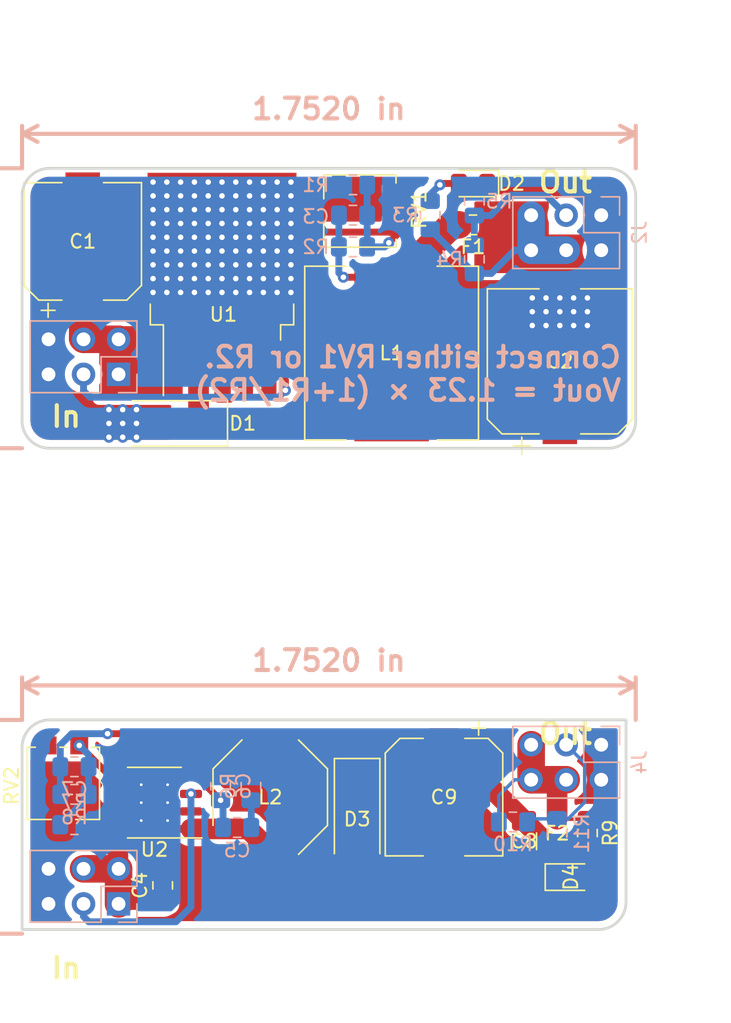
<source format=kicad_pcb>
(kicad_pcb (version 20171130) (host pcbnew 5.1.2)

  (general
    (thickness 1.6)
    (drawings 28)
    (tracks 247)
    (zones 0)
    (modules 36)
    (nets 20)
  )

  (page A4)
  (layers
    (0 F.Cu signal)
    (31 B.Cu signal)
    (32 B.Adhes user)
    (33 F.Adhes user)
    (34 B.Paste user)
    (35 F.Paste user)
    (36 B.SilkS user hide)
    (37 F.SilkS user)
    (38 B.Mask user)
    (39 F.Mask user)
    (40 Dwgs.User user)
    (41 Cmts.User user)
    (42 Eco1.User user)
    (43 Eco2.User user)
    (44 Edge.Cuts user)
    (45 Margin user)
    (46 B.CrtYd user)
    (47 F.CrtYd user)
    (48 B.Fab user hide)
    (49 F.Fab user hide)
  )

  (setup
    (last_trace_width 0.5)
    (user_trace_width 0.5)
    (user_trace_width 1)
    (user_trace_width 1.5)
    (user_trace_width 2)
    (trace_clearance 0.2)
    (zone_clearance 0.508)
    (zone_45_only no)
    (trace_min 0.2)
    (via_size 0.8)
    (via_drill 0.4)
    (via_min_size 0.4)
    (via_min_drill 0.3)
    (uvia_size 0.3)
    (uvia_drill 0.1)
    (uvias_allowed no)
    (uvia_min_size 0.2)
    (uvia_min_drill 0.1)
    (edge_width 0.2)
    (segment_width 0.2)
    (pcb_text_width 0.3)
    (pcb_text_size 1.5 1.5)
    (mod_edge_width 0.15)
    (mod_text_size 1 1)
    (mod_text_width 0.15)
    (pad_size 0.3 0.3)
    (pad_drill 0)
    (pad_to_mask_clearance 0)
    (solder_mask_min_width 0.25)
    (aux_axis_origin 0 0)
    (visible_elements FFFFFF7F)
    (pcbplotparams
      (layerselection 0x010fc_ffffffff)
      (usegerberextensions false)
      (usegerberattributes false)
      (usegerberadvancedattributes false)
      (creategerberjobfile false)
      (excludeedgelayer true)
      (linewidth 0.100000)
      (plotframeref false)
      (viasonmask false)
      (mode 1)
      (useauxorigin false)
      (hpglpennumber 1)
      (hpglpenspeed 20)
      (hpglpendiameter 15.000000)
      (psnegative false)
      (psa4output false)
      (plotreference true)
      (plotvalue true)
      (plotinvisibletext false)
      (padsonsilk false)
      (subtractmaskfromsilk false)
      (outputformat 1)
      (mirror false)
      (drillshape 1)
      (scaleselection 1)
      (outputdirectory ""))
  )

  (net 0 "")
  (net 1 "Net-(C2-Pad1)")
  (net 2 "Net-(C3-Pad2)")
  (net 3 GND)
  (net 4 /Power_Output)
  (net 5 "Net-(D2-Pad2)")
  (net 6 /voltage_measure)
  (net 7 /Power_Input)
  (net 8 "Net-(D1-Pad1)")
  (net 9 /on-off)
  (net 10 "Net-(RV1-Pad1)")
  (net 11 "Net-(C5-Pad2)")
  (net 12 "Net-(C5-Pad1)")
  (net 13 "Net-(C7-Pad2)")
  (net 14 "Net-(C7-Pad1)")
  (net 15 "Net-(D3-Pad1)")
  (net 16 "Net-(D4-Pad2)")
  (net 17 "Net-(RV2-Pad1)")
  (net 18 "Net-(U2-Pad6)")
  (net 19 "Net-(U2-Pad2)")

  (net_class Default "Ceci est la Netclass par défaut."
    (clearance 0.2)
    (trace_width 0.25)
    (via_dia 0.8)
    (via_drill 0.4)
    (uvia_dia 0.3)
    (uvia_drill 0.1)
    (add_net /Power_Input)
    (add_net /Power_Output)
    (add_net /on-off)
    (add_net /voltage_measure)
    (add_net GND)
    (add_net "Net-(C2-Pad1)")
    (add_net "Net-(C3-Pad2)")
    (add_net "Net-(C5-Pad1)")
    (add_net "Net-(C5-Pad2)")
    (add_net "Net-(C7-Pad1)")
    (add_net "Net-(C7-Pad2)")
    (add_net "Net-(D1-Pad1)")
    (add_net "Net-(D2-Pad2)")
    (add_net "Net-(D3-Pad1)")
    (add_net "Net-(D4-Pad2)")
    (add_net "Net-(RV1-Pad1)")
    (add_net "Net-(RV2-Pad1)")
    (add_net "Net-(U2-Pad2)")
    (add_net "Net-(U2-Pad6)")
  )

  (module Resistor_SMD:R_0805_2012Metric_Pad1.15x1.40mm_HandSolder (layer F.Cu) (tedit 5B36C52B) (tstamp 5CFAEF55)
    (at 141 148.2 270)
    (descr "Resistor SMD 0805 (2012 Metric), square (rectangular) end terminal, IPC_7351 nominal with elongated pad for handsoldering. (Body size source: https://docs.google.com/spreadsheets/d/1BsfQQcO9C6DZCsRaXUlFlo91Tg2WpOkGARC1WS5S8t0/edit?usp=sharing), generated with kicad-footprint-generator")
    (tags "resistor handsolder")
    (path /5CFF96B5)
    (attr smd)
    (fp_text reference R9 (at 0 -1.65 90) (layer F.SilkS)
      (effects (font (size 1 1) (thickness 0.15)))
    )
    (fp_text value R (at 0 1.65 90) (layer F.Fab)
      (effects (font (size 1 1) (thickness 0.15)))
    )
    (fp_line (start -1 0.6) (end -1 -0.6) (layer F.Fab) (width 0.1))
    (fp_line (start -1 -0.6) (end 1 -0.6) (layer F.Fab) (width 0.1))
    (fp_line (start 1 -0.6) (end 1 0.6) (layer F.Fab) (width 0.1))
    (fp_line (start 1 0.6) (end -1 0.6) (layer F.Fab) (width 0.1))
    (fp_line (start -0.261252 -0.71) (end 0.261252 -0.71) (layer F.SilkS) (width 0.12))
    (fp_line (start -0.261252 0.71) (end 0.261252 0.71) (layer F.SilkS) (width 0.12))
    (fp_line (start -1.85 0.95) (end -1.85 -0.95) (layer F.CrtYd) (width 0.05))
    (fp_line (start -1.85 -0.95) (end 1.85 -0.95) (layer F.CrtYd) (width 0.05))
    (fp_line (start 1.85 -0.95) (end 1.85 0.95) (layer F.CrtYd) (width 0.05))
    (fp_line (start 1.85 0.95) (end -1.85 0.95) (layer F.CrtYd) (width 0.05))
    (fp_text user %R (at 0 0 90) (layer F.Fab)
      (effects (font (size 0.5 0.5) (thickness 0.08)))
    )
    (pad 1 smd roundrect (at -1.025 0 270) (size 1.15 1.4) (layers F.Cu F.Paste F.Mask) (roundrect_rratio 0.217391)
      (net 4 /Power_Output))
    (pad 2 smd roundrect (at 1.025 0 270) (size 1.15 1.4) (layers F.Cu F.Paste F.Mask) (roundrect_rratio 0.217391)
      (net 16 "Net-(D4-Pad2)"))
    (model ${KISYS3DMOD}/Resistor_SMD.3dshapes/R_0805_2012Metric.wrl
      (at (xyz 0 0 0))
      (scale (xyz 1 1 1))
      (rotate (xyz 0 0 0))
    )
  )

  (module Connector_PinHeader_2.54mm:PinHeader_2x03_P2.54mm_Vertical (layer B.Cu) (tedit 59FED5CC) (tstamp 5CFAEDCB)
    (at 107 153.34 90)
    (descr "Through hole straight pin header, 2x03, 2.54mm pitch, double rows")
    (tags "Through hole pin header THT 2x03 2.54mm double row")
    (path /5D03BD11)
    (fp_text reference J3 (at 1.27 2.2) (layer B.SilkS) hide
      (effects (font (size 1 1) (thickness 0.15)) (justify mirror))
    )
    (fp_text value Conn_02x03_Odd_Even (at 1.27 -7.41 90) (layer B.Fab)
      (effects (font (size 1 1) (thickness 0.15)) (justify mirror))
    )
    (fp_line (start 0 1.27) (end 3.81 1.27) (layer B.Fab) (width 0.1))
    (fp_line (start 3.81 1.27) (end 3.81 -6.35) (layer B.Fab) (width 0.1))
    (fp_line (start 3.81 -6.35) (end -1.27 -6.35) (layer B.Fab) (width 0.1))
    (fp_line (start -1.27 -6.35) (end -1.27 0) (layer B.Fab) (width 0.1))
    (fp_line (start -1.27 0) (end 0 1.27) (layer B.Fab) (width 0.1))
    (fp_line (start -1.33 -6.41) (end 3.87 -6.41) (layer B.SilkS) (width 0.12))
    (fp_line (start -1.33 -1.27) (end -1.33 -6.41) (layer B.SilkS) (width 0.12))
    (fp_line (start 3.87 1.33) (end 3.87 -6.41) (layer B.SilkS) (width 0.12))
    (fp_line (start -1.33 -1.27) (end 1.27 -1.27) (layer B.SilkS) (width 0.12))
    (fp_line (start 1.27 -1.27) (end 1.27 1.33) (layer B.SilkS) (width 0.12))
    (fp_line (start 1.27 1.33) (end 3.87 1.33) (layer B.SilkS) (width 0.12))
    (fp_line (start -1.33 0) (end -1.33 1.33) (layer B.SilkS) (width 0.12))
    (fp_line (start -1.33 1.33) (end 0 1.33) (layer B.SilkS) (width 0.12))
    (fp_line (start -1.8 1.8) (end -1.8 -6.85) (layer B.CrtYd) (width 0.05))
    (fp_line (start -1.8 -6.85) (end 4.35 -6.85) (layer B.CrtYd) (width 0.05))
    (fp_line (start 4.35 -6.85) (end 4.35 1.8) (layer B.CrtYd) (width 0.05))
    (fp_line (start 4.35 1.8) (end -1.8 1.8) (layer B.CrtYd) (width 0.05))
    (fp_text user %R (at 1.27 -2.54) (layer B.Fab)
      (effects (font (size 1 1) (thickness 0.15)) (justify mirror))
    )
    (pad 1 thru_hole rect (at 0 0 90) (size 1.7 1.7) (drill 1) (layers *.Cu *.Mask)
      (net 7 /Power_Input))
    (pad 2 thru_hole oval (at 2.54 0 90) (size 1.7 1.7) (drill 1) (layers *.Cu *.Mask)
      (net 7 /Power_Input))
    (pad 3 thru_hole oval (at 0 -2.54 90) (size 1.7 1.7) (drill 1) (layers *.Cu *.Mask)
      (net 9 /on-off))
    (pad 4 thru_hole oval (at 2.54 -2.54 90) (size 1.7 1.7) (drill 1) (layers *.Cu *.Mask)
      (net 7 /Power_Input))
    (pad 5 thru_hole oval (at 0 -5.08 90) (size 1.7 1.7) (drill 1) (layers *.Cu *.Mask)
      (net 3 GND))
    (pad 6 thru_hole oval (at 2.54 -5.08 90) (size 1.7 1.7) (drill 1) (layers *.Cu *.Mask)
      (net 3 GND))
    (model ${KISYS3DMOD}/Connector_PinHeader_2.54mm.3dshapes/PinHeader_2x03_P2.54mm_Vertical.wrl
      (at (xyz 0 0 0))
      (scale (xyz 1 1 1))
      (rotate (xyz 0 0 0))
    )
  )

  (module Connector_PinSocket_2.54mm:PinSocket_2x03_P2.54mm_Vertical (layer B.Cu) (tedit 5A19A425) (tstamp 5CFAF284)
    (at 142 141.8 90)
    (descr "Through hole straight socket strip, 2x03, 2.54mm pitch, double cols (from Kicad 4.0.7), script generated")
    (tags "Through hole socket strip THT 2x03 2.54mm double row")
    (path /5D043138)
    (fp_text reference J4 (at -1.27 2.77 -90) (layer B.SilkS)
      (effects (font (size 1 1) (thickness 0.15)) (justify mirror))
    )
    (fp_text value Conn_02x03_Odd_Even (at -1.27 -7.85 -90) (layer B.Fab)
      (effects (font (size 1 1) (thickness 0.15)) (justify mirror))
    )
    (fp_line (start -3.81 1.27) (end 0.27 1.27) (layer B.Fab) (width 0.1))
    (fp_line (start 0.27 1.27) (end 1.27 0.27) (layer B.Fab) (width 0.1))
    (fp_line (start 1.27 0.27) (end 1.27 -6.35) (layer B.Fab) (width 0.1))
    (fp_line (start 1.27 -6.35) (end -3.81 -6.35) (layer B.Fab) (width 0.1))
    (fp_line (start -3.81 -6.35) (end -3.81 1.27) (layer B.Fab) (width 0.1))
    (fp_line (start -3.87 1.33) (end -1.27 1.33) (layer B.SilkS) (width 0.12))
    (fp_line (start -3.87 1.33) (end -3.87 -6.41) (layer B.SilkS) (width 0.12))
    (fp_line (start -3.87 -6.41) (end 1.33 -6.41) (layer B.SilkS) (width 0.12))
    (fp_line (start 1.33 -1.27) (end 1.33 -6.41) (layer B.SilkS) (width 0.12))
    (fp_line (start -1.27 -1.27) (end 1.33 -1.27) (layer B.SilkS) (width 0.12))
    (fp_line (start -1.27 1.33) (end -1.27 -1.27) (layer B.SilkS) (width 0.12))
    (fp_line (start 1.33 1.33) (end 1.33 0) (layer B.SilkS) (width 0.12))
    (fp_line (start 0 1.33) (end 1.33 1.33) (layer B.SilkS) (width 0.12))
    (fp_line (start -4.34 1.8) (end 1.76 1.8) (layer B.CrtYd) (width 0.05))
    (fp_line (start 1.76 1.8) (end 1.76 -6.85) (layer B.CrtYd) (width 0.05))
    (fp_line (start 1.76 -6.85) (end -4.34 -6.85) (layer B.CrtYd) (width 0.05))
    (fp_line (start -4.34 -6.85) (end -4.34 1.8) (layer B.CrtYd) (width 0.05))
    (fp_text user %R (at -1.27 -2.54) (layer B.Fab)
      (effects (font (size 1 1) (thickness 0.15)) (justify mirror))
    )
    (pad 1 thru_hole rect (at 0 0 90) (size 1.7 1.7) (drill 1) (layers *.Cu *.Mask)
      (net 3 GND))
    (pad 2 thru_hole oval (at -2.54 0 90) (size 1.7 1.7) (drill 1) (layers *.Cu *.Mask)
      (net 3 GND))
    (pad 3 thru_hole oval (at 0 -2.54 90) (size 1.7 1.7) (drill 1) (layers *.Cu *.Mask)
      (net 6 /voltage_measure))
    (pad 4 thru_hole oval (at -2.54 -2.54 90) (size 1.7 1.7) (drill 1) (layers *.Cu *.Mask)
      (net 4 /Power_Output))
    (pad 5 thru_hole oval (at 0 -5.08 90) (size 1.7 1.7) (drill 1) (layers *.Cu *.Mask)
      (net 4 /Power_Output))
    (pad 6 thru_hole oval (at -2.54 -5.08 90) (size 1.7 1.7) (drill 1) (layers *.Cu *.Mask)
      (net 4 /Power_Output))
    (model ${KISYS3DMOD}/Connector_PinSocket_2.54mm.3dshapes/PinSocket_2x03_P2.54mm_Vertical.wrl
      (at (xyz 0 0 0))
      (scale (xyz 1 1 1))
      (rotate (xyz 0 0 0))
    )
  )

  (module Package_SO:HSOP-8-1EP_3.9x4.9mm_P1.27mm_EP2.41x3.1mm_ThermalVias (layer F.Cu) (tedit 5B79F799) (tstamp 5CFB6B8D)
    (at 109.6 146 180)
    (descr "HSOP, 8 Pin (https://www.st.com/resource/en/datasheet/l5973d.pdf), generated with kicad-footprint-generator ipc_gullwing_generator.py")
    (tags "HSOP SO")
    (path /5CFAEBA8)
    (attr smd)
    (fp_text reference U2 (at 0 -3.4) (layer F.SilkS)
      (effects (font (size 1 1) (thickness 0.15)))
    )
    (fp_text value L5973D (at 0 3.4) (layer F.Fab)
      (effects (font (size 1 1) (thickness 0.15)))
    )
    (fp_line (start -3.45 -2.56) (end 1.95 -2.56) (layer F.SilkS) (width 0.12))
    (fp_line (start -1.95 2.56) (end 1.95 2.56) (layer F.SilkS) (width 0.12))
    (fp_line (start -0.975 -2.45) (end 1.95 -2.45) (layer F.Fab) (width 0.1))
    (fp_line (start 1.95 -2.45) (end 1.95 2.45) (layer F.Fab) (width 0.1))
    (fp_line (start 1.95 2.45) (end -1.95 2.45) (layer F.Fab) (width 0.1))
    (fp_line (start -1.95 2.45) (end -1.95 -1.475) (layer F.Fab) (width 0.1))
    (fp_line (start -1.95 -1.475) (end -0.975 -2.45) (layer F.Fab) (width 0.1))
    (fp_line (start -3.7 -2.7) (end -3.7 2.7) (layer F.CrtYd) (width 0.05))
    (fp_line (start -3.7 2.7) (end 3.7 2.7) (layer F.CrtYd) (width 0.05))
    (fp_line (start 3.7 2.7) (end 3.7 -2.7) (layer F.CrtYd) (width 0.05))
    (fp_line (start 3.7 -2.7) (end -3.7 -2.7) (layer F.CrtYd) (width 0.05))
    (fp_text user %R (at 0 0) (layer F.Fab)
      (effects (font (size 0.98 0.98) (thickness 0.15)))
    )
    (pad 9 smd roundrect (at 0 0 180) (size 2.41 3.1) (layers F.Cu F.Mask) (roundrect_rratio 0.103734)
      (net 3 GND))
    (pad 9 thru_hole circle (at -0.955 -1.3 180) (size 0.5 0.5) (drill 0.2) (layers *.Cu)
      (net 3 GND))
    (pad 9 thru_hole circle (at 0.955 -1.3 180) (size 0.5 0.5) (drill 0.2) (layers *.Cu)
      (net 3 GND))
    (pad 9 thru_hole circle (at -0.955 0 180) (size 0.5 0.5) (drill 0.2) (layers *.Cu)
      (net 3 GND))
    (pad 9 thru_hole circle (at 0.955 0 180) (size 0.5 0.5) (drill 0.2) (layers *.Cu)
      (net 3 GND))
    (pad 9 thru_hole circle (at -0.955 1.3 180) (size 0.5 0.5) (drill 0.2) (layers *.Cu)
      (net 3 GND))
    (pad 9 thru_hole circle (at 0.955 1.3 180) (size 0.5 0.5) (drill 0.2) (layers *.Cu)
      (net 3 GND))
    (pad 9 smd roundrect (at 0 0 180) (size 2.41 3.1) (layers B.Cu) (roundrect_rratio 0.103734)
      (net 3 GND))
    (pad "" smd roundrect (at -0.6 -0.775 180) (size 0.97 1.25) (layers F.Paste) (roundrect_rratio 0.25))
    (pad "" smd roundrect (at -0.6 0.775 180) (size 0.97 1.25) (layers F.Paste) (roundrect_rratio 0.25))
    (pad "" smd roundrect (at 0.6 -0.775 180) (size 0.97 1.25) (layers F.Paste) (roundrect_rratio 0.25))
    (pad "" smd roundrect (at 0.6 0.775 180) (size 0.97 1.25) (layers F.Paste) (roundrect_rratio 0.25))
    (pad 1 smd roundrect (at -2.65 -1.905 180) (size 1.6 0.6) (layers F.Cu F.Paste F.Mask) (roundrect_rratio 0.25)
      (net 15 "Net-(D3-Pad1)"))
    (pad 2 smd roundrect (at -2.65 -0.635 180) (size 1.6 0.6) (layers F.Cu F.Paste F.Mask) (roundrect_rratio 0.25)
      (net 19 "Net-(U2-Pad2)"))
    (pad 3 smd roundrect (at -2.65 0.635 180) (size 1.6 0.6) (layers F.Cu F.Paste F.Mask) (roundrect_rratio 0.25)
      (net 9 /on-off))
    (pad 4 smd roundrect (at -2.65 1.905 180) (size 1.6 0.6) (layers F.Cu F.Paste F.Mask) (roundrect_rratio 0.25)
      (net 12 "Net-(C5-Pad1)"))
    (pad 5 smd roundrect (at 2.65 1.905 180) (size 1.6 0.6) (layers F.Cu F.Paste F.Mask) (roundrect_rratio 0.25)
      (net 13 "Net-(C7-Pad2)"))
    (pad 6 smd roundrect (at 2.65 0.635 180) (size 1.6 0.6) (layers F.Cu F.Paste F.Mask) (roundrect_rratio 0.25)
      (net 18 "Net-(U2-Pad6)"))
    (pad 7 smd roundrect (at 2.65 -0.635 180) (size 1.6 0.6) (layers F.Cu F.Paste F.Mask) (roundrect_rratio 0.25)
      (net 3 GND))
    (pad 8 smd roundrect (at 2.65 -1.905 180) (size 1.6 0.6) (layers F.Cu F.Paste F.Mask) (roundrect_rratio 0.25)
      (net 7 /Power_Input))
    (model ${KISYS3DMOD}/Package_SO.3dshapes/HSOP-8-1EP_3.9x4.9mm_P1.27mm_EP2.41x3.1mm.wrl
      (at (xyz 0 0 0))
      (scale (xyz 1 1 1))
      (rotate (xyz 0 0 0))
    )
  )

  (module Potentiometer_SMD:Potentiometer_Vishay_TS53YL_Vertical (layer F.Cu) (tedit 5A3D7171) (tstamp 5CFAEE99)
    (at 103 144.6 90)
    (descr "Potentiometer, vertical, Vishay TS53YL, https://www.vishay.com/docs/51008/ts53.pdf")
    (tags "Potentiometer vertical Vishay TS53YL")
    (path /5CFDD2B0)
    (attr smd)
    (fp_text reference RV2 (at -0.175 -3.75 90) (layer F.SilkS)
      (effects (font (size 1 1) (thickness 0.15)))
    )
    (fp_text value R_POT (at -0.175 3.75 90) (layer F.Fab)
      (effects (font (size 1 1) (thickness 0.15)))
    )
    (fp_text user %R (at 0 -2 90) (layer F.Fab)
      (effects (font (size 0.68 0.68) (thickness 0.15)))
    )
    (fp_line (start 3.65 -2.75) (end -4 -2.75) (layer F.CrtYd) (width 0.05))
    (fp_line (start 3.65 2.75) (end 3.65 -2.75) (layer F.CrtYd) (width 0.05))
    (fp_line (start -4 2.75) (end 3.65 2.75) (layer F.CrtYd) (width 0.05))
    (fp_line (start -4 -2.75) (end -4 2.75) (layer F.CrtYd) (width 0.05))
    (fp_line (start 2.62 2.04) (end 2.62 2.62) (layer F.SilkS) (width 0.12))
    (fp_line (start 2.62 -0.26) (end 2.62 0.26) (layer F.SilkS) (width 0.12))
    (fp_line (start 2.62 -2.62) (end 2.62 -2.039) (layer F.SilkS) (width 0.12))
    (fp_line (start -2.62 0.89) (end -2.62 2.62) (layer F.SilkS) (width 0.12))
    (fp_line (start -2.62 -2.62) (end -2.62 -0.89) (layer F.SilkS) (width 0.12))
    (fp_line (start -2.62 2.62) (end 2.62 2.62) (layer F.SilkS) (width 0.12))
    (fp_line (start -2.62 -2.62) (end 2.62 -2.62) (layer F.SilkS) (width 0.12))
    (fp_line (start -0.92 0.058) (end -0.92 -0.058) (layer F.Fab) (width 0.1))
    (fp_line (start -0.058 0.058) (end -0.92 0.058) (layer F.Fab) (width 0.1))
    (fp_line (start -0.058 0.92) (end -0.058 0.058) (layer F.Fab) (width 0.1))
    (fp_line (start 0.058 0.92) (end -0.058 0.92) (layer F.Fab) (width 0.1))
    (fp_line (start 0.058 0.058) (end 0.058 0.92) (layer F.Fab) (width 0.1))
    (fp_line (start 0.92 0.058) (end 0.058 0.058) (layer F.Fab) (width 0.1))
    (fp_line (start 0.92 -0.058) (end 0.92 0.058) (layer F.Fab) (width 0.1))
    (fp_line (start 0.058 -0.058) (end 0.92 -0.058) (layer F.Fab) (width 0.1))
    (fp_line (start 0.058 -0.92) (end 0.058 -0.058) (layer F.Fab) (width 0.1))
    (fp_line (start -0.058 -0.92) (end 0.058 -0.92) (layer F.Fab) (width 0.1))
    (fp_line (start -0.058 -0.058) (end -0.058 -0.92) (layer F.Fab) (width 0.1))
    (fp_line (start -0.92 -0.058) (end -0.058 -0.058) (layer F.Fab) (width 0.1))
    (fp_line (start 2.5 -2.5) (end -2.5 -2.5) (layer F.Fab) (width 0.1))
    (fp_line (start 2.5 2.5) (end 2.5 -2.5) (layer F.Fab) (width 0.1))
    (fp_line (start -2.5 2.5) (end 2.5 2.5) (layer F.Fab) (width 0.1))
    (fp_line (start -2.5 -2.5) (end -2.5 2.5) (layer F.Fab) (width 0.1))
    (fp_circle (center 0 0) (end 1.15 0) (layer F.Fab) (width 0.1))
    (pad 3 smd rect (at 2.75 1.15 90) (size 1.3 1.3) (layers F.Cu F.Paste F.Mask)
      (net 13 "Net-(C7-Pad2)"))
    (pad 2 smd rect (at -2.75 0 90) (size 2 1.3) (layers F.Cu F.Paste F.Mask)
      (net 3 GND))
    (pad 1 smd rect (at 2.75 -1.15 90) (size 1.3 1.3) (layers F.Cu F.Paste F.Mask)
      (net 17 "Net-(RV2-Pad1)"))
    (model ${KISYS3DMOD}/Potentiometer_SMD.3dshapes/Potentiometer_Vishay_TS53YL_Vertical.wrl
      (at (xyz 0 0 0))
      (scale (xyz 1 1 1))
      (rotate (xyz 0 0 0))
    )
    (model ${KISYS3DMOD}/Potentiometer_SMD.3dshapes/Potentiometer_Bourns_3314G_Vertical.step
      (at (xyz 0 0 0))
      (scale (xyz 1 1 1))
      (rotate (xyz 0 0 90))
    )
  )

  (module Resistor_SMD:R_0805_2012Metric_Pad1.15x1.40mm_HandSolder (layer B.Cu) (tedit 5B36C52B) (tstamp 5CFAEEEF)
    (at 138.8 148.2 270)
    (descr "Resistor SMD 0805 (2012 Metric), square (rectangular) end terminal, IPC_7351 nominal with elongated pad for handsoldering. (Body size source: https://docs.google.com/spreadsheets/d/1BsfQQcO9C6DZCsRaXUlFlo91Tg2WpOkGARC1WS5S8t0/edit?usp=sharing), generated with kicad-footprint-generator")
    (tags "resistor handsolder")
    (path /5CFF96DF)
    (attr smd)
    (fp_text reference R11 (at 0.025 -1.8 270) (layer B.SilkS)
      (effects (font (size 1 1) (thickness 0.15)) (justify mirror))
    )
    (fp_text value R (at 0 -1.65 90) (layer B.Fab)
      (effects (font (size 1 1) (thickness 0.15)) (justify mirror))
    )
    (fp_text user %R (at 0 0 90) (layer B.Fab)
      (effects (font (size 0.5 0.5) (thickness 0.08)) (justify mirror))
    )
    (fp_line (start 1.85 -0.95) (end -1.85 -0.95) (layer B.CrtYd) (width 0.05))
    (fp_line (start 1.85 0.95) (end 1.85 -0.95) (layer B.CrtYd) (width 0.05))
    (fp_line (start -1.85 0.95) (end 1.85 0.95) (layer B.CrtYd) (width 0.05))
    (fp_line (start -1.85 -0.95) (end -1.85 0.95) (layer B.CrtYd) (width 0.05))
    (fp_line (start -0.261252 -0.71) (end 0.261252 -0.71) (layer B.SilkS) (width 0.12))
    (fp_line (start -0.261252 0.71) (end 0.261252 0.71) (layer B.SilkS) (width 0.12))
    (fp_line (start 1 -0.6) (end -1 -0.6) (layer B.Fab) (width 0.1))
    (fp_line (start 1 0.6) (end 1 -0.6) (layer B.Fab) (width 0.1))
    (fp_line (start -1 0.6) (end 1 0.6) (layer B.Fab) (width 0.1))
    (fp_line (start -1 -0.6) (end -1 0.6) (layer B.Fab) (width 0.1))
    (pad 2 smd roundrect (at 1.025 0 270) (size 1.15 1.4) (layers B.Cu B.Paste B.Mask) (roundrect_rratio 0.217391)
      (net 3 GND))
    (pad 1 smd roundrect (at -1.025 0 270) (size 1.15 1.4) (layers B.Cu B.Paste B.Mask) (roundrect_rratio 0.217391)
      (net 6 /voltage_measure))
    (model ${KISYS3DMOD}/Resistor_SMD.3dshapes/R_0805_2012Metric.wrl
      (at (xyz 0 0 0))
      (scale (xyz 1 1 1))
      (rotate (xyz 0 0 0))
    )
  )

  (module Resistor_SMD:R_0805_2012Metric_Pad1.15x1.40mm_HandSolder (layer B.Cu) (tedit 5B36C52B) (tstamp 5CFAEF25)
    (at 135.6 147.4)
    (descr "Resistor SMD 0805 (2012 Metric), square (rectangular) end terminal, IPC_7351 nominal with elongated pad for handsoldering. (Body size source: https://docs.google.com/spreadsheets/d/1BsfQQcO9C6DZCsRaXUlFlo91Tg2WpOkGARC1WS5S8t0/edit?usp=sharing), generated with kicad-footprint-generator")
    (tags "resistor handsolder")
    (path /5CFF96D5)
    (attr smd)
    (fp_text reference R10 (at 0 1.6) (layer B.SilkS)
      (effects (font (size 1 1) (thickness 0.15)) (justify mirror))
    )
    (fp_text value R (at 0 -1.65) (layer B.Fab)
      (effects (font (size 1 1) (thickness 0.15)) (justify mirror))
    )
    (fp_text user %R (at 0 0) (layer B.Fab)
      (effects (font (size 0.5 0.5) (thickness 0.08)) (justify mirror))
    )
    (fp_line (start 1.85 -0.95) (end -1.85 -0.95) (layer B.CrtYd) (width 0.05))
    (fp_line (start 1.85 0.95) (end 1.85 -0.95) (layer B.CrtYd) (width 0.05))
    (fp_line (start -1.85 0.95) (end 1.85 0.95) (layer B.CrtYd) (width 0.05))
    (fp_line (start -1.85 -0.95) (end -1.85 0.95) (layer B.CrtYd) (width 0.05))
    (fp_line (start -0.261252 -0.71) (end 0.261252 -0.71) (layer B.SilkS) (width 0.12))
    (fp_line (start -0.261252 0.71) (end 0.261252 0.71) (layer B.SilkS) (width 0.12))
    (fp_line (start 1 -0.6) (end -1 -0.6) (layer B.Fab) (width 0.1))
    (fp_line (start 1 0.6) (end 1 -0.6) (layer B.Fab) (width 0.1))
    (fp_line (start -1 0.6) (end 1 0.6) (layer B.Fab) (width 0.1))
    (fp_line (start -1 -0.6) (end -1 0.6) (layer B.Fab) (width 0.1))
    (pad 2 smd roundrect (at 1.025 0) (size 1.15 1.4) (layers B.Cu B.Paste B.Mask) (roundrect_rratio 0.217391)
      (net 6 /voltage_measure))
    (pad 1 smd roundrect (at -1.025 0) (size 1.15 1.4) (layers B.Cu B.Paste B.Mask) (roundrect_rratio 0.217391)
      (net 4 /Power_Output))
    (model ${KISYS3DMOD}/Resistor_SMD.3dshapes/R_0805_2012Metric.wrl
      (at (xyz 0 0 0))
      (scale (xyz 1 1 1))
      (rotate (xyz 0 0 0))
    )
  )

  (module Resistor_SMD:R_0805_2012Metric_Pad1.15x1.40mm_HandSolder (layer B.Cu) (tedit 5B36C52B) (tstamp 5CFB585A)
    (at 103.8 145.4)
    (descr "Resistor SMD 0805 (2012 Metric), square (rectangular) end terminal, IPC_7351 nominal with elongated pad for handsoldering. (Body size source: https://docs.google.com/spreadsheets/d/1BsfQQcO9C6DZCsRaXUlFlo91Tg2WpOkGARC1WS5S8t0/edit?usp=sharing), generated with kicad-footprint-generator")
    (tags "resistor handsolder")
    (path /5CFDD289)
    (attr smd)
    (fp_text reference R8 (at 0 1.65) (layer B.SilkS)
      (effects (font (size 1 1) (thickness 0.15)) (justify mirror))
    )
    (fp_text value 3.1k (at 0 -1.65) (layer B.Fab)
      (effects (font (size 1 1) (thickness 0.15)) (justify mirror))
    )
    (fp_line (start -1 -0.6) (end -1 0.6) (layer B.Fab) (width 0.1))
    (fp_line (start -1 0.6) (end 1 0.6) (layer B.Fab) (width 0.1))
    (fp_line (start 1 0.6) (end 1 -0.6) (layer B.Fab) (width 0.1))
    (fp_line (start 1 -0.6) (end -1 -0.6) (layer B.Fab) (width 0.1))
    (fp_line (start -0.261252 0.71) (end 0.261252 0.71) (layer B.SilkS) (width 0.12))
    (fp_line (start -0.261252 -0.71) (end 0.261252 -0.71) (layer B.SilkS) (width 0.12))
    (fp_line (start -1.85 -0.95) (end -1.85 0.95) (layer B.CrtYd) (width 0.05))
    (fp_line (start -1.85 0.95) (end 1.85 0.95) (layer B.CrtYd) (width 0.05))
    (fp_line (start 1.85 0.95) (end 1.85 -0.95) (layer B.CrtYd) (width 0.05))
    (fp_line (start 1.85 -0.95) (end -1.85 -0.95) (layer B.CrtYd) (width 0.05))
    (fp_text user %R (at 0 0) (layer B.Fab)
      (effects (font (size 0.5 0.5) (thickness 0.08)) (justify mirror))
    )
    (pad 1 smd roundrect (at -1.025 0) (size 1.15 1.4) (layers B.Cu B.Paste B.Mask) (roundrect_rratio 0.217391)
      (net 14 "Net-(C7-Pad1)"))
    (pad 2 smd roundrect (at 1.025 0) (size 1.15 1.4) (layers B.Cu B.Paste B.Mask) (roundrect_rratio 0.217391)
      (net 13 "Net-(C7-Pad2)"))
    (model ${KISYS3DMOD}/Resistor_SMD.3dshapes/R_0805_2012Metric.wrl
      (at (xyz 0 0 0))
      (scale (xyz 1 1 1))
      (rotate (xyz 0 0 0))
    )
  )

  (module Resistor_SMD:R_0805_2012Metric_Pad1.15x1.40mm_HandSolder (layer B.Cu) (tedit 5B36C52B) (tstamp 5CFB582A)
    (at 103.8 147.6 180)
    (descr "Resistor SMD 0805 (2012 Metric), square (rectangular) end terminal, IPC_7351 nominal with elongated pad for handsoldering. (Body size source: https://docs.google.com/spreadsheets/d/1BsfQQcO9C6DZCsRaXUlFlo91Tg2WpOkGARC1WS5S8t0/edit?usp=sharing), generated with kicad-footprint-generator")
    (tags "resistor handsolder")
    (path /5CFDD27F)
    (attr smd)
    (fp_text reference R7 (at 0 1.65) (layer B.SilkS)
      (effects (font (size 1 1) (thickness 0.15)) (justify mirror))
    )
    (fp_text value 1k (at 0 -1.65) (layer B.Fab)
      (effects (font (size 1 1) (thickness 0.15)) (justify mirror))
    )
    (fp_line (start -1 -0.6) (end -1 0.6) (layer B.Fab) (width 0.1))
    (fp_line (start -1 0.6) (end 1 0.6) (layer B.Fab) (width 0.1))
    (fp_line (start 1 0.6) (end 1 -0.6) (layer B.Fab) (width 0.1))
    (fp_line (start 1 -0.6) (end -1 -0.6) (layer B.Fab) (width 0.1))
    (fp_line (start -0.261252 0.71) (end 0.261252 0.71) (layer B.SilkS) (width 0.12))
    (fp_line (start -0.261252 -0.71) (end 0.261252 -0.71) (layer B.SilkS) (width 0.12))
    (fp_line (start -1.85 -0.95) (end -1.85 0.95) (layer B.CrtYd) (width 0.05))
    (fp_line (start -1.85 0.95) (end 1.85 0.95) (layer B.CrtYd) (width 0.05))
    (fp_line (start 1.85 0.95) (end 1.85 -0.95) (layer B.CrtYd) (width 0.05))
    (fp_line (start 1.85 -0.95) (end -1.85 -0.95) (layer B.CrtYd) (width 0.05))
    (fp_text user %R (at 0 0) (layer B.Fab)
      (effects (font (size 0.5 0.5) (thickness 0.08)) (justify mirror))
    )
    (pad 1 smd roundrect (at -1.025 0 180) (size 1.15 1.4) (layers B.Cu B.Paste B.Mask) (roundrect_rratio 0.217391)
      (net 3 GND))
    (pad 2 smd roundrect (at 1.025 0 180) (size 1.15 1.4) (layers B.Cu B.Paste B.Mask) (roundrect_rratio 0.217391)
      (net 13 "Net-(C7-Pad2)"))
    (model ${KISYS3DMOD}/Resistor_SMD.3dshapes/R_0805_2012Metric.wrl
      (at (xyz 0 0 0))
      (scale (xyz 1 1 1))
      (rotate (xyz 0 0 0))
    )
  )

  (module Resistor_SMD:R_0805_2012Metric_Pad1.15x1.40mm_HandSolder (layer B.Cu) (tedit 5B36C52B) (tstamp 5CFB7B93)
    (at 116.6 144.8 270)
    (descr "Resistor SMD 0805 (2012 Metric), square (rectangular) end terminal, IPC_7351 nominal with elongated pad for handsoldering. (Body size source: https://docs.google.com/spreadsheets/d/1BsfQQcO9C6DZCsRaXUlFlo91Tg2WpOkGARC1WS5S8t0/edit?usp=sharing), generated with kicad-footprint-generator")
    (tags "resistor handsolder")
    (path /5CFAEBC3)
    (attr smd)
    (fp_text reference R6 (at 0 1.65 90) (layer B.SilkS)
      (effects (font (size 1 1) (thickness 0.15)) (justify mirror))
    )
    (fp_text value 4k7 (at 0 -1.65 90) (layer B.Fab)
      (effects (font (size 1 1) (thickness 0.15)) (justify mirror))
    )
    (fp_text user %R (at 0 0 90) (layer B.Fab)
      (effects (font (size 0.5 0.5) (thickness 0.08)) (justify mirror))
    )
    (fp_line (start 1.85 -0.95) (end -1.85 -0.95) (layer B.CrtYd) (width 0.05))
    (fp_line (start 1.85 0.95) (end 1.85 -0.95) (layer B.CrtYd) (width 0.05))
    (fp_line (start -1.85 0.95) (end 1.85 0.95) (layer B.CrtYd) (width 0.05))
    (fp_line (start -1.85 -0.95) (end -1.85 0.95) (layer B.CrtYd) (width 0.05))
    (fp_line (start -0.261252 -0.71) (end 0.261252 -0.71) (layer B.SilkS) (width 0.12))
    (fp_line (start -0.261252 0.71) (end 0.261252 0.71) (layer B.SilkS) (width 0.12))
    (fp_line (start 1 -0.6) (end -1 -0.6) (layer B.Fab) (width 0.1))
    (fp_line (start 1 0.6) (end 1 -0.6) (layer B.Fab) (width 0.1))
    (fp_line (start -1 0.6) (end 1 0.6) (layer B.Fab) (width 0.1))
    (fp_line (start -1 -0.6) (end -1 0.6) (layer B.Fab) (width 0.1))
    (pad 2 smd roundrect (at 1.025 0 270) (size 1.15 1.4) (layers B.Cu B.Paste B.Mask) (roundrect_rratio 0.217391)
      (net 11 "Net-(C5-Pad2)"))
    (pad 1 smd roundrect (at -1.025 0 270) (size 1.15 1.4) (layers B.Cu B.Paste B.Mask) (roundrect_rratio 0.217391)
      (net 3 GND))
    (model ${KISYS3DMOD}/Resistor_SMD.3dshapes/R_0805_2012Metric.wrl
      (at (xyz 0 0 0))
      (scale (xyz 1 1 1))
      (rotate (xyz 0 0 0))
    )
  )

  (module Inductor_SMD:L_Bourns-SRU8043 (layer F.Cu) (tedit 5990349C) (tstamp 5CFAF16D)
    (at 118 145.6 90)
    (descr "Bourns SRU8043 series SMD inductor")
    (tags "Bourns SRU8043 SMD inductor")
    (path /5CFAEBB1)
    (attr smd)
    (fp_text reference L2 (at 0 0 180) (layer F.SilkS)
      (effects (font (size 1 1) (thickness 0.15)))
    )
    (fp_text value 15uH (at 0 -5.1 90) (layer F.Fab)
      (effects (font (size 1 1) (thickness 0.15)))
    )
    (fp_text user %R (at 0 0 90) (layer F.Fab)
      (effects (font (size 1 1) (thickness 0.15)))
    )
    (fp_line (start 5.15 -4.4) (end 5.15 4.4) (layer F.CrtYd) (width 0.05))
    (fp_line (start 5.15 4.4) (end -5.15 4.4) (layer F.CrtYd) (width 0.05))
    (fp_line (start -5.15 4.4) (end -5.15 -4.4) (layer F.CrtYd) (width 0.05))
    (fp_line (start -5.15 -4.4) (end 5.15 -4.4) (layer F.CrtYd) (width 0.05))
    (fp_line (start 2.05 -4.15) (end 4.15 -2.05) (layer F.SilkS) (width 0.12))
    (fp_line (start 2.05 4.15) (end 4.15 2.05) (layer F.SilkS) (width 0.12))
    (fp_line (start 2.05 4.15) (end -2.05 4.15) (layer F.SilkS) (width 0.12))
    (fp_line (start -2.05 4.15) (end -4.15 2.05) (layer F.SilkS) (width 0.12))
    (fp_line (start -2.05 -4.15) (end 2.05 -4.15) (layer F.SilkS) (width 0.12))
    (fp_line (start 4 -2) (end 4 2) (layer F.Fab) (width 0.1))
    (fp_line (start 4 2) (end 2 4) (layer F.Fab) (width 0.1))
    (fp_line (start 2 4) (end -2 4) (layer F.Fab) (width 0.1))
    (fp_line (start -2 4) (end -4 2) (layer F.Fab) (width 0.1))
    (fp_line (start -4 2) (end -4 -2) (layer F.Fab) (width 0.1))
    (fp_line (start -4 -2) (end -2 -4) (layer F.Fab) (width 0.1))
    (fp_line (start -2 -4) (end 2 -4) (layer F.Fab) (width 0.1))
    (fp_line (start 2 -4) (end 4 -2) (layer F.Fab) (width 0.1))
    (fp_circle (center 0 0) (end 0 -3) (layer F.Fab) (width 0.1))
    (pad 1 smd rect (at -3.9 0 90) (size 2 3.2) (layers F.Cu F.Paste F.Mask)
      (net 15 "Net-(D3-Pad1)"))
    (pad 2 smd rect (at 3.9 0 90) (size 2 3.2) (layers F.Cu F.Paste F.Mask)
      (net 14 "Net-(C7-Pad1)"))
    (model ${KISYS3DMOD}/Inductor_SMD.3dshapes/L_Bourns-SRU8043.wrl
      (at (xyz 0 0 0))
      (scale (xyz 1 1 1))
      (rotate (xyz 0 0 0))
    )
    (model ${KISYS3DMOD}/Inductor_SMD.3dshapes/L_Bourns_SRN6045TA.step
      (at (xyz 0 0 0))
      (scale (xyz 1.3333 1.3333 1.3333))
      (rotate (xyz 0 0 0))
    )
  )

  (module Fuse:Fuse_0805_2012Metric_Pad1.15x1.40mm_HandSolder (layer F.Cu) (tedit 5B36C52C) (tstamp 5CFAF1AD)
    (at 138.8 148.225 270)
    (descr "Fuse SMD 0805 (2012 Metric), square (rectangular) end terminal, IPC_7351 nominal with elongated pad for handsoldering. (Body size source: https://docs.google.com/spreadsheets/d/1BsfQQcO9C6DZCsRaXUlFlo91Tg2WpOkGARC1WS5S8t0/edit?usp=sharing), generated with kicad-footprint-generator")
    (tags "resistor handsolder")
    (path /5CFF96AA)
    (attr smd)
    (fp_text reference F2 (at 0 0) (layer F.SilkS)
      (effects (font (size 1 1) (thickness 0.15)))
    )
    (fp_text value Fuse (at 0 1.65 90) (layer F.Fab)
      (effects (font (size 1 1) (thickness 0.15)))
    )
    (fp_line (start -1 0.6) (end -1 -0.6) (layer F.Fab) (width 0.1))
    (fp_line (start -1 -0.6) (end 1 -0.6) (layer F.Fab) (width 0.1))
    (fp_line (start 1 -0.6) (end 1 0.6) (layer F.Fab) (width 0.1))
    (fp_line (start 1 0.6) (end -1 0.6) (layer F.Fab) (width 0.1))
    (fp_line (start -0.261252 -0.71) (end 0.261252 -0.71) (layer F.SilkS) (width 0.12))
    (fp_line (start -0.261252 0.71) (end 0.261252 0.71) (layer F.SilkS) (width 0.12))
    (fp_line (start -1.85 0.95) (end -1.85 -0.95) (layer F.CrtYd) (width 0.05))
    (fp_line (start -1.85 -0.95) (end 1.85 -0.95) (layer F.CrtYd) (width 0.05))
    (fp_line (start 1.85 -0.95) (end 1.85 0.95) (layer F.CrtYd) (width 0.05))
    (fp_line (start 1.85 0.95) (end -1.85 0.95) (layer F.CrtYd) (width 0.05))
    (fp_text user %R (at 0 0 90) (layer F.Fab)
      (effects (font (size 0.5 0.5) (thickness 0.08)))
    )
    (pad 1 smd roundrect (at -1.025 0 270) (size 1.15 1.4) (layers F.Cu F.Paste F.Mask) (roundrect_rratio 0.217391)
      (net 4 /Power_Output))
    (pad 2 smd roundrect (at 1.025 0 270) (size 1.15 1.4) (layers F.Cu F.Paste F.Mask) (roundrect_rratio 0.217391)
      (net 14 "Net-(C7-Pad1)"))
    (model ${KISYS3DMOD}/Fuse.3dshapes/Fuse_0805_2012Metric.wrl
      (at (xyz 0 0 0))
      (scale (xyz 1 1 1))
      (rotate (xyz 0 0 0))
    )
  )

  (module LED_SMD:LED_0805_2012Metric_Pad1.15x1.40mm_HandSolder (layer F.Cu) (tedit 5B4B45C9) (tstamp 5CFB262A)
    (at 139.8 151.4)
    (descr "LED SMD 0805 (2012 Metric), square (rectangular) end terminal, IPC_7351 nominal, (Body size source: https://docs.google.com/spreadsheets/d/1BsfQQcO9C6DZCsRaXUlFlo91Tg2WpOkGARC1WS5S8t0/edit?usp=sharing), generated with kicad-footprint-generator")
    (tags "LED handsolder")
    (path /5CFF96BF)
    (attr smd)
    (fp_text reference D4 (at 0 0 90) (layer F.SilkS)
      (effects (font (size 1 1) (thickness 0.15)))
    )
    (fp_text value LED (at 0 1.65) (layer F.Fab)
      (effects (font (size 1 1) (thickness 0.15)))
    )
    (fp_line (start 1 -0.6) (end -0.7 -0.6) (layer F.Fab) (width 0.1))
    (fp_line (start -0.7 -0.6) (end -1 -0.3) (layer F.Fab) (width 0.1))
    (fp_line (start -1 -0.3) (end -1 0.6) (layer F.Fab) (width 0.1))
    (fp_line (start -1 0.6) (end 1 0.6) (layer F.Fab) (width 0.1))
    (fp_line (start 1 0.6) (end 1 -0.6) (layer F.Fab) (width 0.1))
    (fp_line (start 1 -0.96) (end -1.86 -0.96) (layer F.SilkS) (width 0.12))
    (fp_line (start -1.86 -0.96) (end -1.86 0.96) (layer F.SilkS) (width 0.12))
    (fp_line (start -1.86 0.96) (end 1 0.96) (layer F.SilkS) (width 0.12))
    (fp_line (start -1.85 0.95) (end -1.85 -0.95) (layer F.CrtYd) (width 0.05))
    (fp_line (start -1.85 -0.95) (end 1.85 -0.95) (layer F.CrtYd) (width 0.05))
    (fp_line (start 1.85 -0.95) (end 1.85 0.95) (layer F.CrtYd) (width 0.05))
    (fp_line (start 1.85 0.95) (end -1.85 0.95) (layer F.CrtYd) (width 0.05))
    (fp_text user %R (at 0 0) (layer F.Fab)
      (effects (font (size 0.5 0.5) (thickness 0.08)))
    )
    (pad 1 smd roundrect (at -1.025 0) (size 1.15 1.4) (layers F.Cu F.Paste F.Mask) (roundrect_rratio 0.217391)
      (net 3 GND))
    (pad 2 smd roundrect (at 1.025 0) (size 1.15 1.4) (layers F.Cu F.Paste F.Mask) (roundrect_rratio 0.217391)
      (net 16 "Net-(D4-Pad2)"))
    (model ${KISYS3DMOD}/LED_SMD.3dshapes/LED_0805_2012Metric.wrl
      (at (xyz 0 0 0))
      (scale (xyz 1 1 1))
      (rotate (xyz 0 0 0))
    )
  )

  (module Diode_SMD:D_SMA_Handsoldering (layer F.Cu) (tedit 58643398) (tstamp 5CFAEFC2)
    (at 124.3 147.2 270)
    (descr "Diode SMA (DO-214AC) Handsoldering")
    (tags "Diode SMA (DO-214AC) Handsoldering")
    (path /5CFBC568)
    (attr smd)
    (fp_text reference D3 (at 0 0 180) (layer F.SilkS)
      (effects (font (size 1 1) (thickness 0.15)))
    )
    (fp_text value "D_Schottky 3A 40V" (at 0 2.6 90) (layer F.Fab)
      (effects (font (size 1 1) (thickness 0.15)))
    )
    (fp_line (start -4.4 -1.65) (end 2.5 -1.65) (layer F.SilkS) (width 0.12))
    (fp_line (start -4.4 1.65) (end 2.5 1.65) (layer F.SilkS) (width 0.12))
    (fp_line (start -0.64944 0.00102) (end 0.50118 -0.79908) (layer F.Fab) (width 0.1))
    (fp_line (start -0.64944 0.00102) (end 0.50118 0.75032) (layer F.Fab) (width 0.1))
    (fp_line (start 0.50118 0.75032) (end 0.50118 -0.79908) (layer F.Fab) (width 0.1))
    (fp_line (start -0.64944 -0.79908) (end -0.64944 0.80112) (layer F.Fab) (width 0.1))
    (fp_line (start 0.50118 0.00102) (end 1.4994 0.00102) (layer F.Fab) (width 0.1))
    (fp_line (start -0.64944 0.00102) (end -1.55114 0.00102) (layer F.Fab) (width 0.1))
    (fp_line (start -4.5 1.75) (end -4.5 -1.75) (layer F.CrtYd) (width 0.05))
    (fp_line (start 4.5 1.75) (end -4.5 1.75) (layer F.CrtYd) (width 0.05))
    (fp_line (start 4.5 -1.75) (end 4.5 1.75) (layer F.CrtYd) (width 0.05))
    (fp_line (start -4.5 -1.75) (end 4.5 -1.75) (layer F.CrtYd) (width 0.05))
    (fp_line (start 2.3 -1.5) (end -2.3 -1.5) (layer F.Fab) (width 0.1))
    (fp_line (start 2.3 -1.5) (end 2.3 1.5) (layer F.Fab) (width 0.1))
    (fp_line (start -2.3 1.5) (end -2.3 -1.5) (layer F.Fab) (width 0.1))
    (fp_line (start 2.3 1.5) (end -2.3 1.5) (layer F.Fab) (width 0.1))
    (fp_line (start -4.4 -1.65) (end -4.4 1.65) (layer F.SilkS) (width 0.12))
    (fp_text user %R (at 0 -2.5 90) (layer F.Fab)
      (effects (font (size 1 1) (thickness 0.15)))
    )
    (pad 2 smd rect (at 2.5 0 270) (size 3.5 1.8) (layers F.Cu F.Paste F.Mask)
      (net 3 GND))
    (pad 1 smd rect (at -2.5 0 270) (size 3.5 1.8) (layers F.Cu F.Paste F.Mask)
      (net 15 "Net-(D3-Pad1)"))
    (model ${KISYS3DMOD}/Diode_SMD.3dshapes/D_SMA.wrl
      (at (xyz 0 0 0))
      (scale (xyz 1 1 1))
      (rotate (xyz 0 0 0))
    )
  )

  (module Capacitor_SMD:CP_Elec_8x10 (layer F.Cu) (tedit 5BCA39D0) (tstamp 5CFAF017)
    (at 130.6 145.6 270)
    (descr "SMD capacitor, aluminum electrolytic, Nichicon, 8.0x10mm")
    (tags "capacitor electrolytic")
    (path /5CFAEBF1)
    (attr smd)
    (fp_text reference C9 (at 0 0 180) (layer F.SilkS)
      (effects (font (size 1 1) (thickness 0.15)))
    )
    (fp_text value 330uF (at 0 5.2 90) (layer F.Fab)
      (effects (font (size 1 1) (thickness 0.15)))
    )
    (fp_circle (center 0 0) (end 4 0) (layer F.Fab) (width 0.1))
    (fp_line (start 4.15 -4.15) (end 4.15 4.15) (layer F.Fab) (width 0.1))
    (fp_line (start -3.15 -4.15) (end 4.15 -4.15) (layer F.Fab) (width 0.1))
    (fp_line (start -3.15 4.15) (end 4.15 4.15) (layer F.Fab) (width 0.1))
    (fp_line (start -4.15 -3.15) (end -4.15 3.15) (layer F.Fab) (width 0.1))
    (fp_line (start -4.15 -3.15) (end -3.15 -4.15) (layer F.Fab) (width 0.1))
    (fp_line (start -4.15 3.15) (end -3.15 4.15) (layer F.Fab) (width 0.1))
    (fp_line (start -3.562278 -1.5) (end -2.762278 -1.5) (layer F.Fab) (width 0.1))
    (fp_line (start -3.162278 -1.9) (end -3.162278 -1.1) (layer F.Fab) (width 0.1))
    (fp_line (start 4.26 4.26) (end 4.26 1.51) (layer F.SilkS) (width 0.12))
    (fp_line (start 4.26 -4.26) (end 4.26 -1.51) (layer F.SilkS) (width 0.12))
    (fp_line (start -3.195563 -4.26) (end 4.26 -4.26) (layer F.SilkS) (width 0.12))
    (fp_line (start -3.195563 4.26) (end 4.26 4.26) (layer F.SilkS) (width 0.12))
    (fp_line (start -4.26 3.195563) (end -4.26 1.51) (layer F.SilkS) (width 0.12))
    (fp_line (start -4.26 -3.195563) (end -4.26 -1.51) (layer F.SilkS) (width 0.12))
    (fp_line (start -4.26 -3.195563) (end -3.195563 -4.26) (layer F.SilkS) (width 0.12))
    (fp_line (start -4.26 3.195563) (end -3.195563 4.26) (layer F.SilkS) (width 0.12))
    (fp_line (start -5.5 -2.51) (end -4.5 -2.51) (layer F.SilkS) (width 0.12))
    (fp_line (start -5 -3.01) (end -5 -2.01) (layer F.SilkS) (width 0.12))
    (fp_line (start 4.4 -4.4) (end 4.4 -1.5) (layer F.CrtYd) (width 0.05))
    (fp_line (start 4.4 -1.5) (end 5.25 -1.5) (layer F.CrtYd) (width 0.05))
    (fp_line (start 5.25 -1.5) (end 5.25 1.5) (layer F.CrtYd) (width 0.05))
    (fp_line (start 5.25 1.5) (end 4.4 1.5) (layer F.CrtYd) (width 0.05))
    (fp_line (start 4.4 1.5) (end 4.4 4.4) (layer F.CrtYd) (width 0.05))
    (fp_line (start -3.25 4.4) (end 4.4 4.4) (layer F.CrtYd) (width 0.05))
    (fp_line (start -3.25 -4.4) (end 4.4 -4.4) (layer F.CrtYd) (width 0.05))
    (fp_line (start -4.4 3.25) (end -3.25 4.4) (layer F.CrtYd) (width 0.05))
    (fp_line (start -4.4 -3.25) (end -3.25 -4.4) (layer F.CrtYd) (width 0.05))
    (fp_line (start -4.4 -3.25) (end -4.4 -1.5) (layer F.CrtYd) (width 0.05))
    (fp_line (start -4.4 1.5) (end -4.4 3.25) (layer F.CrtYd) (width 0.05))
    (fp_line (start -4.4 -1.5) (end -5.25 -1.5) (layer F.CrtYd) (width 0.05))
    (fp_line (start -5.25 -1.5) (end -5.25 1.5) (layer F.CrtYd) (width 0.05))
    (fp_line (start -5.25 1.5) (end -4.4 1.5) (layer F.CrtYd) (width 0.05))
    (fp_text user %R (at 0 0 90) (layer F.Fab)
      (effects (font (size 1 1) (thickness 0.15)))
    )
    (pad 1 smd roundrect (at -3.25 0 270) (size 3.5 2.5) (layers F.Cu F.Paste F.Mask) (roundrect_rratio 0.1)
      (net 14 "Net-(C7-Pad1)"))
    (pad 2 smd roundrect (at 3.25 0 270) (size 3.5 2.5) (layers F.Cu F.Paste F.Mask) (roundrect_rratio 0.1)
      (net 3 GND))
    (model ${KISYS3DMOD}/Capacitor_SMD.3dshapes/CP_Elec_8x10.wrl
      (at (xyz 0 0 0))
      (scale (xyz 1 1 1))
      (rotate (xyz 0 0 0))
    )
  )

  (module Capacitor_SMD:C_1206_3216Metric_Pad1.42x1.75mm_HandSolder (layer F.Cu) (tedit 5B301BBE) (tstamp 5CFAF075)
    (at 136.4 148.8 270)
    (descr "Capacitor SMD 1206 (3216 Metric), square (rectangular) end terminal, IPC_7351 nominal with elongated pad for handsoldering. (Body size source: http://www.tortai-tech.com/upload/download/2011102023233369053.pdf), generated with kicad-footprint-generator")
    (tags "capacitor handsolder")
    (path /5CFAEBF7)
    (attr smd)
    (fp_text reference C8 (at 0 0 180) (layer F.SilkS)
      (effects (font (size 1 1) (thickness 0.15)))
    )
    (fp_text value C (at 0 1.82 90) (layer F.Fab)
      (effects (font (size 1 1) (thickness 0.15)))
    )
    (fp_text user %R (at 0 0 90) (layer F.Fab)
      (effects (font (size 0.8 0.8) (thickness 0.12)))
    )
    (fp_line (start 2.45 1.12) (end -2.45 1.12) (layer F.CrtYd) (width 0.05))
    (fp_line (start 2.45 -1.12) (end 2.45 1.12) (layer F.CrtYd) (width 0.05))
    (fp_line (start -2.45 -1.12) (end 2.45 -1.12) (layer F.CrtYd) (width 0.05))
    (fp_line (start -2.45 1.12) (end -2.45 -1.12) (layer F.CrtYd) (width 0.05))
    (fp_line (start -0.602064 0.91) (end 0.602064 0.91) (layer F.SilkS) (width 0.12))
    (fp_line (start -0.602064 -0.91) (end 0.602064 -0.91) (layer F.SilkS) (width 0.12))
    (fp_line (start 1.6 0.8) (end -1.6 0.8) (layer F.Fab) (width 0.1))
    (fp_line (start 1.6 -0.8) (end 1.6 0.8) (layer F.Fab) (width 0.1))
    (fp_line (start -1.6 -0.8) (end 1.6 -0.8) (layer F.Fab) (width 0.1))
    (fp_line (start -1.6 0.8) (end -1.6 -0.8) (layer F.Fab) (width 0.1))
    (pad 2 smd roundrect (at 1.4875 0 270) (size 1.425 1.75) (layers F.Cu F.Paste F.Mask) (roundrect_rratio 0.175439)
      (net 3 GND))
    (pad 1 smd roundrect (at -1.4875 0 270) (size 1.425 1.75) (layers F.Cu F.Paste F.Mask) (roundrect_rratio 0.175439)
      (net 14 "Net-(C7-Pad1)"))
    (model ${KISYS3DMOD}/Capacitor_SMD.3dshapes/C_1206_3216Metric.wrl
      (at (xyz 0 0 0))
      (scale (xyz 1 1 1))
      (rotate (xyz 0 0 0))
    )
  )

  (module Capacitor_SMD:C_0805_2012Metric_Pad1.15x1.40mm_HandSolder (layer B.Cu) (tedit 5B36C52B) (tstamp 5CFB588A)
    (at 103.8 143.4)
    (descr "Capacitor SMD 0805 (2012 Metric), square (rectangular) end terminal, IPC_7351 nominal with elongated pad for handsoldering. (Body size source: https://docs.google.com/spreadsheets/d/1BsfQQcO9C6DZCsRaXUlFlo91Tg2WpOkGARC1WS5S8t0/edit?usp=sharing), generated with kicad-footprint-generator")
    (tags "capacitor handsolder")
    (path /5CFDD29D)
    (attr smd)
    (fp_text reference C7 (at 0 1.65) (layer B.SilkS)
      (effects (font (size 1 1) (thickness 0.15)) (justify mirror))
    )
    (fp_text value 15nF (at 0 -1.65) (layer B.Fab)
      (effects (font (size 1 1) (thickness 0.15)) (justify mirror))
    )
    (fp_line (start -1 -0.6) (end -1 0.6) (layer B.Fab) (width 0.1))
    (fp_line (start -1 0.6) (end 1 0.6) (layer B.Fab) (width 0.1))
    (fp_line (start 1 0.6) (end 1 -0.6) (layer B.Fab) (width 0.1))
    (fp_line (start 1 -0.6) (end -1 -0.6) (layer B.Fab) (width 0.1))
    (fp_line (start -0.261252 0.71) (end 0.261252 0.71) (layer B.SilkS) (width 0.12))
    (fp_line (start -0.261252 -0.71) (end 0.261252 -0.71) (layer B.SilkS) (width 0.12))
    (fp_line (start -1.85 -0.95) (end -1.85 0.95) (layer B.CrtYd) (width 0.05))
    (fp_line (start -1.85 0.95) (end 1.85 0.95) (layer B.CrtYd) (width 0.05))
    (fp_line (start 1.85 0.95) (end 1.85 -0.95) (layer B.CrtYd) (width 0.05))
    (fp_line (start 1.85 -0.95) (end -1.85 -0.95) (layer B.CrtYd) (width 0.05))
    (fp_text user %R (at 0 0) (layer B.Fab)
      (effects (font (size 0.5 0.5) (thickness 0.08)) (justify mirror))
    )
    (pad 1 smd roundrect (at -1.025 0) (size 1.15 1.4) (layers B.Cu B.Paste B.Mask) (roundrect_rratio 0.217391)
      (net 14 "Net-(C7-Pad1)"))
    (pad 2 smd roundrect (at 1.025 0) (size 1.15 1.4) (layers B.Cu B.Paste B.Mask) (roundrect_rratio 0.217391)
      (net 13 "Net-(C7-Pad2)"))
    (model ${KISYS3DMOD}/Capacitor_SMD.3dshapes/C_0805_2012Metric.wrl
      (at (xyz 0 0 0))
      (scale (xyz 1 1 1))
      (rotate (xyz 0 0 0))
    )
  )

  (module Capacitor_SMD:C_0805_2012Metric_Pad1.15x1.40mm_HandSolder (layer B.Cu) (tedit 5B36C52B) (tstamp 5CFB7BF3)
    (at 114.4 144.8 90)
    (descr "Capacitor SMD 0805 (2012 Metric), square (rectangular) end terminal, IPC_7351 nominal with elongated pad for handsoldering. (Body size source: https://docs.google.com/spreadsheets/d/1BsfQQcO9C6DZCsRaXUlFlo91Tg2WpOkGARC1WS5S8t0/edit?usp=sharing), generated with kicad-footprint-generator")
    (tags "capacitor handsolder")
    (path /5CFAEBCF)
    (attr smd)
    (fp_text reference C6 (at 0 1.65 90) (layer B.SilkS)
      (effects (font (size 1 1) (thickness 0.15)) (justify mirror))
    )
    (fp_text value 220pF (at 0 -1.65 90) (layer B.Fab)
      (effects (font (size 1 1) (thickness 0.15)) (justify mirror))
    )
    (fp_text user %R (at 0 0 90) (layer B.Fab)
      (effects (font (size 0.5 0.5) (thickness 0.08)) (justify mirror))
    )
    (fp_line (start 1.85 -0.95) (end -1.85 -0.95) (layer B.CrtYd) (width 0.05))
    (fp_line (start 1.85 0.95) (end 1.85 -0.95) (layer B.CrtYd) (width 0.05))
    (fp_line (start -1.85 0.95) (end 1.85 0.95) (layer B.CrtYd) (width 0.05))
    (fp_line (start -1.85 -0.95) (end -1.85 0.95) (layer B.CrtYd) (width 0.05))
    (fp_line (start -0.261252 -0.71) (end 0.261252 -0.71) (layer B.SilkS) (width 0.12))
    (fp_line (start -0.261252 0.71) (end 0.261252 0.71) (layer B.SilkS) (width 0.12))
    (fp_line (start 1 -0.6) (end -1 -0.6) (layer B.Fab) (width 0.1))
    (fp_line (start 1 0.6) (end 1 -0.6) (layer B.Fab) (width 0.1))
    (fp_line (start -1 0.6) (end 1 0.6) (layer B.Fab) (width 0.1))
    (fp_line (start -1 -0.6) (end -1 0.6) (layer B.Fab) (width 0.1))
    (pad 2 smd roundrect (at 1.025 0 90) (size 1.15 1.4) (layers B.Cu B.Paste B.Mask) (roundrect_rratio 0.217391)
      (net 3 GND))
    (pad 1 smd roundrect (at -1.025 0 90) (size 1.15 1.4) (layers B.Cu B.Paste B.Mask) (roundrect_rratio 0.217391)
      (net 12 "Net-(C5-Pad1)"))
    (model ${KISYS3DMOD}/Capacitor_SMD.3dshapes/C_0805_2012Metric.wrl
      (at (xyz 0 0 0))
      (scale (xyz 1 1 1))
      (rotate (xyz 0 0 0))
    )
  )

  (module Capacitor_SMD:C_0805_2012Metric_Pad1.15x1.40mm_HandSolder (layer B.Cu) (tedit 5B36C52B) (tstamp 5CFB7BC3)
    (at 115.6 147.8)
    (descr "Capacitor SMD 0805 (2012 Metric), square (rectangular) end terminal, IPC_7351 nominal with elongated pad for handsoldering. (Body size source: https://docs.google.com/spreadsheets/d/1BsfQQcO9C6DZCsRaXUlFlo91Tg2WpOkGARC1WS5S8t0/edit?usp=sharing), generated with kicad-footprint-generator")
    (tags "capacitor handsolder")
    (path /5CFAEBC9)
    (attr smd)
    (fp_text reference C5 (at 0 1.65) (layer B.SilkS)
      (effects (font (size 1 1) (thickness 0.15)) (justify mirror))
    )
    (fp_text value 22nF (at 0 -1.65) (layer B.Fab)
      (effects (font (size 1 1) (thickness 0.15)) (justify mirror))
    )
    (fp_text user %R (at 0 0) (layer B.Fab)
      (effects (font (size 0.5 0.5) (thickness 0.08)) (justify mirror))
    )
    (fp_line (start 1.85 -0.95) (end -1.85 -0.95) (layer B.CrtYd) (width 0.05))
    (fp_line (start 1.85 0.95) (end 1.85 -0.95) (layer B.CrtYd) (width 0.05))
    (fp_line (start -1.85 0.95) (end 1.85 0.95) (layer B.CrtYd) (width 0.05))
    (fp_line (start -1.85 -0.95) (end -1.85 0.95) (layer B.CrtYd) (width 0.05))
    (fp_line (start -0.261252 -0.71) (end 0.261252 -0.71) (layer B.SilkS) (width 0.12))
    (fp_line (start -0.261252 0.71) (end 0.261252 0.71) (layer B.SilkS) (width 0.12))
    (fp_line (start 1 -0.6) (end -1 -0.6) (layer B.Fab) (width 0.1))
    (fp_line (start 1 0.6) (end 1 -0.6) (layer B.Fab) (width 0.1))
    (fp_line (start -1 0.6) (end 1 0.6) (layer B.Fab) (width 0.1))
    (fp_line (start -1 -0.6) (end -1 0.6) (layer B.Fab) (width 0.1))
    (pad 2 smd roundrect (at 1.025 0) (size 1.15 1.4) (layers B.Cu B.Paste B.Mask) (roundrect_rratio 0.217391)
      (net 11 "Net-(C5-Pad2)"))
    (pad 1 smd roundrect (at -1.025 0) (size 1.15 1.4) (layers B.Cu B.Paste B.Mask) (roundrect_rratio 0.217391)
      (net 12 "Net-(C5-Pad1)"))
    (model ${KISYS3DMOD}/Capacitor_SMD.3dshapes/C_0805_2012Metric.wrl
      (at (xyz 0 0 0))
      (scale (xyz 1 1 1))
      (rotate (xyz 0 0 0))
    )
  )

  (module Capacitor_SMD:C_0805_2012Metric_Pad1.15x1.40mm_HandSolder (layer F.Cu) (tedit 5B36C52B) (tstamp 5CFAF0A5)
    (at 110.2 152 90)
    (descr "Capacitor SMD 0805 (2012 Metric), square (rectangular) end terminal, IPC_7351 nominal with elongated pad for handsoldering. (Body size source: https://docs.google.com/spreadsheets/d/1BsfQQcO9C6DZCsRaXUlFlo91Tg2WpOkGARC1WS5S8t0/edit?usp=sharing), generated with kicad-footprint-generator")
    (tags "capacitor handsolder")
    (path /5CFAEC04)
    (attr smd)
    (fp_text reference C4 (at 0 -1.65 90) (layer F.SilkS)
      (effects (font (size 1 1) (thickness 0.15)))
    )
    (fp_text value 10uF (at 0 1.65 90) (layer F.Fab)
      (effects (font (size 1 1) (thickness 0.15)))
    )
    (fp_text user %R (at 0 0 90) (layer F.Fab)
      (effects (font (size 0.5 0.5) (thickness 0.08)))
    )
    (fp_line (start 1.85 0.95) (end -1.85 0.95) (layer F.CrtYd) (width 0.05))
    (fp_line (start 1.85 -0.95) (end 1.85 0.95) (layer F.CrtYd) (width 0.05))
    (fp_line (start -1.85 -0.95) (end 1.85 -0.95) (layer F.CrtYd) (width 0.05))
    (fp_line (start -1.85 0.95) (end -1.85 -0.95) (layer F.CrtYd) (width 0.05))
    (fp_line (start -0.261252 0.71) (end 0.261252 0.71) (layer F.SilkS) (width 0.12))
    (fp_line (start -0.261252 -0.71) (end 0.261252 -0.71) (layer F.SilkS) (width 0.12))
    (fp_line (start 1 0.6) (end -1 0.6) (layer F.Fab) (width 0.1))
    (fp_line (start 1 -0.6) (end 1 0.6) (layer F.Fab) (width 0.1))
    (fp_line (start -1 -0.6) (end 1 -0.6) (layer F.Fab) (width 0.1))
    (fp_line (start -1 0.6) (end -1 -0.6) (layer F.Fab) (width 0.1))
    (pad 2 smd roundrect (at 1.025 0 90) (size 1.15 1.4) (layers F.Cu F.Paste F.Mask) (roundrect_rratio 0.217391)
      (net 3 GND))
    (pad 1 smd roundrect (at -1.025 0 90) (size 1.15 1.4) (layers F.Cu F.Paste F.Mask) (roundrect_rratio 0.217391)
      (net 7 /Power_Input))
    (model ${KISYS3DMOD}/Capacitor_SMD.3dshapes/C_0805_2012Metric.wrl
      (at (xyz 0 0 0))
      (scale (xyz 1 1 1))
      (rotate (xyz 0 0 0))
    )
  )

  (module Capacitor_SMD:CP_Elec_8x10 (layer F.Cu) (tedit 5A841F9D) (tstamp 5BC7D9D5)
    (at 104.4 105.3 90)
    (descr "SMT capacitor, aluminium electrolytic, 8x10, Nichicon ")
    (tags "Capacitor Electrolytic")
    (path /5BBC812B)
    (attr smd)
    (fp_text reference C1 (at 0 0 180) (layer F.SilkS)
      (effects (font (size 1 1) (thickness 0.15)))
    )
    (fp_text value 100uF (at 0 5.2 90) (layer F.Fab)
      (effects (font (size 1 1) (thickness 0.15)))
    )
    (fp_text user %R (at 0 0 90) (layer F.Fab)
      (effects (font (size 1 1) (thickness 0.15)))
    )
    (fp_line (start -5.25 1.5) (end -4.4 1.5) (layer F.CrtYd) (width 0.05))
    (fp_line (start -5.25 -1.5) (end -5.25 1.5) (layer F.CrtYd) (width 0.05))
    (fp_line (start -4.4 -1.5) (end -5.25 -1.5) (layer F.CrtYd) (width 0.05))
    (fp_line (start -4.4 1.5) (end -4.4 3.25) (layer F.CrtYd) (width 0.05))
    (fp_line (start -4.4 -3.25) (end -4.4 -1.5) (layer F.CrtYd) (width 0.05))
    (fp_line (start -4.4 -3.25) (end -3.25 -4.4) (layer F.CrtYd) (width 0.05))
    (fp_line (start -4.4 3.25) (end -3.25 4.4) (layer F.CrtYd) (width 0.05))
    (fp_line (start -3.25 -4.4) (end 4.4 -4.4) (layer F.CrtYd) (width 0.05))
    (fp_line (start -3.25 4.4) (end 4.4 4.4) (layer F.CrtYd) (width 0.05))
    (fp_line (start 4.4 1.5) (end 4.4 4.4) (layer F.CrtYd) (width 0.05))
    (fp_line (start 5.25 1.5) (end 4.4 1.5) (layer F.CrtYd) (width 0.05))
    (fp_line (start 5.25 -1.5) (end 5.25 1.5) (layer F.CrtYd) (width 0.05))
    (fp_line (start 4.4 -1.5) (end 5.25 -1.5) (layer F.CrtYd) (width 0.05))
    (fp_line (start 4.4 -4.4) (end 4.4 -1.5) (layer F.CrtYd) (width 0.05))
    (fp_line (start -5 -3.01) (end -5 -2.01) (layer F.SilkS) (width 0.12))
    (fp_line (start -5.5 -2.51) (end -4.5 -2.51) (layer F.SilkS) (width 0.12))
    (fp_line (start -4.26 3.195563) (end -3.195563 4.26) (layer F.SilkS) (width 0.12))
    (fp_line (start -4.26 -3.195563) (end -3.195563 -4.26) (layer F.SilkS) (width 0.12))
    (fp_line (start -4.26 -3.195563) (end -4.26 -1.51) (layer F.SilkS) (width 0.12))
    (fp_line (start -4.26 3.195563) (end -4.26 1.51) (layer F.SilkS) (width 0.12))
    (fp_line (start -3.195563 4.26) (end 4.26 4.26) (layer F.SilkS) (width 0.12))
    (fp_line (start -3.195563 -4.26) (end 4.26 -4.26) (layer F.SilkS) (width 0.12))
    (fp_line (start 4.26 -4.26) (end 4.26 -1.51) (layer F.SilkS) (width 0.12))
    (fp_line (start 4.26 4.26) (end 4.26 1.51) (layer F.SilkS) (width 0.12))
    (fp_line (start -3.162278 -1.9) (end -3.162278 -1.1) (layer F.Fab) (width 0.1))
    (fp_line (start -3.562278 -1.5) (end -2.762278 -1.5) (layer F.Fab) (width 0.1))
    (fp_line (start -4.15 3.15) (end -3.15 4.15) (layer F.Fab) (width 0.1))
    (fp_line (start -4.15 -3.15) (end -3.15 -4.15) (layer F.Fab) (width 0.1))
    (fp_line (start -4.15 -3.15) (end -4.15 3.15) (layer F.Fab) (width 0.1))
    (fp_line (start -3.15 4.15) (end 4.15 4.15) (layer F.Fab) (width 0.1))
    (fp_line (start -3.15 -4.15) (end 4.15 -4.15) (layer F.Fab) (width 0.1))
    (fp_line (start 4.15 -4.15) (end 4.15 4.15) (layer F.Fab) (width 0.1))
    (fp_circle (center 0 0) (end 4 0) (layer F.Fab) (width 0.1))
    (pad 2 smd rect (at 3.25 0 90) (size 3.5 2.5) (layers F.Cu F.Paste F.Mask)
      (net 3 GND))
    (pad 1 smd rect (at -3.25 0 90) (size 3.5 2.5) (layers F.Cu F.Paste F.Mask)
      (net 7 /Power_Input))
    (model ${KISYS3DMOD}/Capacitor_SMD.3dshapes/CP_Elec_8x10.wrl
      (at (xyz 0 0 0))
      (scale (xyz 1 1 1))
      (rotate (xyz 0 0 0))
    )
  )

  (module Capacitor_SMD:CP_Elec_10x10 (layer F.Cu) (tedit 5A841F9D) (tstamp 5BDEB061)
    (at 139 114 90)
    (descr "SMT capacitor, aluminium electrolytic, 10x10, Nichicon ")
    (tags "Capacitor Electrolytic")
    (path /5BBC80DB)
    (attr smd)
    (fp_text reference C2 (at 0 0 180) (layer F.SilkS)
      (effects (font (size 1 1) (thickness 0.15)))
    )
    (fp_text value 220uF (at 0 6.2 90) (layer F.Fab)
      (effects (font (size 1 1) (thickness 0.15)))
    )
    (fp_text user %R (at 0 0 90) (layer F.Fab)
      (effects (font (size 1 1) (thickness 0.15)))
    )
    (fp_line (start -6.25 1.5) (end -5.4 1.5) (layer F.CrtYd) (width 0.05))
    (fp_line (start -6.25 -1.5) (end -6.25 1.5) (layer F.CrtYd) (width 0.05))
    (fp_line (start -5.4 -1.5) (end -6.25 -1.5) (layer F.CrtYd) (width 0.05))
    (fp_line (start -5.4 1.5) (end -5.4 4.25) (layer F.CrtYd) (width 0.05))
    (fp_line (start -5.4 -4.25) (end -5.4 -1.5) (layer F.CrtYd) (width 0.05))
    (fp_line (start -5.4 -4.25) (end -4.25 -5.4) (layer F.CrtYd) (width 0.05))
    (fp_line (start -5.4 4.25) (end -4.25 5.4) (layer F.CrtYd) (width 0.05))
    (fp_line (start -4.25 -5.4) (end 5.4 -5.4) (layer F.CrtYd) (width 0.05))
    (fp_line (start -4.25 5.4) (end 5.4 5.4) (layer F.CrtYd) (width 0.05))
    (fp_line (start 5.4 1.5) (end 5.4 5.4) (layer F.CrtYd) (width 0.05))
    (fp_line (start 6.25 1.5) (end 5.4 1.5) (layer F.CrtYd) (width 0.05))
    (fp_line (start 6.25 -1.5) (end 6.25 1.5) (layer F.CrtYd) (width 0.05))
    (fp_line (start 5.4 -1.5) (end 6.25 -1.5) (layer F.CrtYd) (width 0.05))
    (fp_line (start 5.4 -5.4) (end 5.4 -1.5) (layer F.CrtYd) (width 0.05))
    (fp_line (start -6.125 -3.385) (end -6.125 -2.135) (layer F.SilkS) (width 0.12))
    (fp_line (start -6.75 -2.76) (end -5.5 -2.76) (layer F.SilkS) (width 0.12))
    (fp_line (start -5.26 4.195563) (end -4.195563 5.26) (layer F.SilkS) (width 0.12))
    (fp_line (start -5.26 -4.195563) (end -4.195563 -5.26) (layer F.SilkS) (width 0.12))
    (fp_line (start -5.26 -4.195563) (end -5.26 -1.51) (layer F.SilkS) (width 0.12))
    (fp_line (start -5.26 4.195563) (end -5.26 1.51) (layer F.SilkS) (width 0.12))
    (fp_line (start -4.195563 5.26) (end 5.26 5.26) (layer F.SilkS) (width 0.12))
    (fp_line (start -4.195563 -5.26) (end 5.26 -5.26) (layer F.SilkS) (width 0.12))
    (fp_line (start 5.26 -5.26) (end 5.26 -1.51) (layer F.SilkS) (width 0.12))
    (fp_line (start 5.26 5.26) (end 5.26 1.51) (layer F.SilkS) (width 0.12))
    (fp_line (start -4.058325 -2.2) (end -4.058325 -1.2) (layer F.Fab) (width 0.1))
    (fp_line (start -4.558325 -1.7) (end -3.558325 -1.7) (layer F.Fab) (width 0.1))
    (fp_line (start -5.15 4.15) (end -4.15 5.15) (layer F.Fab) (width 0.1))
    (fp_line (start -5.15 -4.15) (end -4.15 -5.15) (layer F.Fab) (width 0.1))
    (fp_line (start -5.15 -4.15) (end -5.15 4.15) (layer F.Fab) (width 0.1))
    (fp_line (start -4.15 5.15) (end 5.15 5.15) (layer F.Fab) (width 0.1))
    (fp_line (start -4.15 -5.15) (end 5.15 -5.15) (layer F.Fab) (width 0.1))
    (fp_line (start 5.15 -5.15) (end 5.15 5.15) (layer F.Fab) (width 0.1))
    (fp_circle (center 0 0) (end 5 0) (layer F.Fab) (width 0.1))
    (pad 2 smd rect (at 4 0 90) (size 4 2.5) (layers F.Cu F.Paste F.Mask)
      (net 3 GND))
    (pad 1 smd rect (at -4 0 90) (size 4 2.5) (layers F.Cu F.Paste F.Mask)
      (net 1 "Net-(C2-Pad1)"))
    (model ${KISYS3DMOD}/Capacitor_SMD.3dshapes/CP_Elec_10x10.wrl
      (at (xyz 0 0 0))
      (scale (xyz 1 1 1))
      (rotate (xyz 0 0 0))
    )
  )

  (module Potentiometer_SMD:Potentiometer_Vishay_TS53YL_Vertical (layer F.Cu) (tedit 5A3D7171) (tstamp 5CF70C64)
    (at 124.5 103.1)
    (descr "Potentiometer, vertical, Vishay TS53YL, https://www.vishay.com/docs/51008/ts53.pdf")
    (tags "Potentiometer vertical Vishay TS53YL")
    (path /5CF91724)
    (attr smd)
    (fp_text reference RV1 (at 4.3 -0.1 90) (layer F.SilkS)
      (effects (font (size 1 1) (thickness 0.15)))
    )
    (fp_text value R_POT (at -0.175 3.75) (layer F.Fab)
      (effects (font (size 1 1) (thickness 0.15)))
    )
    (fp_text user %R (at 0 -2) (layer F.Fab)
      (effects (font (size 0.68 0.68) (thickness 0.15)))
    )
    (fp_line (start 3.65 -2.75) (end -4 -2.75) (layer F.CrtYd) (width 0.05))
    (fp_line (start 3.65 2.75) (end 3.65 -2.75) (layer F.CrtYd) (width 0.05))
    (fp_line (start -4 2.75) (end 3.65 2.75) (layer F.CrtYd) (width 0.05))
    (fp_line (start -4 -2.75) (end -4 2.75) (layer F.CrtYd) (width 0.05))
    (fp_line (start 2.62 2.04) (end 2.62 2.62) (layer F.SilkS) (width 0.12))
    (fp_line (start 2.62 -0.26) (end 2.62 0.26) (layer F.SilkS) (width 0.12))
    (fp_line (start 2.62 -2.62) (end 2.62 -2.039) (layer F.SilkS) (width 0.12))
    (fp_line (start -2.62 0.89) (end -2.62 2.62) (layer F.SilkS) (width 0.12))
    (fp_line (start -2.62 -2.62) (end -2.62 -0.89) (layer F.SilkS) (width 0.12))
    (fp_line (start -2.62 2.62) (end 2.62 2.62) (layer F.SilkS) (width 0.12))
    (fp_line (start -2.62 -2.62) (end 2.62 -2.62) (layer F.SilkS) (width 0.12))
    (fp_line (start -0.92 0.058) (end -0.92 -0.058) (layer F.Fab) (width 0.1))
    (fp_line (start -0.058 0.058) (end -0.92 0.058) (layer F.Fab) (width 0.1))
    (fp_line (start -0.058 0.92) (end -0.058 0.058) (layer F.Fab) (width 0.1))
    (fp_line (start 0.058 0.92) (end -0.058 0.92) (layer F.Fab) (width 0.1))
    (fp_line (start 0.058 0.058) (end 0.058 0.92) (layer F.Fab) (width 0.1))
    (fp_line (start 0.92 0.058) (end 0.058 0.058) (layer F.Fab) (width 0.1))
    (fp_line (start 0.92 -0.058) (end 0.92 0.058) (layer F.Fab) (width 0.1))
    (fp_line (start 0.058 -0.058) (end 0.92 -0.058) (layer F.Fab) (width 0.1))
    (fp_line (start 0.058 -0.92) (end 0.058 -0.058) (layer F.Fab) (width 0.1))
    (fp_line (start -0.058 -0.92) (end 0.058 -0.92) (layer F.Fab) (width 0.1))
    (fp_line (start -0.058 -0.058) (end -0.058 -0.92) (layer F.Fab) (width 0.1))
    (fp_line (start -0.92 -0.058) (end -0.058 -0.058) (layer F.Fab) (width 0.1))
    (fp_line (start 2.5 -2.5) (end -2.5 -2.5) (layer F.Fab) (width 0.1))
    (fp_line (start 2.5 2.5) (end 2.5 -2.5) (layer F.Fab) (width 0.1))
    (fp_line (start -2.5 2.5) (end 2.5 2.5) (layer F.Fab) (width 0.1))
    (fp_line (start -2.5 -2.5) (end -2.5 2.5) (layer F.Fab) (width 0.1))
    (fp_circle (center 0 0) (end 1.15 0) (layer F.Fab) (width 0.1))
    (pad 3 smd rect (at 2.75 1.15) (size 1.3 1.3) (layers F.Cu F.Paste F.Mask)
      (net 2 "Net-(C3-Pad2)"))
    (pad 2 smd rect (at -2.75 0) (size 2 1.3) (layers F.Cu F.Paste F.Mask)
      (net 3 GND))
    (pad 1 smd rect (at 2.75 -1.15) (size 1.3 1.3) (layers F.Cu F.Paste F.Mask)
      (net 10 "Net-(RV1-Pad1)"))
    (model ${KISYS3DMOD}/Potentiometer_SMD.3dshapes/Potentiometer_Vishay_TS53YL_Vertical.wrl
      (at (xyz 0 0 0))
      (scale (xyz 1 1 1))
      (rotate (xyz 0 0 0))
    )
    (model ${KISYS3DMOD}/Potentiometer_SMD.3dshapes/Potentiometer_Bourns_3314G_Vertical.step
      (at (xyz 0 0 0))
      (scale (xyz 1 1 1))
      (rotate (xyz 0 0 90))
    )
  )

  (module Connector_PinSocket_2.54mm:PinSocket_2x03_P2.54mm_Vertical (layer B.Cu) (tedit 5A19A425) (tstamp 5BDEAFCB)
    (at 142 103.4 90)
    (descr "Through hole straight socket strip, 2x03, 2.54mm pitch, double cols (from Kicad 4.0.7), script generated")
    (tags "Through hole socket strip THT 2x03 2.54mm double row")
    (path /5BBD0364)
    (fp_text reference J2 (at -1.27 2.77 -90) (layer B.SilkS)
      (effects (font (size 1 1) (thickness 0.15)) (justify mirror))
    )
    (fp_text value Conn_02x03_Odd_Even (at -1.27 -7.85 -90) (layer B.Fab)
      (effects (font (size 1 1) (thickness 0.15)) (justify mirror))
    )
    (fp_text user %R (at -1.27 -2.54) (layer B.Fab)
      (effects (font (size 1 1) (thickness 0.15)) (justify mirror))
    )
    (fp_line (start -4.34 -6.85) (end -4.34 1.8) (layer B.CrtYd) (width 0.05))
    (fp_line (start 1.76 -6.85) (end -4.34 -6.85) (layer B.CrtYd) (width 0.05))
    (fp_line (start 1.76 1.8) (end 1.76 -6.85) (layer B.CrtYd) (width 0.05))
    (fp_line (start -4.34 1.8) (end 1.76 1.8) (layer B.CrtYd) (width 0.05))
    (fp_line (start 0 1.33) (end 1.33 1.33) (layer B.SilkS) (width 0.12))
    (fp_line (start 1.33 1.33) (end 1.33 0) (layer B.SilkS) (width 0.12))
    (fp_line (start -1.27 1.33) (end -1.27 -1.27) (layer B.SilkS) (width 0.12))
    (fp_line (start -1.27 -1.27) (end 1.33 -1.27) (layer B.SilkS) (width 0.12))
    (fp_line (start 1.33 -1.27) (end 1.33 -6.41) (layer B.SilkS) (width 0.12))
    (fp_line (start -3.87 -6.41) (end 1.33 -6.41) (layer B.SilkS) (width 0.12))
    (fp_line (start -3.87 1.33) (end -3.87 -6.41) (layer B.SilkS) (width 0.12))
    (fp_line (start -3.87 1.33) (end -1.27 1.33) (layer B.SilkS) (width 0.12))
    (fp_line (start -3.81 -6.35) (end -3.81 1.27) (layer B.Fab) (width 0.1))
    (fp_line (start 1.27 -6.35) (end -3.81 -6.35) (layer B.Fab) (width 0.1))
    (fp_line (start 1.27 0.27) (end 1.27 -6.35) (layer B.Fab) (width 0.1))
    (fp_line (start 0.27 1.27) (end 1.27 0.27) (layer B.Fab) (width 0.1))
    (fp_line (start -3.81 1.27) (end 0.27 1.27) (layer B.Fab) (width 0.1))
    (pad 6 thru_hole oval (at -2.54 -5.08 90) (size 1.7 1.7) (drill 1) (layers *.Cu *.Mask)
      (net 4 /Power_Output))
    (pad 5 thru_hole oval (at 0 -5.08 90) (size 1.7 1.7) (drill 1) (layers *.Cu *.Mask)
      (net 4 /Power_Output))
    (pad 4 thru_hole oval (at -2.54 -2.54 90) (size 1.7 1.7) (drill 1) (layers *.Cu *.Mask)
      (net 4 /Power_Output))
    (pad 3 thru_hole oval (at 0 -2.54 90) (size 1.7 1.7) (drill 1) (layers *.Cu *.Mask)
      (net 6 /voltage_measure))
    (pad 2 thru_hole oval (at -2.54 0 90) (size 1.7 1.7) (drill 1) (layers *.Cu *.Mask)
      (net 3 GND))
    (pad 1 thru_hole rect (at 0 0 90) (size 1.7 1.7) (drill 1) (layers *.Cu *.Mask)
      (net 3 GND))
    (model ${KISYS3DMOD}/Connector_PinSocket_2.54mm.3dshapes/PinSocket_2x03_P2.54mm_Vertical.wrl
      (at (xyz 0 0 0))
      (scale (xyz 1 1 1))
      (rotate (xyz 0 0 0))
    )
  )

  (module Connector_PinHeader_2.54mm:PinHeader_2x03_P2.54mm_Vertical (layer B.Cu) (tedit 59FED5CC) (tstamp 5BDEFDE5)
    (at 107 114.94 90)
    (descr "Through hole straight pin header, 2x03, 2.54mm pitch, double rows")
    (tags "Through hole pin header THT 2x03 2.54mm double row")
    (path /5BBD1A1E)
    (fp_text reference J1 (at 1.27 2.2) (layer B.SilkS) hide
      (effects (font (size 1 1) (thickness 0.15)) (justify mirror))
    )
    (fp_text value Conn_02x03_Odd_Even (at 1.27 -7.41 90) (layer B.Fab)
      (effects (font (size 1 1) (thickness 0.15)) (justify mirror))
    )
    (fp_text user %R (at 1.27 -2.54) (layer B.Fab)
      (effects (font (size 1 1) (thickness 0.15)) (justify mirror))
    )
    (fp_line (start 4.35 1.8) (end -1.8 1.8) (layer B.CrtYd) (width 0.05))
    (fp_line (start 4.35 -6.85) (end 4.35 1.8) (layer B.CrtYd) (width 0.05))
    (fp_line (start -1.8 -6.85) (end 4.35 -6.85) (layer B.CrtYd) (width 0.05))
    (fp_line (start -1.8 1.8) (end -1.8 -6.85) (layer B.CrtYd) (width 0.05))
    (fp_line (start -1.33 1.33) (end 0 1.33) (layer B.SilkS) (width 0.12))
    (fp_line (start -1.33 0) (end -1.33 1.33) (layer B.SilkS) (width 0.12))
    (fp_line (start 1.27 1.33) (end 3.87 1.33) (layer B.SilkS) (width 0.12))
    (fp_line (start 1.27 -1.27) (end 1.27 1.33) (layer B.SilkS) (width 0.12))
    (fp_line (start -1.33 -1.27) (end 1.27 -1.27) (layer B.SilkS) (width 0.12))
    (fp_line (start 3.87 1.33) (end 3.87 -6.41) (layer B.SilkS) (width 0.12))
    (fp_line (start -1.33 -1.27) (end -1.33 -6.41) (layer B.SilkS) (width 0.12))
    (fp_line (start -1.33 -6.41) (end 3.87 -6.41) (layer B.SilkS) (width 0.12))
    (fp_line (start -1.27 0) (end 0 1.27) (layer B.Fab) (width 0.1))
    (fp_line (start -1.27 -6.35) (end -1.27 0) (layer B.Fab) (width 0.1))
    (fp_line (start 3.81 -6.35) (end -1.27 -6.35) (layer B.Fab) (width 0.1))
    (fp_line (start 3.81 1.27) (end 3.81 -6.35) (layer B.Fab) (width 0.1))
    (fp_line (start 0 1.27) (end 3.81 1.27) (layer B.Fab) (width 0.1))
    (pad 6 thru_hole oval (at 2.54 -5.08 90) (size 1.7 1.7) (drill 1) (layers *.Cu *.Mask)
      (net 3 GND))
    (pad 5 thru_hole oval (at 0 -5.08 90) (size 1.7 1.7) (drill 1) (layers *.Cu *.Mask)
      (net 3 GND))
    (pad 4 thru_hole oval (at 2.54 -2.54 90) (size 1.7 1.7) (drill 1) (layers *.Cu *.Mask)
      (net 7 /Power_Input))
    (pad 3 thru_hole oval (at 0 -2.54 90) (size 1.7 1.7) (drill 1) (layers *.Cu *.Mask)
      (net 9 /on-off))
    (pad 2 thru_hole oval (at 2.54 0 90) (size 1.7 1.7) (drill 1) (layers *.Cu *.Mask)
      (net 7 /Power_Input))
    (pad 1 thru_hole rect (at 0 0 90) (size 1.7 1.7) (drill 1) (layers *.Cu *.Mask)
      (net 7 /Power_Input))
    (model ${KISYS3DMOD}/Connector_PinHeader_2.54mm.3dshapes/PinHeader_2x03_P2.54mm_Vertical.wrl
      (at (xyz 0 0 0))
      (scale (xyz 1 1 1))
      (rotate (xyz 0 0 0))
    )
  )

  (module Diode_SMD:D_SMA_Handsoldering (layer F.Cu) (tedit 58643398) (tstamp 5BE05346)
    (at 110.5 118.5 180)
    (descr "Diode SMA (DO-214AC) Handsoldering")
    (tags "Diode SMA (DO-214AC) Handsoldering")
    (path /5BBC813D)
    (attr smd)
    (fp_text reference D1 (at -5.5 0 180) (layer F.SilkS)
      (effects (font (size 1 1) (thickness 0.15)))
    )
    (fp_text value "D_Schottky 3A 40V" (at 0 2.6 180) (layer F.Fab)
      (effects (font (size 1 1) (thickness 0.15)))
    )
    (fp_line (start -4.4 -1.65) (end 2.5 -1.65) (layer F.SilkS) (width 0.12))
    (fp_line (start -4.4 1.65) (end 2.5 1.65) (layer F.SilkS) (width 0.12))
    (fp_line (start -0.64944 0.00102) (end 0.50118 -0.79908) (layer F.Fab) (width 0.1))
    (fp_line (start -0.64944 0.00102) (end 0.50118 0.75032) (layer F.Fab) (width 0.1))
    (fp_line (start 0.50118 0.75032) (end 0.50118 -0.79908) (layer F.Fab) (width 0.1))
    (fp_line (start -0.64944 -0.79908) (end -0.64944 0.80112) (layer F.Fab) (width 0.1))
    (fp_line (start 0.50118 0.00102) (end 1.4994 0.00102) (layer F.Fab) (width 0.1))
    (fp_line (start -0.64944 0.00102) (end -1.55114 0.00102) (layer F.Fab) (width 0.1))
    (fp_line (start -4.5 1.75) (end -4.5 -1.75) (layer F.CrtYd) (width 0.05))
    (fp_line (start 4.5 1.75) (end -4.5 1.75) (layer F.CrtYd) (width 0.05))
    (fp_line (start 4.5 -1.75) (end 4.5 1.75) (layer F.CrtYd) (width 0.05))
    (fp_line (start -4.5 -1.75) (end 4.5 -1.75) (layer F.CrtYd) (width 0.05))
    (fp_line (start 2.3 -1.5) (end -2.3 -1.5) (layer F.Fab) (width 0.1))
    (fp_line (start 2.3 -1.5) (end 2.3 1.5) (layer F.Fab) (width 0.1))
    (fp_line (start -2.3 1.5) (end -2.3 -1.5) (layer F.Fab) (width 0.1))
    (fp_line (start 2.3 1.5) (end -2.3 1.5) (layer F.Fab) (width 0.1))
    (fp_line (start -4.4 -1.65) (end -4.4 1.65) (layer F.SilkS) (width 0.12))
    (fp_text user %R (at 0 -2.5 180) (layer F.Fab)
      (effects (font (size 1 1) (thickness 0.15)))
    )
    (pad 2 smd rect (at 2.5 0 180) (size 3.5 1.8) (layers F.Cu F.Paste F.Mask)
      (net 3 GND))
    (pad 1 smd rect (at -2.5 0 180) (size 3.5 1.8) (layers F.Cu F.Paste F.Mask)
      (net 8 "Net-(D1-Pad1)"))
    (model ${KISYS3DMOD}/Diode_SMD.3dshapes/D_SMA.wrl
      (at (xyz 0 0 0))
      (scale (xyz 1 1 1))
      (rotate (xyz 0 0 0))
    )
  )

  (module Capacitor_SMD:C_0805_2012Metric_Pad1.15x1.40mm_HandSolder (layer B.Cu) (tedit 5B36C52B) (tstamp 5CF75D63)
    (at 124 103.4)
    (descr "Capacitor SMD 0805 (2012 Metric), square (rectangular) end terminal, IPC_7351 nominal with elongated pad for handsoldering. (Body size source: https://docs.google.com/spreadsheets/d/1BsfQQcO9C6DZCsRaXUlFlo91Tg2WpOkGARC1WS5S8t0/edit?usp=sharing), generated with kicad-footprint-generator")
    (tags "capacitor handsolder")
    (path /5BBC810B)
    (attr smd)
    (fp_text reference C3 (at -2.7 0.1 180) (layer B.SilkS)
      (effects (font (size 1 1) (thickness 0.15)) (justify mirror))
    )
    (fp_text value 15nF (at 0 -1.65) (layer B.Fab)
      (effects (font (size 1 1) (thickness 0.15)) (justify mirror))
    )
    (fp_text user %R (at 0 0) (layer B.Fab)
      (effects (font (size 0.5 0.5) (thickness 0.08)) (justify mirror))
    )
    (fp_line (start 1.85 -0.95) (end -1.85 -0.95) (layer B.CrtYd) (width 0.05))
    (fp_line (start 1.85 0.95) (end 1.85 -0.95) (layer B.CrtYd) (width 0.05))
    (fp_line (start -1.85 0.95) (end 1.85 0.95) (layer B.CrtYd) (width 0.05))
    (fp_line (start -1.85 -0.95) (end -1.85 0.95) (layer B.CrtYd) (width 0.05))
    (fp_line (start -0.261252 -0.71) (end 0.261252 -0.71) (layer B.SilkS) (width 0.12))
    (fp_line (start -0.261252 0.71) (end 0.261252 0.71) (layer B.SilkS) (width 0.12))
    (fp_line (start 1 -0.6) (end -1 -0.6) (layer B.Fab) (width 0.1))
    (fp_line (start 1 0.6) (end 1 -0.6) (layer B.Fab) (width 0.1))
    (fp_line (start -1 0.6) (end 1 0.6) (layer B.Fab) (width 0.1))
    (fp_line (start -1 -0.6) (end -1 0.6) (layer B.Fab) (width 0.1))
    (pad 2 smd roundrect (at 1.025 0) (size 1.15 1.4) (layers B.Cu B.Paste B.Mask) (roundrect_rratio 0.217391)
      (net 2 "Net-(C3-Pad2)"))
    (pad 1 smd roundrect (at -1.025 0) (size 1.15 1.4) (layers B.Cu B.Paste B.Mask) (roundrect_rratio 0.217391)
      (net 1 "Net-(C2-Pad1)"))
    (model ${KISYS3DMOD}/Capacitor_SMD.3dshapes/C_0805_2012Metric.wrl
      (at (xyz 0 0 0))
      (scale (xyz 1 1 1))
      (rotate (xyz 0 0 0))
    )
  )

  (module Fuse:Fuse_0805_2012Metric_Pad1.15x1.40mm_HandSolder (layer F.Cu) (tedit 5B36C52C) (tstamp 5BC7D952)
    (at 132.7 104.1 180)
    (descr "Fuse SMD 0805 (2012 Metric), square (rectangular) end terminal, IPC_7351 nominal with elongated pad for handsoldering. (Body size source: https://docs.google.com/spreadsheets/d/1BsfQQcO9C6DZCsRaXUlFlo91Tg2WpOkGARC1WS5S8t0/edit?usp=sharing), generated with kicad-footprint-generator")
    (tags "resistor handsolder")
    (path /5BBC814D)
    (attr smd)
    (fp_text reference F1 (at 0 -1.6 180) (layer F.SilkS)
      (effects (font (size 1 1) (thickness 0.15)))
    )
    (fp_text value Fuse (at 0 1.65 180) (layer F.Fab)
      (effects (font (size 1 1) (thickness 0.15)))
    )
    (fp_text user %R (at 0 0 180) (layer F.Fab)
      (effects (font (size 0.5 0.5) (thickness 0.08)))
    )
    (fp_line (start 1.85 0.95) (end -1.85 0.95) (layer F.CrtYd) (width 0.05))
    (fp_line (start 1.85 -0.95) (end 1.85 0.95) (layer F.CrtYd) (width 0.05))
    (fp_line (start -1.85 -0.95) (end 1.85 -0.95) (layer F.CrtYd) (width 0.05))
    (fp_line (start -1.85 0.95) (end -1.85 -0.95) (layer F.CrtYd) (width 0.05))
    (fp_line (start -0.261252 0.71) (end 0.261252 0.71) (layer F.SilkS) (width 0.12))
    (fp_line (start -0.261252 -0.71) (end 0.261252 -0.71) (layer F.SilkS) (width 0.12))
    (fp_line (start 1 0.6) (end -1 0.6) (layer F.Fab) (width 0.1))
    (fp_line (start 1 -0.6) (end 1 0.6) (layer F.Fab) (width 0.1))
    (fp_line (start -1 -0.6) (end 1 -0.6) (layer F.Fab) (width 0.1))
    (fp_line (start -1 0.6) (end -1 -0.6) (layer F.Fab) (width 0.1))
    (pad 2 smd roundrect (at 1.025 0 180) (size 1.15 1.4) (layers F.Cu F.Paste F.Mask) (roundrect_rratio 0.217391)
      (net 1 "Net-(C2-Pad1)"))
    (pad 1 smd roundrect (at -1.025 0 180) (size 1.15 1.4) (layers F.Cu F.Paste F.Mask) (roundrect_rratio 0.217391)
      (net 4 /Power_Output))
    (model ${KISYS3DMOD}/Fuse.3dshapes/Fuse_0805_2012Metric.wrl
      (at (xyz 0 0 0))
      (scale (xyz 1 1 1))
      (rotate (xyz 0 0 0))
    )
    (model ${KISYS3DMOD}/Capacitor_SMD.3dshapes/C_0805_2012Metric.wrl
      (at (xyz 0 0 0))
      (scale (xyz 1 1 1))
      (rotate (xyz 0 0 0))
    )
  )

  (module Inductor_SMD:L_12x12mm_H8mm (layer F.Cu) (tedit 5990349C) (tstamp 5BC7D941)
    (at 126.8 113.4 90)
    (descr "Choke, SMD, 12x12mm 8mm height")
    (tags "Choke SMD")
    (path /5BBC8145)
    (attr smd)
    (fp_text reference L1 (at 0 0) (layer F.SilkS)
      (effects (font (size 1 1) (thickness 0.15)))
    )
    (fp_text value 33uH (at 0 7.6 90) (layer F.Fab)
      (effects (font (size 1 1) (thickness 0.15)))
    )
    (fp_circle (center -2.1 3) (end -1.8 3.25) (layer F.Fab) (width 0.1))
    (fp_circle (center 0 0) (end 0.15 0.15) (layer F.Adhes) (width 0.38))
    (fp_circle (center 0 0) (end 0.55 0) (layer F.Adhes) (width 0.38))
    (fp_circle (center 0 0) (end 0.9 0) (layer F.Adhes) (width 0.38))
    (fp_line (start 6.2 -6.2) (end 6.2 -3.3) (layer F.Fab) (width 0.1))
    (fp_line (start -6.2 -6.2) (end -6.2 -3.3) (layer F.Fab) (width 0.1))
    (fp_line (start 6.2 -6.2) (end -6.2 -6.2) (layer F.Fab) (width 0.1))
    (fp_line (start 6.2 6.2) (end 6.2 3.3) (layer F.Fab) (width 0.1))
    (fp_line (start -6.2 6.2) (end 6.2 6.2) (layer F.Fab) (width 0.1))
    (fp_line (start -6.2 3.3) (end -6.2 6.2) (layer F.Fab) (width 0.1))
    (fp_line (start -5 -3.5) (end -4.8 -3.2) (layer F.Fab) (width 0.1))
    (fp_line (start -5.1 -4) (end -5 -3.5) (layer F.Fab) (width 0.1))
    (fp_line (start -4.9 -4.5) (end -5.1 -4) (layer F.Fab) (width 0.1))
    (fp_line (start -4.6 -4.8) (end -4.9 -4.5) (layer F.Fab) (width 0.1))
    (fp_line (start -4.2 -5) (end -4.6 -4.8) (layer F.Fab) (width 0.1))
    (fp_line (start -3.7 -5.1) (end -4.2 -5) (layer F.Fab) (width 0.1))
    (fp_line (start -3.3 -4.9) (end -3.7 -5.1) (layer F.Fab) (width 0.1))
    (fp_line (start -3 -4.7) (end -3.3 -4.9) (layer F.Fab) (width 0.1))
    (fp_line (start -2.6 -4.9) (end -3 -4.7) (layer F.Fab) (width 0.1))
    (fp_line (start -1.7 -5.3) (end -2.6 -4.9) (layer F.Fab) (width 0.1))
    (fp_line (start -0.8 -5.5) (end -1.7 -5.3) (layer F.Fab) (width 0.1))
    (fp_line (start 0 -5.6) (end -0.8 -5.5) (layer F.Fab) (width 0.1))
    (fp_line (start 0.9 -5.5) (end 0 -5.6) (layer F.Fab) (width 0.1))
    (fp_line (start 1.7 -5.3) (end 0.9 -5.5) (layer F.Fab) (width 0.1))
    (fp_line (start 2.2 -5.1) (end 1.7 -5.3) (layer F.Fab) (width 0.1))
    (fp_line (start 2.6 -4.9) (end 2.2 -5.1) (layer F.Fab) (width 0.1))
    (fp_line (start 3 -4.6) (end 2.6 -4.9) (layer F.Fab) (width 0.1))
    (fp_line (start 3.3 -4.9) (end 3 -4.6) (layer F.Fab) (width 0.1))
    (fp_line (start 3.6 -5) (end 3.3 -4.9) (layer F.Fab) (width 0.1))
    (fp_line (start 3.9 -5.1) (end 3.6 -5) (layer F.Fab) (width 0.1))
    (fp_line (start 4.2 -5.1) (end 3.9 -5.1) (layer F.Fab) (width 0.1))
    (fp_line (start 4.5 -4.9) (end 4.2 -5.1) (layer F.Fab) (width 0.1))
    (fp_line (start 4.8 -4.7) (end 4.5 -4.9) (layer F.Fab) (width 0.1))
    (fp_line (start 5 -4.3) (end 4.8 -4.7) (layer F.Fab) (width 0.1))
    (fp_line (start 5.1 -4) (end 5 -4.3) (layer F.Fab) (width 0.1))
    (fp_line (start 5 -3.6) (end 5.1 -4) (layer F.Fab) (width 0.1))
    (fp_line (start 4.9 -3.3) (end 5 -3.6) (layer F.Fab) (width 0.1))
    (fp_line (start -5 3.6) (end -4.8 3.2) (layer F.Fab) (width 0.1))
    (fp_line (start -5.1 4.1) (end -5 3.6) (layer F.Fab) (width 0.1))
    (fp_line (start -4.9 4.6) (end -5.1 4.1) (layer F.Fab) (width 0.1))
    (fp_line (start -4.6 4.8) (end -4.9 4.6) (layer F.Fab) (width 0.1))
    (fp_line (start -4.3 5) (end -4.6 4.8) (layer F.Fab) (width 0.1))
    (fp_line (start -3.9 5.1) (end -4.3 5) (layer F.Fab) (width 0.1))
    (fp_line (start -3.3 4.9) (end -3.9 5.1) (layer F.Fab) (width 0.1))
    (fp_line (start -3 4.7) (end -3.3 4.9) (layer F.Fab) (width 0.1))
    (fp_line (start -2.6 4.9) (end -3 4.7) (layer F.Fab) (width 0.1))
    (fp_line (start -2.1 5.1) (end -2.6 4.9) (layer F.Fab) (width 0.1))
    (fp_line (start -1.5 5.3) (end -2.1 5.1) (layer F.Fab) (width 0.1))
    (fp_line (start -0.6 5.5) (end -1.5 5.3) (layer F.Fab) (width 0.1))
    (fp_line (start 0.6 5.5) (end -0.6 5.5) (layer F.Fab) (width 0.1))
    (fp_line (start 1.6 5.3) (end 0.6 5.5) (layer F.Fab) (width 0.1))
    (fp_line (start 2.4 5) (end 1.6 5.3) (layer F.Fab) (width 0.1))
    (fp_line (start 3 4.6) (end 2.4 5) (layer F.Fab) (width 0.1))
    (fp_line (start 3.1 4.7) (end 3 4.6) (layer F.Fab) (width 0.1))
    (fp_line (start 3.5 5) (end 3.1 4.7) (layer F.Fab) (width 0.1))
    (fp_line (start 4 5.1) (end 3.5 5) (layer F.Fab) (width 0.1))
    (fp_line (start 4.5 5) (end 4 5.1) (layer F.Fab) (width 0.1))
    (fp_line (start 4.8 4.6) (end 4.5 5) (layer F.Fab) (width 0.1))
    (fp_line (start 5 4.3) (end 4.8 4.6) (layer F.Fab) (width 0.1))
    (fp_line (start 5.1 3.8) (end 5 4.3) (layer F.Fab) (width 0.1))
    (fp_line (start 5 3.4) (end 5.1 3.8) (layer F.Fab) (width 0.1))
    (fp_line (start 4.9 3.3) (end 5 3.4) (layer F.Fab) (width 0.1))
    (fp_line (start -6.86 6.6) (end -6.86 -6.6) (layer F.CrtYd) (width 0.05))
    (fp_line (start 6.86 6.6) (end -6.86 6.6) (layer F.CrtYd) (width 0.05))
    (fp_line (start 6.86 -6.6) (end 6.86 6.6) (layer F.CrtYd) (width 0.05))
    (fp_line (start -6.86 -6.6) (end 6.86 -6.6) (layer F.CrtYd) (width 0.05))
    (fp_line (start 6.3 -6.3) (end 6.3 -3.3) (layer F.SilkS) (width 0.12))
    (fp_line (start -6.3 -6.3) (end 6.3 -6.3) (layer F.SilkS) (width 0.12))
    (fp_line (start -6.3 -3.3) (end -6.3 -6.3) (layer F.SilkS) (width 0.12))
    (fp_line (start -6.3 6.3) (end -6.3 3.3) (layer F.SilkS) (width 0.12))
    (fp_line (start 6.3 6.3) (end -6.3 6.3) (layer F.SilkS) (width 0.12))
    (fp_line (start 6.3 3.3) (end 6.3 6.3) (layer F.SilkS) (width 0.12))
    (fp_text user %R (at 0 0 90) (layer F.Fab)
      (effects (font (size 1 1) (thickness 0.15)))
    )
    (pad 2 smd rect (at 4.95 0 90) (size 2.9 5.4) (layers F.Cu F.Paste F.Mask)
      (net 1 "Net-(C2-Pad1)"))
    (pad 1 smd rect (at -4.95 0 90) (size 2.9 5.4) (layers F.Cu F.Paste F.Mask)
      (net 8 "Net-(D1-Pad1)"))
    (model ${KISYS3DMOD}/Inductor_SMD.3dshapes/L_12x12mm_H8mm.wrl
      (at (xyz 0 0 0))
      (scale (xyz 1 1 1))
      (rotate (xyz 0 0 0))
    )
    (model ${KISYS3DMOD}/Inductor_SMD.3dshapes/L_Bourns_SRR1260.wrl
      (at (xyz 0 0 0))
      (scale (xyz 1 1 1))
      (rotate (xyz 0 0 0))
    )
  )

  (module LED_SMD:LED_0805_2012Metric_Pad1.15x1.40mm_HandSolder (layer F.Cu) (tedit 5B4B45C9) (tstamp 5BC7D8DC)
    (at 132.7 101.1 180)
    (descr "LED SMD 0805 (2012 Metric), square (rectangular) end terminal, IPC_7351 nominal, (Body size source: https://docs.google.com/spreadsheets/d/1BsfQQcO9C6DZCsRaXUlFlo91Tg2WpOkGARC1WS5S8t0/edit?usp=sharing), generated with kicad-footprint-generator")
    (tags "LED handsolder")
    (path /5BBC816C)
    (attr smd)
    (fp_text reference D2 (at -2.8 0) (layer F.SilkS)
      (effects (font (size 1 1) (thickness 0.15)))
    )
    (fp_text value LED (at 0 1.65 180) (layer F.Fab)
      (effects (font (size 1 1) (thickness 0.15)))
    )
    (fp_text user %R (at 0 0 180) (layer F.Fab)
      (effects (font (size 0.5 0.5) (thickness 0.08)))
    )
    (fp_line (start 1.85 0.95) (end -1.85 0.95) (layer F.CrtYd) (width 0.05))
    (fp_line (start 1.85 -0.95) (end 1.85 0.95) (layer F.CrtYd) (width 0.05))
    (fp_line (start -1.85 -0.95) (end 1.85 -0.95) (layer F.CrtYd) (width 0.05))
    (fp_line (start -1.85 0.95) (end -1.85 -0.95) (layer F.CrtYd) (width 0.05))
    (fp_line (start -1.86 0.96) (end 1 0.96) (layer F.SilkS) (width 0.12))
    (fp_line (start -1.86 -0.96) (end -1.86 0.96) (layer F.SilkS) (width 0.12))
    (fp_line (start 1 -0.96) (end -1.86 -0.96) (layer F.SilkS) (width 0.12))
    (fp_line (start 1 0.6) (end 1 -0.6) (layer F.Fab) (width 0.1))
    (fp_line (start -1 0.6) (end 1 0.6) (layer F.Fab) (width 0.1))
    (fp_line (start -1 -0.3) (end -1 0.6) (layer F.Fab) (width 0.1))
    (fp_line (start -0.7 -0.6) (end -1 -0.3) (layer F.Fab) (width 0.1))
    (fp_line (start 1 -0.6) (end -0.7 -0.6) (layer F.Fab) (width 0.1))
    (pad 2 smd roundrect (at 1.025 0 180) (size 1.15 1.4) (layers F.Cu F.Paste F.Mask) (roundrect_rratio 0.217391)
      (net 5 "Net-(D2-Pad2)"))
    (pad 1 smd roundrect (at -1.025 0 180) (size 1.15 1.4) (layers F.Cu F.Paste F.Mask) (roundrect_rratio 0.217391)
      (net 3 GND))
    (model ${KISYS3DMOD}/LED_SMD.3dshapes/LED_0805_2012Metric.wrl
      (at (xyz 0 0 0))
      (scale (xyz 1 1 1))
      (rotate (xyz 0 0 0))
    )
  )

  (module Package_TO_SOT_SMD:TO-263-5_TabPin3 (layer F.Cu) (tedit 5A70FBB6) (tstamp 5BC7D8C9)
    (at 114.5 108.4 90)
    (descr "TO-263 / D2PAK / DDPAK SMD package, http://www.infineon.com/cms/en/product/packages/PG-TO263/PG-TO263-5-1/")
    (tags "D2PAK DDPAK TO-263 D2PAK-5 TO-263-5 SOT-426")
    (path /5BBC80D4)
    (attr smd)
    (fp_text reference U1 (at -2.2 0.1 180) (layer F.SilkS)
      (effects (font (size 1 1) (thickness 0.15)))
    )
    (fp_text value LM2596S-ADJ (at 0 6.65 90) (layer F.Fab)
      (effects (font (size 1 1) (thickness 0.15)))
    )
    (fp_line (start 6.5 -5) (end 7.5 -5) (layer F.Fab) (width 0.1))
    (fp_line (start 7.5 -5) (end 7.5 5) (layer F.Fab) (width 0.1))
    (fp_line (start 7.5 5) (end 6.5 5) (layer F.Fab) (width 0.1))
    (fp_line (start 6.5 -5) (end 6.5 5) (layer F.Fab) (width 0.1))
    (fp_line (start 6.5 5) (end -2.75 5) (layer F.Fab) (width 0.1))
    (fp_line (start -2.75 5) (end -2.75 -4) (layer F.Fab) (width 0.1))
    (fp_line (start -2.75 -4) (end -1.75 -5) (layer F.Fab) (width 0.1))
    (fp_line (start -1.75 -5) (end 6.5 -5) (layer F.Fab) (width 0.1))
    (fp_line (start -2.75 -3.8) (end -7.45 -3.8) (layer F.Fab) (width 0.1))
    (fp_line (start -7.45 -3.8) (end -7.45 -3) (layer F.Fab) (width 0.1))
    (fp_line (start -7.45 -3) (end -2.75 -3) (layer F.Fab) (width 0.1))
    (fp_line (start -2.75 -2.1) (end -7.45 -2.1) (layer F.Fab) (width 0.1))
    (fp_line (start -7.45 -2.1) (end -7.45 -1.3) (layer F.Fab) (width 0.1))
    (fp_line (start -7.45 -1.3) (end -2.75 -1.3) (layer F.Fab) (width 0.1))
    (fp_line (start -2.75 -0.4) (end -7.45 -0.4) (layer F.Fab) (width 0.1))
    (fp_line (start -7.45 -0.4) (end -7.45 0.4) (layer F.Fab) (width 0.1))
    (fp_line (start -7.45 0.4) (end -2.75 0.4) (layer F.Fab) (width 0.1))
    (fp_line (start -2.75 1.3) (end -7.45 1.3) (layer F.Fab) (width 0.1))
    (fp_line (start -7.45 1.3) (end -7.45 2.1) (layer F.Fab) (width 0.1))
    (fp_line (start -7.45 2.1) (end -2.75 2.1) (layer F.Fab) (width 0.1))
    (fp_line (start -2.75 3) (end -7.45 3) (layer F.Fab) (width 0.1))
    (fp_line (start -7.45 3) (end -7.45 3.8) (layer F.Fab) (width 0.1))
    (fp_line (start -7.45 3.8) (end -2.75 3.8) (layer F.Fab) (width 0.1))
    (fp_line (start -1.45 -5.2) (end -2.95 -5.2) (layer F.SilkS) (width 0.12))
    (fp_line (start -2.95 -5.2) (end -2.95 -4.25) (layer F.SilkS) (width 0.12))
    (fp_line (start -2.95 -4.25) (end -8.075 -4.25) (layer F.SilkS) (width 0.12))
    (fp_line (start -1.45 5.2) (end -2.95 5.2) (layer F.SilkS) (width 0.12))
    (fp_line (start -2.95 5.2) (end -2.95 4.25) (layer F.SilkS) (width 0.12))
    (fp_line (start -2.95 4.25) (end -4.05 4.25) (layer F.SilkS) (width 0.12))
    (fp_line (start -8.32 -5.65) (end -8.32 5.65) (layer F.CrtYd) (width 0.05))
    (fp_line (start -8.32 5.65) (end 8.32 5.65) (layer F.CrtYd) (width 0.05))
    (fp_line (start 8.32 5.65) (end 8.32 -5.65) (layer F.CrtYd) (width 0.05))
    (fp_line (start 8.32 -5.65) (end -8.32 -5.65) (layer F.CrtYd) (width 0.05))
    (fp_text user %R (at 0 0 90) (layer F.Fab)
      (effects (font (size 1 1) (thickness 0.15)))
    )
    (pad 1 smd rect (at -5.775 -3.4 90) (size 4.6 1.1) (layers F.Cu F.Paste F.Mask)
      (net 7 /Power_Input))
    (pad 2 smd rect (at -5.775 -1.7 90) (size 4.6 1.1) (layers F.Cu F.Paste F.Mask)
      (net 8 "Net-(D1-Pad1)"))
    (pad 3 smd rect (at -5.775 0 90) (size 4.6 1.1) (layers F.Cu F.Paste F.Mask)
      (net 3 GND))
    (pad 4 smd rect (at -5.775 1.7 90) (size 4.6 1.1) (layers F.Cu F.Paste F.Mask)
      (net 2 "Net-(C3-Pad2)"))
    (pad 5 smd rect (at -5.775 3.4 90) (size 4.6 1.1) (layers F.Cu F.Paste F.Mask)
      (net 9 /on-off))
    (pad 3 smd rect (at 3.375 0 90) (size 9.4 10.8) (layers F.Cu F.Mask)
      (net 3 GND))
    (pad "" smd rect (at 5.8 2.775 90) (size 4.55 5.25) (layers F.Paste))
    (pad "" smd rect (at 0.95 -2.775 90) (size 4.55 5.25) (layers F.Paste))
    (pad "" smd rect (at 5.8 -2.775 90) (size 4.55 5.25) (layers F.Paste))
    (pad "" smd rect (at 0.95 2.775 90) (size 4.55 5.25) (layers F.Paste))
    (model ${KISYS3DMOD}/Package_TO_SOT_SMD.3dshapes/TO-263-5_TabPin3.wrl
      (at (xyz 0 0 0))
      (scale (xyz 1 1 1))
      (rotate (xyz 0 0 0))
    )
  )

  (module Resistor_SMD:R_0805_2012Metric_Pad1.15x1.40mm_HandSolder (layer B.Cu) (tedit 5B36C52B) (tstamp 5BDEEF84)
    (at 132.8 102.4 90)
    (descr "Resistor SMD 0805 (2012 Metric), square (rectangular) end terminal, IPC_7351 nominal with elongated pad for handsoldering. (Body size source: https://docs.google.com/spreadsheets/d/1BsfQQcO9C6DZCsRaXUlFlo91Tg2WpOkGARC1WS5S8t0/edit?usp=sharing), generated with kicad-footprint-generator")
    (tags "resistor handsolder")
    (path /5BBC8194)
    (attr smd)
    (fp_text reference R5 (at 0 1.8) (layer B.SilkS)
      (effects (font (size 1 1) (thickness 0.15)) (justify mirror))
    )
    (fp_text value R (at 0 -1.65 90) (layer B.Fab)
      (effects (font (size 1 1) (thickness 0.15)) (justify mirror))
    )
    (fp_text user %R (at 0 0 90) (layer B.Fab)
      (effects (font (size 0.5 0.5) (thickness 0.08)) (justify mirror))
    )
    (fp_line (start 1.85 -0.95) (end -1.85 -0.95) (layer B.CrtYd) (width 0.05))
    (fp_line (start 1.85 0.95) (end 1.85 -0.95) (layer B.CrtYd) (width 0.05))
    (fp_line (start -1.85 0.95) (end 1.85 0.95) (layer B.CrtYd) (width 0.05))
    (fp_line (start -1.85 -0.95) (end -1.85 0.95) (layer B.CrtYd) (width 0.05))
    (fp_line (start -0.261252 -0.71) (end 0.261252 -0.71) (layer B.SilkS) (width 0.12))
    (fp_line (start -0.261252 0.71) (end 0.261252 0.71) (layer B.SilkS) (width 0.12))
    (fp_line (start 1 -0.6) (end -1 -0.6) (layer B.Fab) (width 0.1))
    (fp_line (start 1 0.6) (end 1 -0.6) (layer B.Fab) (width 0.1))
    (fp_line (start -1 0.6) (end 1 0.6) (layer B.Fab) (width 0.1))
    (fp_line (start -1 -0.6) (end -1 0.6) (layer B.Fab) (width 0.1))
    (pad 2 smd roundrect (at 1.025 0 90) (size 1.15 1.4) (layers B.Cu B.Paste B.Mask) (roundrect_rratio 0.217391)
      (net 3 GND))
    (pad 1 smd roundrect (at -1.025 0 90) (size 1.15 1.4) (layers B.Cu B.Paste B.Mask) (roundrect_rratio 0.217391)
      (net 6 /voltage_measure))
    (model ${KISYS3DMOD}/Resistor_SMD.3dshapes/R_0805_2012Metric.wrl
      (at (xyz 0 0 0))
      (scale (xyz 1 1 1))
      (rotate (xyz 0 0 0))
    )
  )

  (module Resistor_SMD:R_0805_2012Metric_Pad1.15x1.40mm_HandSolder (layer B.Cu) (tedit 5B36C52B) (tstamp 5BDEEF54)
    (at 132.8 106.6 90)
    (descr "Resistor SMD 0805 (2012 Metric), square (rectangular) end terminal, IPC_7351 nominal with elongated pad for handsoldering. (Body size source: https://docs.google.com/spreadsheets/d/1BsfQQcO9C6DZCsRaXUlFlo91Tg2WpOkGARC1WS5S8t0/edit?usp=sharing), generated with kicad-footprint-generator")
    (tags "resistor handsolder")
    (path /5BBC818D)
    (attr smd)
    (fp_text reference R4 (at 0 -1.8 180) (layer B.SilkS)
      (effects (font (size 1 1) (thickness 0.15)) (justify mirror))
    )
    (fp_text value R (at 0 -1.65 90) (layer B.Fab)
      (effects (font (size 1 1) (thickness 0.15)) (justify mirror))
    )
    (fp_text user %R (at 0 0 90) (layer B.Fab)
      (effects (font (size 0.5 0.5) (thickness 0.08)) (justify mirror))
    )
    (fp_line (start 1.85 -0.95) (end -1.85 -0.95) (layer B.CrtYd) (width 0.05))
    (fp_line (start 1.85 0.95) (end 1.85 -0.95) (layer B.CrtYd) (width 0.05))
    (fp_line (start -1.85 0.95) (end 1.85 0.95) (layer B.CrtYd) (width 0.05))
    (fp_line (start -1.85 -0.95) (end -1.85 0.95) (layer B.CrtYd) (width 0.05))
    (fp_line (start -0.261252 -0.71) (end 0.261252 -0.71) (layer B.SilkS) (width 0.12))
    (fp_line (start -0.261252 0.71) (end 0.261252 0.71) (layer B.SilkS) (width 0.12))
    (fp_line (start 1 -0.6) (end -1 -0.6) (layer B.Fab) (width 0.1))
    (fp_line (start 1 0.6) (end 1 -0.6) (layer B.Fab) (width 0.1))
    (fp_line (start -1 0.6) (end 1 0.6) (layer B.Fab) (width 0.1))
    (fp_line (start -1 -0.6) (end -1 0.6) (layer B.Fab) (width 0.1))
    (pad 2 smd roundrect (at 1.025 0 90) (size 1.15 1.4) (layers B.Cu B.Paste B.Mask) (roundrect_rratio 0.217391)
      (net 6 /voltage_measure))
    (pad 1 smd roundrect (at -1.025 0 90) (size 1.15 1.4) (layers B.Cu B.Paste B.Mask) (roundrect_rratio 0.217391)
      (net 4 /Power_Output))
    (model ${KISYS3DMOD}/Resistor_SMD.3dshapes/R_0805_2012Metric.wrl
      (at (xyz 0 0 0))
      (scale (xyz 1 1 1))
      (rotate (xyz 0 0 0))
    )
  )

  (module Resistor_SMD:R_0805_2012Metric_Pad1.15x1.40mm_HandSolder (layer B.Cu) (tedit 5B36C52B) (tstamp 5BDEE8ED)
    (at 129.6 103.4 90)
    (descr "Resistor SMD 0805 (2012 Metric), square (rectangular) end terminal, IPC_7351 nominal with elongated pad for handsoldering. (Body size source: https://docs.google.com/spreadsheets/d/1BsfQQcO9C6DZCsRaXUlFlo91Tg2WpOkGARC1WS5S8t0/edit?usp=sharing), generated with kicad-footprint-generator")
    (tags "resistor handsolder")
    (path /5BBC8165)
    (attr smd)
    (fp_text reference R3 (at 0 -1.8) (layer B.SilkS)
      (effects (font (size 1 1) (thickness 0.15)) (justify mirror))
    )
    (fp_text value R (at 0 -1.65 90) (layer B.Fab)
      (effects (font (size 1 1) (thickness 0.15)) (justify mirror))
    )
    (fp_text user %R (at 0 0 90) (layer B.Fab)
      (effects (font (size 0.5 0.5) (thickness 0.08)) (justify mirror))
    )
    (fp_line (start 1.85 -0.95) (end -1.85 -0.95) (layer B.CrtYd) (width 0.05))
    (fp_line (start 1.85 0.95) (end 1.85 -0.95) (layer B.CrtYd) (width 0.05))
    (fp_line (start -1.85 0.95) (end 1.85 0.95) (layer B.CrtYd) (width 0.05))
    (fp_line (start -1.85 -0.95) (end -1.85 0.95) (layer B.CrtYd) (width 0.05))
    (fp_line (start -0.261252 -0.71) (end 0.261252 -0.71) (layer B.SilkS) (width 0.12))
    (fp_line (start -0.261252 0.71) (end 0.261252 0.71) (layer B.SilkS) (width 0.12))
    (fp_line (start 1 -0.6) (end -1 -0.6) (layer B.Fab) (width 0.1))
    (fp_line (start 1 0.6) (end 1 -0.6) (layer B.Fab) (width 0.1))
    (fp_line (start -1 0.6) (end 1 0.6) (layer B.Fab) (width 0.1))
    (fp_line (start -1 -0.6) (end -1 0.6) (layer B.Fab) (width 0.1))
    (pad 2 smd roundrect (at 1.025 0 90) (size 1.15 1.4) (layers B.Cu B.Paste B.Mask) (roundrect_rratio 0.217391)
      (net 5 "Net-(D2-Pad2)"))
    (pad 1 smd roundrect (at -1.025 0 90) (size 1.15 1.4) (layers B.Cu B.Paste B.Mask) (roundrect_rratio 0.217391)
      (net 4 /Power_Output))
    (model ${KISYS3DMOD}/Resistor_SMD.3dshapes/R_0805_2012Metric.wrl
      (at (xyz 0 0 0))
      (scale (xyz 1 1 1))
      (rotate (xyz 0 0 0))
    )
  )

  (module Resistor_SMD:R_0805_2012Metric_Pad1.15x1.40mm_HandSolder (layer B.Cu) (tedit 5B36C52B) (tstamp 5BC7D866)
    (at 124 101.2)
    (descr "Resistor SMD 0805 (2012 Metric), square (rectangular) end terminal, IPC_7351 nominal with elongated pad for handsoldering. (Body size source: https://docs.google.com/spreadsheets/d/1BsfQQcO9C6DZCsRaXUlFlo91Tg2WpOkGARC1WS5S8t0/edit?usp=sharing), generated with kicad-footprint-generator")
    (tags "resistor handsolder")
    (path /5BBC80F0)
    (attr smd)
    (fp_text reference R1 (at -2.7 0) (layer B.SilkS)
      (effects (font (size 1 1) (thickness 0.15)) (justify mirror))
    )
    (fp_text value 1k (at 0 -1.65 180) (layer B.Fab)
      (effects (font (size 1 1) (thickness 0.15)) (justify mirror))
    )
    (fp_line (start -1 -0.6) (end -1 0.6) (layer B.Fab) (width 0.1))
    (fp_line (start -1 0.6) (end 1 0.6) (layer B.Fab) (width 0.1))
    (fp_line (start 1 0.6) (end 1 -0.6) (layer B.Fab) (width 0.1))
    (fp_line (start 1 -0.6) (end -1 -0.6) (layer B.Fab) (width 0.1))
    (fp_line (start -0.261252 0.71) (end 0.261252 0.71) (layer B.SilkS) (width 0.12))
    (fp_line (start -0.261252 -0.71) (end 0.261252 -0.71) (layer B.SilkS) (width 0.12))
    (fp_line (start -1.85 -0.95) (end -1.85 0.95) (layer B.CrtYd) (width 0.05))
    (fp_line (start -1.85 0.95) (end 1.85 0.95) (layer B.CrtYd) (width 0.05))
    (fp_line (start 1.85 0.95) (end 1.85 -0.95) (layer B.CrtYd) (width 0.05))
    (fp_line (start 1.85 -0.95) (end -1.85 -0.95) (layer B.CrtYd) (width 0.05))
    (fp_text user %R (at 0 0 180) (layer B.Fab)
      (effects (font (size 0.5 0.5) (thickness 0.08)) (justify mirror))
    )
    (pad 1 smd roundrect (at -1.025 0) (size 1.15 1.4) (layers B.Cu B.Paste B.Mask) (roundrect_rratio 0.217391)
      (net 3 GND))
    (pad 2 smd roundrect (at 1.025 0) (size 1.15 1.4) (layers B.Cu B.Paste B.Mask) (roundrect_rratio 0.217391)
      (net 2 "Net-(C3-Pad2)"))
    (model ${KISYS3DMOD}/Resistor_SMD.3dshapes/R_0805_2012Metric.wrl
      (at (xyz 0 0 0))
      (scale (xyz 1 1 1))
      (rotate (xyz 0 0 0))
    )
  )

  (module Resistor_SMD:R_0805_2012Metric_Pad1.15x1.40mm_HandSolder (layer B.Cu) (tedit 5B36C52B) (tstamp 5CF75D33)
    (at 124 105.7)
    (descr "Resistor SMD 0805 (2012 Metric), square (rectangular) end terminal, IPC_7351 nominal with elongated pad for handsoldering. (Body size source: https://docs.google.com/spreadsheets/d/1BsfQQcO9C6DZCsRaXUlFlo91Tg2WpOkGARC1WS5S8t0/edit?usp=sharing), generated with kicad-footprint-generator")
    (tags "resistor handsolder")
    (path /5BBC80F7)
    (attr smd)
    (fp_text reference R2 (at -2.7 0) (layer B.SilkS)
      (effects (font (size 1 1) (thickness 0.15)) (justify mirror))
    )
    (fp_text value 3.1k (at 0 -1.65 180) (layer B.Fab)
      (effects (font (size 1 1) (thickness 0.15)) (justify mirror))
    )
    (fp_text user %R (at 0 0 180) (layer B.Fab)
      (effects (font (size 0.5 0.5) (thickness 0.08)) (justify mirror))
    )
    (fp_line (start 1.85 -0.95) (end -1.85 -0.95) (layer B.CrtYd) (width 0.05))
    (fp_line (start 1.85 0.95) (end 1.85 -0.95) (layer B.CrtYd) (width 0.05))
    (fp_line (start -1.85 0.95) (end 1.85 0.95) (layer B.CrtYd) (width 0.05))
    (fp_line (start -1.85 -0.95) (end -1.85 0.95) (layer B.CrtYd) (width 0.05))
    (fp_line (start -0.261252 -0.71) (end 0.261252 -0.71) (layer B.SilkS) (width 0.12))
    (fp_line (start -0.261252 0.71) (end 0.261252 0.71) (layer B.SilkS) (width 0.12))
    (fp_line (start 1 -0.6) (end -1 -0.6) (layer B.Fab) (width 0.1))
    (fp_line (start 1 0.6) (end 1 -0.6) (layer B.Fab) (width 0.1))
    (fp_line (start -1 0.6) (end 1 0.6) (layer B.Fab) (width 0.1))
    (fp_line (start -1 -0.6) (end -1 0.6) (layer B.Fab) (width 0.1))
    (pad 2 smd roundrect (at 1.025 0) (size 1.15 1.4) (layers B.Cu B.Paste B.Mask) (roundrect_rratio 0.217391)
      (net 2 "Net-(C3-Pad2)"))
    (pad 1 smd roundrect (at -1.025 0) (size 1.15 1.4) (layers B.Cu B.Paste B.Mask) (roundrect_rratio 0.217391)
      (net 1 "Net-(C2-Pad1)"))
    (model ${KISYS3DMOD}/Resistor_SMD.3dshapes/R_0805_2012Metric.wrl
      (at (xyz 0 0 0))
      (scale (xyz 1 1 1))
      (rotate (xyz 0 0 0))
    )
  )

  (dimension 44.5 (width 0.3) (layer B.SilkS) (tstamp 5CFAED91)
    (gr_text "44,500 mm" (at 122.25 135.4) (layer B.SilkS) (tstamp 5CFAED92)
      (effects (font (size 1.5 1.5) (thickness 0.3)))
    )
    (feature1 (pts (xy 144.5 140) (xy 144.5 136.913579)))
    (feature2 (pts (xy 100 140) (xy 100 136.913579)))
    (crossbar (pts (xy 100 137.5) (xy 144.5 137.5)))
    (arrow1a (pts (xy 144.5 137.5) (xy 143.373496 138.086421)))
    (arrow1b (pts (xy 144.5 137.5) (xy 143.373496 136.913579)))
    (arrow2a (pts (xy 100 137.5) (xy 101.126504 138.086421)))
    (arrow2b (pts (xy 100 137.5) (xy 101.126504 136.913579)))
  )
  (dimension 15.5 (width 0.3) (layer B.SilkS) (tstamp 5CFAED97)
    (gr_text "15,500 mm" (at 93.4 147.75 90) (layer B.SilkS) (tstamp 5CFB1489)
      (effects (font (size 1.5 1.5) (thickness 0.3)))
    )
    (feature1 (pts (xy 100 140) (xy 94.913579 140)))
    (feature2 (pts (xy 100 155.5) (xy 94.913579 155.5)))
    (crossbar (pts (xy 95.5 155.5) (xy 95.5 140)))
    (arrow1a (pts (xy 95.5 140) (xy 96.086421 141.126504)))
    (arrow1b (pts (xy 95.5 140) (xy 94.913579 141.126504)))
    (arrow2a (pts (xy 95.5 155.5) (xy 96.086421 154.373496)))
    (arrow2b (pts (xy 95.5 155.5) (xy 94.913579 154.373496)))
  )
  (dimension 9 (width 0.3) (layer F.Adhes) (tstamp 5CFAED9D)
    (gr_text "9,000 mm" (at 149.5 147.9 270) (layer F.Adhes) (tstamp 5CFAED9E)
      (effects (font (size 1.5 1.5) (thickness 0.3)))
    )
    (feature1 (pts (xy 142 152.4) (xy 147.986421 152.4)))
    (feature2 (pts (xy 142 143.4) (xy 147.986421 143.4)))
    (crossbar (pts (xy 147.4 143.4) (xy 147.4 152.4)))
    (arrow1a (pts (xy 147.4 152.4) (xy 146.813579 151.273496)))
    (arrow1b (pts (xy 147.4 152.4) (xy 147.986421 151.273496)))
    (arrow2a (pts (xy 147.4 143.4) (xy 146.813579 144.526504)))
    (arrow2b (pts (xy 147.4 143.4) (xy 147.986421 144.526504)))
  )
  (dimension 35 (width 0.3) (layer F.Adhes) (tstamp 5CFB7B79)
    (gr_text "35,000 mm" (at 124.5 128.899765) (layer F.Adhes) (tstamp 5CFB7B7A)
      (effects (font (size 1.5 1.5) (thickness 0.3)))
    )
    (feature1 (pts (xy 107 143.4) (xy 107 130.413344)))
    (feature2 (pts (xy 142 143.4) (xy 142 130.413344)))
    (crossbar (pts (xy 142 130.999765) (xy 107 130.999765)))
    (arrow1a (pts (xy 107 130.999765) (xy 108.126504 130.413344)))
    (arrow1b (pts (xy 107 130.999765) (xy 108.126504 131.586186)))
    (arrow2a (pts (xy 142 130.999765) (xy 140.873496 130.413344)))
    (arrow2b (pts (xy 142 130.999765) (xy 140.873496 131.586186)))
  )
  (gr_arc (start 102 142) (end 102 140) (angle -90) (layer Edge.Cuts) (width 0.2) (tstamp 5CFAEDA8))
  (gr_text In (at 103.2 158) (layer F.SilkS) (tstamp 5CFAF2C1)
    (effects (font (size 1.5 1.5) (thickness 0.3)))
  )
  (gr_text Out (at 139.4 141) (layer F.SilkS) (tstamp 5CFAF2BE)
    (effects (font (size 1.5 1.5) (thickness 0.3)))
  )
  (gr_text "Connect either RV1 or R2.\nVout = 1.23 × (1+R1/R2)" (at 152 178.4) (layer B.SilkS) (tstamp 5CFAEE02)
    (effects (font (size 1.5 1.5) (thickness 0.3)) (justify left mirror))
  )
  (gr_line (start 102 140) (end 143.8 140) (layer Edge.Cuts) (width 0.2) (tstamp 5CFAF234))
  (gr_line (start 143.8 140) (end 143.8 153.2) (layer Edge.Cuts) (width 0.2) (tstamp 5CFAF1CE))
  (gr_line (start 100 155.2) (end 100 142) (layer Edge.Cuts) (width 0.2) (tstamp 5CFAF231))
  (gr_arc (start 141.8 153.2) (end 141.8 155.2) (angle -90) (layer Edge.Cuts) (width 0.2) (tstamp 5CFAF2CA))
  (gr_line (start 141.8 155.2) (end 100 155.2) (layer Edge.Cuts) (width 0.2) (tstamp 5CFB21A4))
  (gr_text "Connect either RV1 or R2.\nVout = 1.23 × (1+R1/R2)" (at 143.6 114.9) (layer B.SilkS)
    (effects (font (size 1.5 1.5) (thickness 0.3)) (justify left mirror))
  )
  (gr_text Out (at 139.4 101) (layer F.SilkS)
    (effects (font (size 1.5 1.5) (thickness 0.3)))
  )
  (gr_arc (start 102 118.3) (end 100 118.3) (angle -90) (layer Edge.Cuts) (width 0.2))
  (gr_line (start 142.5 120.3) (end 102 120.3) (layer Edge.Cuts) (width 0.2))
  (gr_text In (at 103.2 118) (layer F.SilkS)
    (effects (font (size 1.5 1.5) (thickness 0.3)))
  )
  (gr_arc (start 142.5 118.3) (end 142.5 120.3) (angle -90) (layer Edge.Cuts) (width 0.2))
  (gr_arc (start 142.5 102) (end 144.5 102) (angle -90) (layer Edge.Cuts) (width 0.2))
  (gr_arc (start 102 102) (end 102 100) (angle -90) (layer Edge.Cuts) (width 0.2))
  (dimension 35 (width 0.3) (layer F.Adhes)
    (gr_text "35,000 mm" (at 124.5 88.899765) (layer F.Adhes)
      (effects (font (size 1.5 1.5) (thickness 0.3)))
    )
    (feature1 (pts (xy 107 103.4) (xy 107 90.413344)))
    (feature2 (pts (xy 142 103.4) (xy 142 90.413344)))
    (crossbar (pts (xy 142 90.999765) (xy 107 90.999765)))
    (arrow1a (pts (xy 107 90.999765) (xy 108.126504 90.413344)))
    (arrow1b (pts (xy 107 90.999765) (xy 108.126504 91.586186)))
    (arrow2a (pts (xy 142 90.999765) (xy 140.873496 90.413344)))
    (arrow2b (pts (xy 142 90.999765) (xy 140.873496 91.586186)))
  )
  (dimension 9 (width 0.3) (layer F.Adhes)
    (gr_text "9,000 mm" (at 149.5 107.9 270) (layer F.Adhes)
      (effects (font (size 1.5 1.5) (thickness 0.3)))
    )
    (feature1 (pts (xy 142 112.4) (xy 147.986421 112.4)))
    (feature2 (pts (xy 142 103.4) (xy 147.986421 103.4)))
    (crossbar (pts (xy 147.4 103.4) (xy 147.4 112.4)))
    (arrow1a (pts (xy 147.4 112.4) (xy 146.813579 111.273496)))
    (arrow1b (pts (xy 147.4 112.4) (xy 147.986421 111.273496)))
    (arrow2a (pts (xy 147.4 103.4) (xy 146.813579 104.526504)))
    (arrow2b (pts (xy 147.4 103.4) (xy 147.986421 104.526504)))
  )
  (dimension 20.3 (width 0.3) (layer B.SilkS)
    (gr_text "20,300 mm" (at 93.4 110.15 90) (layer B.SilkS)
      (effects (font (size 1.5 1.5) (thickness 0.3)))
    )
    (feature1 (pts (xy 100 100) (xy 94.913579 100)))
    (feature2 (pts (xy 100 120.3) (xy 94.913579 120.3)))
    (crossbar (pts (xy 95.5 120.3) (xy 95.5 100)))
    (arrow1a (pts (xy 95.5 100) (xy 96.086421 101.126504)))
    (arrow1b (pts (xy 95.5 100) (xy 94.913579 101.126504)))
    (arrow2a (pts (xy 95.5 120.3) (xy 96.086421 119.173496)))
    (arrow2b (pts (xy 95.5 120.3) (xy 94.913579 119.173496)))
  )
  (dimension 44.5 (width 0.3) (layer B.SilkS) (tstamp 5BD2363E)
    (gr_text "44,500 mm" (at 122.25 95.4) (layer B.SilkS) (tstamp 5BD2363E)
      (effects (font (size 1.5 1.5) (thickness 0.3)))
    )
    (feature1 (pts (xy 144.5 100) (xy 144.5 96.913579)))
    (feature2 (pts (xy 100 100) (xy 100 96.913579)))
    (crossbar (pts (xy 100 97.5) (xy 144.5 97.5)))
    (arrow1a (pts (xy 144.5 97.5) (xy 143.373496 98.086421)))
    (arrow1b (pts (xy 144.5 97.5) (xy 143.373496 96.913579)))
    (arrow2a (pts (xy 100 97.5) (xy 101.126504 98.086421)))
    (arrow2b (pts (xy 100 97.5) (xy 101.126504 96.913579)))
  )
  (gr_line (start 100 118.3) (end 100 102) (layer Edge.Cuts) (width 0.2))
  (gr_line (start 144.5 102) (end 144.5 118.3) (layer Edge.Cuts) (width 0.2) (tstamp 5BE048BB))
  (gr_line (start 102 100) (end 142.5 100) (layer Edge.Cuts) (width 0.2))

  (segment (start 139 118) (end 136.35 118) (width 2) (layer F.Cu) (net 1))
  (segment (start 136.35 118) (end 126.8 108.45) (width 2) (layer F.Cu) (net 1))
  (segment (start 122.975 103.3) (end 122.975 105.7) (width 0.5) (layer B.Cu) (net 1))
  (via (at 123.3 107.9) (size 0.8) (drill 0.4) (layers F.Cu B.Cu) (net 1))
  (segment (start 122.975 105.7) (end 122.975 107.575) (width 0.5) (layer B.Cu) (net 1))
  (segment (start 122.975 107.575) (end 123.3 107.9) (width 0.5) (layer B.Cu) (net 1))
  (segment (start 126.25 107.9) (end 126.8 108.45) (width 0.5) (layer F.Cu) (net 1))
  (segment (start 123.3 107.9) (end 126.25 107.9) (width 0.5) (layer F.Cu) (net 1))
  (segment (start 131.15 104.1) (end 126.8 108.45) (width 2) (layer F.Cu) (net 1))
  (segment (start 131.675 104.1) (end 131.15 104.1) (width 2) (layer F.Cu) (net 1))
  (segment (start 125.025 105.7) (end 125.025 103.4) (width 0.5) (layer B.Cu) (net 2))
  (segment (start 125.025 103.4) (end 125.025 101.2) (width 0.5) (layer B.Cu) (net 2))
  (via (at 126.6 105.4) (size 0.8) (drill 0.4) (layers F.Cu B.Cu) (net 2))
  (segment (start 125.025 105.7) (end 126.3 105.7) (width 0.5) (layer B.Cu) (net 2))
  (segment (start 126.3 105.7) (end 126.6 105.4) (width 0.5) (layer B.Cu) (net 2))
  (segment (start 127.25 104.75) (end 126.6 105.4) (width 0.5) (layer F.Cu) (net 2))
  (segment (start 127.25 104.25) (end 127.25 104.75) (width 0.5) (layer F.Cu) (net 2))
  (segment (start 126.875 104.625) (end 127.25 104.25) (width 0.5) (layer F.Cu) (net 2))
  (segment (start 116.2 111.2) (end 117.2 110.2) (width 0.5) (layer F.Cu) (net 2))
  (segment (start 116.2 114.175) (end 116.2 111.2) (width 0.5) (layer F.Cu) (net 2))
  (segment (start 120.235002 110.2) (end 120.7 109.735002) (width 0.5) (layer F.Cu) (net 2))
  (segment (start 120.7 109.735002) (end 120.7 105.5) (width 0.5) (layer F.Cu) (net 2))
  (segment (start 121.575 104.625) (end 126.875 104.625) (width 0.5) (layer F.Cu) (net 2))
  (segment (start 117.2 110.2) (end 120.235002 110.2) (width 0.5) (layer F.Cu) (net 2))
  (segment (start 120.7 105.5) (end 121.575 104.625) (width 0.5) (layer F.Cu) (net 2))
  (via (at 109.5 101) (size 0.8) (drill 0.4) (layers F.Cu B.Cu) (net 3) (tstamp 5CF66CC6))
  (via (at 137 109.4) (size 0.8) (drill 0.4) (layers F.Cu B.Cu) (net 3) (tstamp 5BDEB014))
  (via (at 138 109.4) (size 0.8) (drill 0.4) (layers F.Cu B.Cu) (net 3) (tstamp 5BDEB011))
  (via (at 139 109.4) (size 0.8) (drill 0.4) (layers F.Cu B.Cu) (net 3) (tstamp 5BDEB00E))
  (via (at 140 109.4) (size 0.8) (drill 0.4) (layers F.Cu B.Cu) (net 3) (tstamp 5BDEB00B))
  (via (at 141 109.4) (size 0.8) (drill 0.4) (layers F.Cu B.Cu) (net 3) (tstamp 5BDEB008))
  (via (at 137 110.4) (size 0.8) (drill 0.4) (layers F.Cu B.Cu) (net 3) (tstamp 5BDEB005))
  (via (at 138 110.4) (size 0.8) (drill 0.4) (layers F.Cu B.Cu) (net 3) (tstamp 5BDEB002))
  (via (at 139 110.4) (size 0.8) (drill 0.4) (layers F.Cu B.Cu) (net 3) (tstamp 5BDEB02C))
  (via (at 140 110.4) (size 0.8) (drill 0.4) (layers F.Cu B.Cu) (net 3) (tstamp 5BDEB029))
  (via (at 141 110.4) (size 0.8) (drill 0.4) (layers F.Cu B.Cu) (net 3) (tstamp 5BDEB026))
  (via (at 138 111.4) (size 0.8) (drill 0.4) (layers F.Cu B.Cu) (net 3) (tstamp 5BDEB020))
  (via (at 139 111.4) (size 0.8) (drill 0.4) (layers F.Cu B.Cu) (net 3) (tstamp 5BDEB01D))
  (via (at 140 111.4) (size 0.8) (drill 0.4) (layers F.Cu B.Cu) (net 3) (tstamp 5BDEB01A))
  (via (at 141 111.4) (size 0.8) (drill 0.4) (layers F.Cu B.Cu) (net 3) (tstamp 5BDEB017))
  (via (at 110.5 101) (size 0.8) (drill 0.4) (layers F.Cu B.Cu) (net 3) (tstamp 5CF66CEA))
  (via (at 111.5 101) (size 0.8) (drill 0.4) (layers F.Cu B.Cu) (net 3) (tstamp 5CF66CE7))
  (via (at 112.5 101) (size 0.8) (drill 0.4) (layers F.Cu B.Cu) (net 3) (tstamp 5CF66CE4))
  (via (at 113.5 101) (size 0.8) (drill 0.4) (layers F.Cu B.Cu) (net 3) (tstamp 5CF66CE1))
  (via (at 114.5 101) (size 0.8) (drill 0.4) (layers F.Cu B.Cu) (net 3) (tstamp 5CF66CDE))
  (via (at 115.5 101) (size 0.8) (drill 0.4) (layers F.Cu B.Cu) (net 3) (tstamp 5CF66CDB))
  (via (at 116.5 101) (size 0.8) (drill 0.4) (layers F.Cu B.Cu) (net 3) (tstamp 5CF66CD8))
  (via (at 117.5 101) (size 0.8) (drill 0.4) (layers F.Cu B.Cu) (net 3) (tstamp 5CF66CD5))
  (via (at 118.5 101) (size 0.8) (drill 0.4) (layers F.Cu B.Cu) (net 3) (tstamp 5CF66CD2))
  (via (at 119.5 101) (size 0.8) (drill 0.4) (layers F.Cu B.Cu) (net 3) (tstamp 5CF66CCF))
  (via (at 109.5 102) (size 0.8) (drill 0.4) (layers F.Cu B.Cu) (net 3) (tstamp 5CF66CCC))
  (via (at 110.5 102) (size 0.8) (drill 0.4) (layers F.Cu B.Cu) (net 3) (tstamp 5CF66CC9))
  (via (at 111.5 102) (size 0.8) (drill 0.4) (layers F.Cu B.Cu) (net 3) (tstamp 5CF66D0B))
  (via (at 112.5 102) (size 0.8) (drill 0.4) (layers F.Cu B.Cu) (net 3) (tstamp 5CF66D08))
  (via (at 113.5 102) (size 0.8) (drill 0.4) (layers F.Cu B.Cu) (net 3) (tstamp 5CF66D05))
  (via (at 114.5 102) (size 0.8) (drill 0.4) (layers F.Cu B.Cu) (net 3) (tstamp 5CF66D02))
  (via (at 115.5 102) (size 0.8) (drill 0.4) (layers F.Cu B.Cu) (net 3) (tstamp 5CF66CFF))
  (via (at 116.5 102) (size 0.8) (drill 0.4) (layers F.Cu B.Cu) (net 3) (tstamp 5CF66CFC))
  (via (at 117.5 102) (size 0.8) (drill 0.4) (layers F.Cu B.Cu) (net 3) (tstamp 5CF66CF9))
  (via (at 118.5 102) (size 0.8) (drill 0.4) (layers F.Cu B.Cu) (net 3) (tstamp 5CF66CF6))
  (via (at 119.5 102) (size 0.8) (drill 0.4) (layers F.Cu B.Cu) (net 3) (tstamp 5CF66D20))
  (via (at 109.5 103) (size 0.8) (drill 0.4) (layers F.Cu B.Cu) (net 3) (tstamp 5CF66D1D))
  (via (at 110.5 103) (size 0.8) (drill 0.4) (layers F.Cu B.Cu) (net 3) (tstamp 5CF66D1A))
  (via (at 111.5 103) (size 0.8) (drill 0.4) (layers F.Cu B.Cu) (net 3) (tstamp 5CF66D17))
  (via (at 112.5 103) (size 0.8) (drill 0.4) (layers F.Cu B.Cu) (net 3) (tstamp 5CF66D14))
  (via (at 113.5 103) (size 0.8) (drill 0.4) (layers F.Cu B.Cu) (net 3) (tstamp 5CF66D11))
  (via (at 114.5 103) (size 0.8) (drill 0.4) (layers F.Cu B.Cu) (net 3) (tstamp 5CF66D0E))
  (via (at 115.5 103) (size 0.8) (drill 0.4) (layers F.Cu B.Cu) (net 3) (tstamp 5CF66D5C))
  (via (at 116.5 103) (size 0.8) (drill 0.4) (layers F.Cu B.Cu) (net 3) (tstamp 5CF66D59))
  (via (at 117.5 103) (size 0.8) (drill 0.4) (layers F.Cu B.Cu) (net 3) (tstamp 5CF66D56))
  (via (at 118.5 103) (size 0.8) (drill 0.4) (layers F.Cu B.Cu) (net 3) (tstamp 5CF66D53))
  (via (at 119.5 103) (size 0.8) (drill 0.4) (layers F.Cu B.Cu) (net 3) (tstamp 5CF66D50))
  (via (at 109.5 104) (size 0.8) (drill 0.4) (layers F.Cu B.Cu) (net 3) (tstamp 5CF66D4D))
  (via (at 110.5 104) (size 0.8) (drill 0.4) (layers F.Cu B.Cu) (net 3) (tstamp 5CF66D4A))
  (via (at 111.5 104) (size 0.8) (drill 0.4) (layers F.Cu B.Cu) (net 3) (tstamp 5CF66D47))
  (via (at 112.5 104) (size 0.8) (drill 0.4) (layers F.Cu B.Cu) (net 3) (tstamp 5CF66D74))
  (via (at 113.5 104) (size 0.8) (drill 0.4) (layers F.Cu B.Cu) (net 3) (tstamp 5CF66D71))
  (via (at 114.5 104) (size 0.8) (drill 0.4) (layers F.Cu B.Cu) (net 3) (tstamp 5CF66D6E))
  (via (at 115.5 104) (size 0.8) (drill 0.4) (layers F.Cu B.Cu) (net 3) (tstamp 5CF66D6B))
  (via (at 116.5 104) (size 0.8) (drill 0.4) (layers F.Cu B.Cu) (net 3) (tstamp 5CF66D68))
  (via (at 117.5 104) (size 0.8) (drill 0.4) (layers F.Cu B.Cu) (net 3) (tstamp 5CF66D65))
  (via (at 118.5 104) (size 0.8) (drill 0.4) (layers F.Cu B.Cu) (net 3) (tstamp 5CF66D62))
  (via (at 119.5 104) (size 0.8) (drill 0.4) (layers F.Cu B.Cu) (net 3) (tstamp 5CF66D5F))
  (via (at 109.5 105) (size 0.8) (drill 0.4) (layers F.Cu B.Cu) (net 3) (tstamp 5CF66DBC))
  (via (at 110.5 105) (size 0.8) (drill 0.4) (layers F.Cu B.Cu) (net 3) (tstamp 5CF66DB9))
  (via (at 111.5 105) (size 0.8) (drill 0.4) (layers F.Cu B.Cu) (net 3) (tstamp 5CF66DB6))
  (via (at 112.5 105) (size 0.8) (drill 0.4) (layers F.Cu B.Cu) (net 3) (tstamp 5CF66DB3))
  (via (at 113.5 105) (size 0.8) (drill 0.4) (layers F.Cu B.Cu) (net 3) (tstamp 5CF66DB0))
  (via (at 114.5 105) (size 0.8) (drill 0.4) (layers F.Cu B.Cu) (net 3) (tstamp 5CF66DAD))
  (via (at 115.5 105) (size 0.8) (drill 0.4) (layers F.Cu B.Cu) (net 3) (tstamp 5CF66DAA))
  (via (at 116.5 105) (size 0.8) (drill 0.4) (layers F.Cu B.Cu) (net 3) (tstamp 5CF66DA7))
  (via (at 117.5 105) (size 0.8) (drill 0.4) (layers F.Cu B.Cu) (net 3) (tstamp 5CF66D2F))
  (via (at 118.5 105) (size 0.8) (drill 0.4) (layers F.Cu B.Cu) (net 3) (tstamp 5CF66D2C))
  (via (at 119.5 105) (size 0.8) (drill 0.4) (layers F.Cu B.Cu) (net 3) (tstamp 5CF66D29))
  (via (at 109.5 106) (size 0.8) (drill 0.4) (layers F.Cu B.Cu) (net 3) (tstamp 5CF66D26))
  (via (at 110.5 106) (size 0.8) (drill 0.4) (layers F.Cu B.Cu) (net 3) (tstamp 5CF66D23))
  (via (at 111.5 106) (size 0.8) (drill 0.4) (layers F.Cu B.Cu) (net 3) (tstamp 5CF66CAB))
  (via (at 112.5 106) (size 0.8) (drill 0.4) (layers F.Cu B.Cu) (net 3) (tstamp 5CF66CA8))
  (via (at 113.5 106) (size 0.8) (drill 0.4) (layers F.Cu B.Cu) (net 3) (tstamp 5CF66CA5))
  (via (at 114.5 106) (size 0.8) (drill 0.4) (layers F.Cu B.Cu) (net 3) (tstamp 5CF66CA2))
  (via (at 115.5 106) (size 0.8) (drill 0.4) (layers F.Cu B.Cu) (net 3) (tstamp 5CF66C9F))
  (via (at 116.5 106) (size 0.8) (drill 0.4) (layers F.Cu B.Cu) (net 3) (tstamp 5CF66C9C))
  (via (at 117.5 106) (size 0.8) (drill 0.4) (layers F.Cu B.Cu) (net 3) (tstamp 5CF66C99))
  (via (at 118.5 106) (size 0.8) (drill 0.4) (layers F.Cu B.Cu) (net 3) (tstamp 5CF66C96))
  (via (at 119.5 106) (size 0.8) (drill 0.4) (layers F.Cu B.Cu) (net 3) (tstamp 5CF66CC3))
  (via (at 109.5 107) (size 0.8) (drill 0.4) (layers F.Cu B.Cu) (net 3) (tstamp 5CF66CC0))
  (via (at 110.5 107) (size 0.8) (drill 0.4) (layers F.Cu B.Cu) (net 3) (tstamp 5CF66CBD))
  (via (at 111.5 107) (size 0.8) (drill 0.4) (layers F.Cu B.Cu) (net 3) (tstamp 5CF66CBA))
  (via (at 112.5 107) (size 0.8) (drill 0.4) (layers F.Cu B.Cu) (net 3) (tstamp 5CF66CB7))
  (via (at 113.5 107) (size 0.8) (drill 0.4) (layers F.Cu B.Cu) (net 3) (tstamp 5CF66CB4))
  (via (at 114.5 107) (size 0.8) (drill 0.4) (layers F.Cu B.Cu) (net 3) (tstamp 5CF66CB1))
  (via (at 115.5 107) (size 0.8) (drill 0.4) (layers F.Cu B.Cu) (net 3) (tstamp 5CF66CAE))
  (via (at 116.5 107) (size 0.8) (drill 0.4) (layers F.Cu B.Cu) (net 3) (tstamp 5CF66D95))
  (via (at 117.5 107) (size 0.8) (drill 0.4) (layers F.Cu B.Cu) (net 3) (tstamp 5CF66D92))
  (via (at 118.5 107) (size 0.8) (drill 0.4) (layers F.Cu B.Cu) (net 3) (tstamp 5CF66D8F))
  (via (at 119.5 107) (size 0.8) (drill 0.4) (layers F.Cu B.Cu) (net 3) (tstamp 5CF66D8C))
  (via (at 109.5 108) (size 0.8) (drill 0.4) (layers F.Cu B.Cu) (net 3) (tstamp 5CF66D89))
  (via (at 110.5 108) (size 0.8) (drill 0.4) (layers F.Cu B.Cu) (net 3) (tstamp 5CF66D86))
  (via (at 111.5 108) (size 0.8) (drill 0.4) (layers F.Cu B.Cu) (net 3) (tstamp 5CF66D83))
  (via (at 112.5 108) (size 0.8) (drill 0.4) (layers F.Cu B.Cu) (net 3) (tstamp 5CF66D80))
  (via (at 113.5 108) (size 0.8) (drill 0.4) (layers F.Cu B.Cu) (net 3) (tstamp 5CF66D44))
  (via (at 114.5 108) (size 0.8) (drill 0.4) (layers F.Cu B.Cu) (net 3) (tstamp 5CF66D41))
  (via (at 115.5 108) (size 0.8) (drill 0.4) (layers F.Cu B.Cu) (net 3) (tstamp 5CF66D3E))
  (via (at 116.5 108) (size 0.8) (drill 0.4) (layers F.Cu B.Cu) (net 3) (tstamp 5CF66D3B))
  (via (at 117.5 108) (size 0.8) (drill 0.4) (layers F.Cu B.Cu) (net 3) (tstamp 5CF66D38))
  (via (at 118.5 108) (size 0.8) (drill 0.4) (layers F.Cu B.Cu) (net 3) (tstamp 5CF66D35))
  (via (at 119.5 108) (size 0.8) (drill 0.4) (layers F.Cu B.Cu) (net 3) (tstamp 5CF66D32))
  (via (at 109.5 109) (size 0.8) (drill 0.4) (layers F.Cu B.Cu) (net 3) (tstamp 5CF66CF3))
  (via (at 110.5 109) (size 0.8) (drill 0.4) (layers F.Cu B.Cu) (net 3) (tstamp 5CF66CF0))
  (via (at 111.5 109) (size 0.8) (drill 0.4) (layers F.Cu B.Cu) (net 3) (tstamp 5CF66CED))
  (via (at 112.5 109) (size 0.8) (drill 0.4) (layers F.Cu B.Cu) (net 3) (tstamp 5CF66D7D))
  (via (at 113.5 109) (size 0.8) (drill 0.4) (layers F.Cu B.Cu) (net 3) (tstamp 5CF66D7A))
  (via (at 114.5 109) (size 0.8) (drill 0.4) (layers F.Cu B.Cu) (net 3) (tstamp 5CF66D77))
  (via (at 115.5 109) (size 0.8) (drill 0.4) (layers F.Cu B.Cu) (net 3) (tstamp 5CF66DA4))
  (via (at 116.5 109) (size 0.8) (drill 0.4) (layers F.Cu B.Cu) (net 3) (tstamp 5CF66DA1))
  (via (at 117.5 109) (size 0.8) (drill 0.4) (layers F.Cu B.Cu) (net 3) (tstamp 5CF66D9E))
  (via (at 118.5 109) (size 0.8) (drill 0.4) (layers F.Cu B.Cu) (net 3) (tstamp 5CF66D9B))
  (via (at 119.5 109) (size 0.8) (drill 0.4) (layers F.Cu B.Cu) (net 3) (tstamp 5CF66D98))
  (via (at 108.3 119.5) (size 0.8) (drill 0.4) (layers F.Cu B.Cu) (net 3) (tstamp 5BC9882F))
  (via (at 107.3 119.5) (size 0.8) (drill 0.4) (layers F.Cu B.Cu) (net 3) (tstamp 5BC9882E))
  (via (at 106.3 119.5) (size 0.8) (drill 0.4) (layers F.Cu B.Cu) (net 3) (tstamp 5BC9882D))
  (via (at 108.3 118.5) (size 0.8) (drill 0.4) (layers F.Cu B.Cu) (net 3) (tstamp 5BC9882C))
  (via (at 107.3 118.5) (size 0.8) (drill 0.4) (layers F.Cu B.Cu) (net 3) (tstamp 5BC9882B))
  (via (at 106.3 118.5) (size 0.8) (drill 0.4) (layers F.Cu B.Cu) (net 3) (tstamp 5BC9882A))
  (via (at 108.3 117.5) (size 0.8) (drill 0.4) (layers F.Cu B.Cu) (net 3) (tstamp 5BC98829))
  (via (at 107.3 117.5) (size 0.8) (drill 0.4) (layers F.Cu B.Cu) (net 3) (tstamp 5BC98828))
  (via (at 106.3 117.5) (size 0.8) (drill 0.4) (layers F.Cu B.Cu) (net 3))
  (via (at 137 111.4) (size 0.8) (drill 0.4) (layers F.Cu B.Cu) (net 3) (tstamp 5BDEB023))
  (segment (start 133.075 101.1) (end 132.8 101.375) (width 0.5) (layer B.Cu) (net 3))
  (segment (start 141.05 101.1) (end 133.075 101.1) (width 0.5) (layer B.Cu) (net 3))
  (segment (start 142 103.4) (end 142 102.05) (width 0.5) (layer B.Cu) (net 3))
  (segment (start 142 102.05) (end 141.05 101.1) (width 0.5) (layer B.Cu) (net 3))
  (segment (start 116.6 143.775) (end 114.4 143.775) (width 0.5) (layer B.Cu) (net 3) (tstamp 5CFB7B75))
  (segment (start 136.92 103.4) (end 136.92 105.94) (width 2) (layer B.Cu) (net 4))
  (segment (start 139.46 105.94) (end 136.92 105.94) (width 2) (layer B.Cu) (net 4))
  (segment (start 134.032919 107.625) (end 135.717919 105.94) (width 0.5) (layer B.Cu) (net 4))
  (segment (start 132.8 107.625) (end 134.032919 107.625) (width 0.5) (layer B.Cu) (net 4))
  (segment (start 135.717919 105.94) (end 136.92 105.94) (width 0.5) (layer B.Cu) (net 4))
  (segment (start 132.8 107.625) (end 129.6 104.425) (width 0.5) (layer B.Cu) (net 4))
  (segment (start 136.92 141.8) (end 136.92 144.34) (width 2) (layer F.Cu) (net 4) (tstamp 5CFAED72))
  (segment (start 136.92 144.34) (end 139.46 144.34) (width 2) (layer F.Cu) (net 4) (tstamp 5CFAED60))
  (segment (start 138.8 145) (end 139.46 144.34) (width 1.5) (layer F.Cu) (net 4))
  (segment (start 138.8 147.2) (end 138.8 145) (width 1.5) (layer F.Cu) (net 4))
  (segment (start 140.975 147.2) (end 141 147.175) (width 0.25) (layer F.Cu) (net 4))
  (segment (start 138.8 147.2) (end 140.975 147.2) (width 0.25) (layer F.Cu) (net 4))
  (segment (start 134.575 146.6) (end 134.575 147.4) (width 0.25) (layer B.Cu) (net 4))
  (segment (start 134.575 145.482919) (end 134.575 146.6) (width 0.25) (layer B.Cu) (net 4))
  (segment (start 135.717919 144.34) (end 134.575 145.482919) (width 0.25) (layer B.Cu) (net 4))
  (segment (start 136.92 144.34) (end 135.717919 144.34) (width 0.25) (layer B.Cu) (net 4))
  (via (at 130.3 101.2) (size 0.8) (drill 0.4) (layers F.Cu B.Cu) (net 5))
  (segment (start 129.6 101.9) (end 130.3 101.2) (width 0.5) (layer B.Cu) (net 5))
  (segment (start 129.6 102.375) (end 129.6 101.9) (width 0.5) (layer B.Cu) (net 5))
  (segment (start 130.4 101.1) (end 130.3 101.2) (width 0.5) (layer F.Cu) (net 5))
  (segment (start 131.675 101.1) (end 130.4 101.1) (width 0.5) (layer F.Cu) (net 5))
  (segment (start 132.8 103.425) (end 132.8 105.575) (width 0.5) (layer B.Cu) (net 6))
  (segment (start 132.8 103.425) (end 133.975 103.425) (width 0.5) (layer B.Cu) (net 6))
  (segment (start 135.45001 101.94999) (end 133.975 103.425) (width 0.5) (layer B.Cu) (net 6))
  (segment (start 138.00999 101.94999) (end 135.45001 101.94999) (width 0.5) (layer B.Cu) (net 6))
  (segment (start 139.46 103.4) (end 138.00999 101.94999) (width 0.5) (layer B.Cu) (net 6))
  (segment (start 140.8 143.14) (end 139.46 141.8) (width 0.25) (layer B.Cu) (net 6))
  (segment (start 140.8 145.975) (end 140.8 143.14) (width 0.25) (layer B.Cu) (net 6))
  (segment (start 139.6 147.175) (end 140.8 145.975) (width 0.25) (layer B.Cu) (net 6))
  (segment (start 138.8 147.175) (end 139.6 147.175) (width 0.25) (layer B.Cu) (net 6))
  (segment (start 136.85 147.175) (end 136.625 147.4) (width 0.25) (layer B.Cu) (net 6))
  (segment (start 138.8 147.175) (end 136.85 147.175) (width 0.25) (layer B.Cu) (net 6))
  (segment (start 104.46 112.4) (end 107 112.4) (width 2) (layer F.Cu) (net 7))
  (segment (start 104.4 108.55) (end 104.4 112.34) (width 2) (layer F.Cu) (net 7))
  (segment (start 104.4 112.34) (end 104.46 112.4) (width 2) (layer F.Cu) (net 7))
  (segment (start 107 114.94) (end 107 112.4) (width 2) (layer F.Cu) (net 7))
  (segment (start 104.46 150.8) (end 107 150.8) (width 2) (layer F.Cu) (net 7) (tstamp 5CFAEDAE))
  (segment (start 107 153.34) (end 107 150.8) (width 2) (layer F.Cu) (net 7) (tstamp 5CFAEDAB))
  (segment (start 107.315 153.025) (end 107 153.34) (width 1.5) (layer F.Cu) (net 7))
  (segment (start 110.2 153.025) (end 107.315 153.025) (width 1.5) (layer F.Cu) (net 7))
  (segment (start 106.95 150.75) (end 107 150.8) (width 1.5) (layer F.Cu) (net 7))
  (segment (start 106.95 147.905) (end 106.95 150.75) (width 1.5) (layer F.Cu) (net 7))
  (segment (start 112.8 114.175) (end 112.8 118.3) (width 1.5) (layer F.Cu) (net 8))
  (segment (start 112.8 118.3) (end 113 118.5) (width 1.5) (layer F.Cu) (net 8))
  (segment (start 126.65 118.5) (end 126.8 118.35) (width 2) (layer F.Cu) (net 8))
  (segment (start 113 118.5) (end 126.65 118.5) (width 2) (layer F.Cu) (net 8))
  (via (at 119.1 116.1) (size 0.8) (drill 0.4) (layers F.Cu B.Cu) (net 9))
  (segment (start 117.9 114.175) (end 117.9 114.6) (width 0.25) (layer F.Cu) (net 9))
  (segment (start 104.917919 116.6) (end 118.6 116.6) (width 0.5) (layer B.Cu) (net 9))
  (segment (start 104.46 116.142081) (end 104.917919 116.6) (width 0.5) (layer B.Cu) (net 9))
  (segment (start 104.46 114.94) (end 104.46 116.142081) (width 0.5) (layer B.Cu) (net 9))
  (segment (start 118.6 116.6) (end 119.1 116.1) (width 0.5) (layer B.Cu) (net 9))
  (segment (start 119.1 115.375) (end 117.9 114.175) (width 0.5) (layer F.Cu) (net 9))
  (segment (start 119.1 116.1) (end 119.1 115.375) (width 0.5) (layer F.Cu) (net 9))
  (via (at 112.25 145.365) (size 0.8) (drill 0.4) (layers F.Cu B.Cu) (net 9))
  (segment (start 104.46 153.34) (end 104.46 154.26) (width 0.5) (layer B.Cu) (net 9))
  (segment (start 104.840001 154.640001) (end 111.159999 154.640001) (width 0.5) (layer B.Cu) (net 9))
  (segment (start 104.46 154.26) (end 104.840001 154.640001) (width 0.5) (layer B.Cu) (net 9))
  (segment (start 112.25 153.55) (end 112.25 145.365) (width 0.5) (layer B.Cu) (net 9))
  (segment (start 111.159999 154.640001) (end 112.25 153.55) (width 0.5) (layer B.Cu) (net 9))
  (segment (start 116.625 145.85) (end 116.6 145.825) (width 0.5) (layer B.Cu) (net 11) (tstamp 5CFB7B81))
  (segment (start 116.625 147.8) (end 116.625 145.85) (width 0.5) (layer B.Cu) (net 11) (tstamp 5CFB7B6F))
  (segment (start 114.575 147.8) (end 114.575 146) (width 0.5) (layer B.Cu) (net 12) (tstamp 5CFB7B60))
  (via (at 114.4 145.825) (size 0.8) (drill 0.4) (layers F.Cu B.Cu) (net 12))
  (segment (start 112.25 144.095) (end 112.67 144.095) (width 0.5) (layer F.Cu) (net 12))
  (segment (start 112.67 144.095) (end 114.4 145.825) (width 0.5) (layer F.Cu) (net 12))
  (segment (start 104.825 143.4) (end 104.825 145.4) (width 0.5) (layer B.Cu) (net 13))
  (segment (start 104.825 145.55) (end 102.775 147.6) (width 0.5) (layer B.Cu) (net 13))
  (segment (start 104.825 145.4) (end 104.825 145.55) (width 0.5) (layer B.Cu) (net 13))
  (via (at 104.15 141.85) (size 0.8) (drill 0.4) (layers F.Cu B.Cu) (net 13))
  (segment (start 104.825 143.4) (end 104.825 142.525) (width 0.5) (layer B.Cu) (net 13))
  (segment (start 104.825 142.525) (end 104.15 141.85) (width 0.5) (layer B.Cu) (net 13))
  (segment (start 106.395 144.095) (end 104.15 141.85) (width 0.5) (layer F.Cu) (net 13))
  (segment (start 106.95 144.095) (end 106.395 144.095) (width 0.5) (layer F.Cu) (net 13))
  (segment (start 129.95 141.7) (end 130.6 142.35) (width 2) (layer F.Cu) (net 14))
  (segment (start 118 141.7) (end 129.95 141.7) (width 2) (layer F.Cu) (net 14))
  (segment (start 131.4375 142.35) (end 136.4 147.3125) (width 1.5) (layer F.Cu) (net 14))
  (segment (start 130.6 142.35) (end 131.4375 142.35) (width 1.5) (layer F.Cu) (net 14))
  (segment (start 138.3375 149.25) (end 138.8 149.25) (width 1.5) (layer F.Cu) (net 14))
  (segment (start 136.4 147.3125) (end 138.3375 149.25) (width 1.5) (layer F.Cu) (net 14))
  (segment (start 102.775 145.4) (end 102.775 143.4) (width 0.5) (layer B.Cu) (net 14))
  (segment (start 115.9 141.7) (end 115.2 141) (width 0.5) (layer F.Cu) (net 14) (tstamp 5CFB7B7E))
  (segment (start 118 141.7) (end 115.9 141.7) (width 0.5) (layer F.Cu) (net 14) (tstamp 5CFB7B63))
  (via (at 106.2 141) (size 0.8) (drill 0.4) (layers F.Cu B.Cu) (net 14))
  (segment (start 115.2 141) (end 106.2 141) (width 0.5) (layer F.Cu) (net 14))
  (segment (start 106.2 141) (end 103.6 141) (width 0.5) (layer B.Cu) (net 14))
  (segment (start 102.775 141.825) (end 102.775 143.4) (width 0.5) (layer B.Cu) (net 14))
  (segment (start 103.6 141) (end 102.775 141.825) (width 0.5) (layer B.Cu) (net 14))
  (segment (start 119.5 149.5) (end 124.3 144.7) (width 2) (layer F.Cu) (net 15))
  (segment (start 118 149.5) (end 119.5 149.5) (width 2) (layer F.Cu) (net 15))
  (segment (start 116.405 147.905) (end 118 149.5) (width 1.5) (layer F.Cu) (net 15))
  (segment (start 112.25 147.905) (end 116.405 147.905) (width 1.5) (layer F.Cu) (net 15))
  (segment (start 140.825 149.4) (end 141 149.225) (width 0.25) (layer F.Cu) (net 16))
  (segment (start 140.825 151.4) (end 140.825 149.4) (width 0.25) (layer F.Cu) (net 16))

  (zone (net 3) (net_name GND) (layer F.Cu) (tstamp 5CF7416E) (hatch edge 0.508)
    (connect_pads yes (clearance 0.508))
    (min_thickness 0.254)
    (fill yes (arc_segments 16) (thermal_gap 0.508) (thermal_bridge_width 0.508))
    (polygon
      (pts
        (xy 100 100) (xy 100 122) (xy 145 122) (xy 145 100)
      )
    )
    (filled_polygon
      (pts
        (xy 142.745021 100.762549) (xy 142.980712 100.833708) (xy 143.198089 100.949291) (xy 143.388879 101.104895) (xy 143.545811 101.294593)
        (xy 143.662906 101.511157) (xy 143.735709 101.746344) (xy 143.765 102.025028) (xy 143.765001 118.264043) (xy 143.737451 118.545021)
        (xy 143.666291 118.780712) (xy 143.550711 118.998088) (xy 143.395104 119.188879) (xy 143.205408 119.345811) (xy 142.988843 119.462906)
        (xy 142.753656 119.535709) (xy 142.474972 119.565) (xy 140.888072 119.565) (xy 140.888072 116) (xy 140.875812 115.875518)
        (xy 140.839502 115.75582) (xy 140.780537 115.645506) (xy 140.701185 115.548815) (xy 140.604494 115.469463) (xy 140.49418 115.410498)
        (xy 140.374482 115.374188) (xy 140.25 115.361928) (xy 137.75 115.361928) (xy 137.625518 115.374188) (xy 137.50582 115.410498)
        (xy 137.395506 115.469463) (xy 137.298815 115.548815) (xy 137.219463 115.645506) (xy 137.160498 115.75582) (xy 137.124188 115.875518)
        (xy 137.111928 116) (xy 137.111928 116.365) (xy 137.02724 116.365) (xy 130.138072 109.475834) (xy 130.138072 107.424167)
        (xy 131.835096 105.727143) (xy 131.995516 105.711343) (xy 132.165 105.659931) (xy 132.165 107.6) (xy 132.177201 107.723882)
        (xy 132.213336 107.843004) (xy 132.272017 107.952787) (xy 132.350987 108.049013) (xy 132.447213 108.127983) (xy 132.556996 108.186664)
        (xy 132.676118 108.222799) (xy 132.8 108.235) (xy 140.8 108.235) (xy 140.923882 108.222799) (xy 141.043004 108.186664)
        (xy 141.152787 108.127983) (xy 141.249013 108.049013) (xy 141.327983 107.952787) (xy 141.386664 107.843004) (xy 141.422799 107.723882)
        (xy 141.435 107.6) (xy 141.435 104.8) (xy 141.422799 104.676118) (xy 141.386664 104.556996) (xy 141.327983 104.447213)
        (xy 141.249013 104.350987) (xy 141.152787 104.272017) (xy 141.043004 104.213336) (xy 140.923882 104.177201) (xy 140.8 104.165)
        (xy 140.734922 104.165) (xy 140.838599 103.971034) (xy 140.923513 103.691111) (xy 140.952185 103.4) (xy 140.923513 103.108889)
        (xy 140.838599 102.828966) (xy 140.700706 102.570986) (xy 140.515134 102.344866) (xy 140.289014 102.159294) (xy 140.031034 102.021401)
        (xy 139.751111 101.936487) (xy 139.53295 101.915) (xy 139.38705 101.915) (xy 139.168889 101.936487) (xy 138.888966 102.021401)
        (xy 138.753025 102.094063) (xy 138.727983 102.047213) (xy 138.649013 101.950987) (xy 138.552787 101.872017) (xy 138.443004 101.813336)
        (xy 138.323882 101.777201) (xy 138.2 101.765) (xy 132.858345 101.765) (xy 132.871008 101.723255) (xy 132.888072 101.550001)
        (xy 132.888072 100.735) (xy 142.464053 100.735)
      )
    )
    (filled_polygon
      (pts
        (xy 126.245506 100.769463) (xy 126.148815 100.848815) (xy 126.069463 100.945506) (xy 126.010498 101.05582) (xy 125.974188 101.175518)
        (xy 125.961928 101.3) (xy 125.961928 102.6) (xy 125.974188 102.724482) (xy 126.010498 102.84418) (xy 126.069463 102.954494)
        (xy 126.148815 103.051185) (xy 126.208296 103.1) (xy 126.148815 103.148815) (xy 126.069463 103.245506) (xy 126.010498 103.35582)
        (xy 125.974188 103.475518) (xy 125.961928 103.6) (xy 125.961928 103.74) (xy 121.618469 103.74) (xy 121.575 103.735719)
        (xy 121.531531 103.74) (xy 121.531523 103.74) (xy 121.40151 103.752805) (xy 121.234687 103.803411) (xy 121.12747 103.860719)
        (xy 121.080941 103.885589) (xy 120.979953 103.968468) (xy 120.979951 103.96847) (xy 120.946183 103.996183) (xy 120.91847 104.029951)
        (xy 120.104951 104.843471) (xy 120.071184 104.871183) (xy 120.043471 104.904951) (xy 120.043468 104.904954) (xy 119.96059 105.005941)
        (xy 119.878412 105.159687) (xy 119.827805 105.32651) (xy 119.810719 105.5) (xy 119.815001 105.543479) (xy 119.815 109.315)
        (xy 117.243469 109.315) (xy 117.2 109.310719) (xy 117.156531 109.315) (xy 117.156523 109.315) (xy 117.02651 109.327805)
        (xy 116.859686 109.378411) (xy 116.705941 109.460589) (xy 116.604953 109.543468) (xy 116.604951 109.54347) (xy 116.571183 109.571183)
        (xy 116.54347 109.604951) (xy 115.604951 110.543471) (xy 115.571184 110.571183) (xy 115.543471 110.604951) (xy 115.543468 110.604954)
        (xy 115.46059 110.705941) (xy 115.378412 110.859687) (xy 115.327805 111.02651) (xy 115.310719 111.2) (xy 115.315001 111.243479)
        (xy 115.315001 111.334043) (xy 115.295506 111.344463) (xy 115.198815 111.423815) (xy 115.119463 111.520506) (xy 115.060498 111.63082)
        (xy 115.024188 111.750518) (xy 115.011928 111.875) (xy 115.011928 116.475) (xy 115.024188 116.599482) (xy 115.060498 116.71918)
        (xy 115.119463 116.829494) (xy 115.148602 116.865) (xy 114.185 116.865) (xy 114.185 114.106963) (xy 114.16496 113.903493)
        (xy 114.085764 113.642419) (xy 113.988072 113.45965) (xy 113.988072 111.875) (xy 113.975812 111.750518) (xy 113.939502 111.63082)
        (xy 113.880537 111.520506) (xy 113.801185 111.423815) (xy 113.704494 111.344463) (xy 113.59418 111.285498) (xy 113.474482 111.249188)
        (xy 113.35 111.236928) (xy 112.396038 111.236928) (xy 112.386664 111.206026) (xy 112.327983 111.096243) (xy 112.249013 111.000017)
        (xy 112.152787 110.921047) (xy 112.043004 110.862366) (xy 111.923882 110.826231) (xy 111.8 110.81403) (xy 107.40416 110.81403)
        (xy 107.320516 110.788657) (xy 107.080322 110.765) (xy 107 110.757089) (xy 106.919678 110.765) (xy 106.084351 110.765)
        (xy 106.101185 110.751185) (xy 106.180537 110.654494) (xy 106.239502 110.54418) (xy 106.275812 110.424482) (xy 106.288072 110.3)
        (xy 106.288072 106.8) (xy 106.275812 106.675518) (xy 106.239502 106.55582) (xy 106.180537 106.445506) (xy 106.101185 106.348815)
        (xy 106.004494 106.269463) (xy 105.89418 106.210498) (xy 105.774482 106.174188) (xy 105.65 106.161928) (xy 103.15 106.161928)
        (xy 103.025518 106.174188) (xy 102.90582 106.210498) (xy 102.795506 106.269463) (xy 102.698815 106.348815) (xy 102.619463 106.445506)
        (xy 102.560498 106.55582) (xy 102.524188 106.675518) (xy 102.511928 106.8) (xy 102.511928 110.3) (xy 102.524188 110.424482)
        (xy 102.560498 110.54418) (xy 102.619463 110.654494) (xy 102.698815 110.751185) (xy 102.765001 110.805502) (xy 102.765001 112.259671)
        (xy 102.757089 112.34) (xy 102.788658 112.660516) (xy 102.882148 112.968714) (xy 103.00092 113.19092) (xy 103.03397 113.252752)
        (xy 103.238287 113.501714) (xy 103.271239 113.528757) (xy 103.298286 113.561714) (xy 103.547248 113.766031) (xy 103.548713 113.766814)
        (xy 103.404866 113.884866) (xy 103.219294 114.110986) (xy 103.081401 114.368966) (xy 102.996487 114.648889) (xy 102.967815 114.94)
        (xy 102.996487 115.231111) (xy 103.081401 115.511034) (xy 103.219294 115.769014) (xy 103.404866 115.995134) (xy 103.630986 116.180706)
        (xy 103.888966 116.318599) (xy 104.168889 116.403513) (xy 104.38705 116.425) (xy 104.53295 116.425) (xy 104.751111 116.403513)
        (xy 104.965 116.33863) (xy 104.965 116.64903) (xy 104.977201 116.772912) (xy 105.013336 116.892034) (xy 105.072017 117.001817)
        (xy 105.150987 117.098043) (xy 105.247213 117.177013) (xy 105.356996 117.235694) (xy 105.476118 117.271829) (xy 105.6 117.28403)
        (xy 110.698871 117.28403) (xy 110.660498 117.35582) (xy 110.624188 117.475518) (xy 110.611928 117.6) (xy 110.611928 119.4)
        (xy 110.624188 119.524482) (xy 110.636479 119.565) (xy 102.035947 119.565) (xy 101.754979 119.537451) (xy 101.519288 119.466291)
        (xy 101.301912 119.350711) (xy 101.111121 119.195104) (xy 100.954189 119.005408) (xy 100.837094 118.788843) (xy 100.764291 118.553656)
        (xy 100.735 118.274972) (xy 100.735 102.035947) (xy 100.762549 101.754979) (xy 100.833708 101.519288) (xy 100.949291 101.301911)
        (xy 101.104895 101.111121) (xy 101.294593 100.954189) (xy 101.511157 100.837094) (xy 101.746344 100.764291) (xy 102.025028 100.735)
        (xy 126.309981 100.735)
      )
    )
  )
  (zone (net 3) (net_name GND) (layer B.Cu) (tstamp 5CF7416B) (hatch edge 0.508)
    (connect_pads yes (clearance 0.508))
    (min_thickness 0.254)
    (fill yes (arc_segments 16) (thermal_gap 0.508) (thermal_bridge_width 0.508))
    (polygon
      (pts
        (xy 100 100) (xy 100 122) (xy 145 122) (xy 145 100)
      )
    )
    (filled_polygon
      (pts
        (xy 123.811928 100.749999) (xy 123.811928 101.650001) (xy 123.828992 101.823255) (xy 123.879528 101.989851) (xy 123.961595 102.143387)
        (xy 124.072038 102.277962) (xy 124.098891 102.3) (xy 124.072038 102.322038) (xy 124 102.409816) (xy 123.927962 102.322038)
        (xy 123.793387 102.211595) (xy 123.639851 102.129528) (xy 123.473255 102.078992) (xy 123.300001 102.061928) (xy 122.649999 102.061928)
        (xy 122.476745 102.078992) (xy 122.310149 102.129528) (xy 122.156613 102.211595) (xy 122.022038 102.322038) (xy 121.911595 102.456613)
        (xy 121.829528 102.610149) (xy 121.778992 102.776745) (xy 121.761928 102.949999) (xy 121.761928 103.850001) (xy 121.778992 104.023255)
        (xy 121.829528 104.189851) (xy 121.911595 104.343387) (xy 122.022038 104.477962) (xy 122.090001 104.533737) (xy 122.090001 104.566263)
        (xy 122.022038 104.622038) (xy 121.911595 104.756613) (xy 121.829528 104.910149) (xy 121.778992 105.076745) (xy 121.761928 105.249999)
        (xy 121.761928 106.150001) (xy 121.778992 106.323255) (xy 121.829528 106.489851) (xy 121.911595 106.643387) (xy 122.022038 106.777962)
        (xy 122.090001 106.833738) (xy 122.090001 107.531521) (xy 122.085719 107.575) (xy 122.102805 107.74849) (xy 122.153412 107.915313)
        (xy 122.23559 108.069059) (xy 122.292031 108.137832) (xy 122.304774 108.201898) (xy 122.382795 108.390256) (xy 122.496063 108.559774)
        (xy 122.640226 108.703937) (xy 122.809744 108.817205) (xy 122.998102 108.895226) (xy 123.198061 108.935) (xy 123.401939 108.935)
        (xy 123.601898 108.895226) (xy 123.790256 108.817205) (xy 123.959774 108.703937) (xy 124.103937 108.559774) (xy 124.217205 108.390256)
        (xy 124.295226 108.201898) (xy 124.335 108.001939) (xy 124.335 107.798061) (xy 124.295226 107.598102) (xy 124.217205 107.409744)
        (xy 124.103937 107.240226) (xy 123.959774 107.096063) (xy 123.86 107.029396) (xy 123.86 106.833737) (xy 123.927962 106.777962)
        (xy 124 106.690184) (xy 124.072038 106.777962) (xy 124.206613 106.888405) (xy 124.360149 106.970472) (xy 124.526745 107.021008)
        (xy 124.699999 107.038072) (xy 125.350001 107.038072) (xy 125.523255 107.021008) (xy 125.689851 106.970472) (xy 125.843387 106.888405)
        (xy 125.977962 106.777962) (xy 126.088405 106.643387) (xy 126.119614 106.585) (xy 126.256531 106.585) (xy 126.3 106.589281)
        (xy 126.343469 106.585) (xy 126.343477 106.585) (xy 126.47349 106.572195) (xy 126.640313 106.521589) (xy 126.794059 106.439411)
        (xy 126.830623 106.409403) (xy 126.901898 106.395226) (xy 127.090256 106.317205) (xy 127.259774 106.203937) (xy 127.403937 106.059774)
        (xy 127.517205 105.890256) (xy 127.595226 105.701898) (xy 127.635 105.501939) (xy 127.635 105.298061) (xy 127.595226 105.098102)
        (xy 127.517205 104.909744) (xy 127.403937 104.740226) (xy 127.259774 104.596063) (xy 127.090256 104.482795) (xy 126.901898 104.404774)
        (xy 126.701939 104.365) (xy 126.498061 104.365) (xy 126.298102 104.404774) (xy 126.109744 104.482795) (xy 125.94358 104.593822)
        (xy 125.91 104.566263) (xy 125.91 104.533737) (xy 125.977962 104.477962) (xy 126.088405 104.343387) (xy 126.170472 104.189851)
        (xy 126.221008 104.023255) (xy 126.238072 103.850001) (xy 126.238072 102.949999) (xy 126.221008 102.776745) (xy 126.170472 102.610149)
        (xy 126.088405 102.456613) (xy 125.977962 102.322038) (xy 125.951109 102.3) (xy 125.977962 102.277962) (xy 126.088405 102.143387)
        (xy 126.170472 101.989851) (xy 126.221008 101.823255) (xy 126.238072 101.650001) (xy 126.238072 100.749999) (xy 126.236595 100.735)
        (xy 129.372334 100.735) (xy 129.304774 100.898102) (xy 129.293465 100.954957) (xy 129.079556 101.168866) (xy 128.976745 101.178992)
        (xy 128.810149 101.229528) (xy 128.656613 101.311595) (xy 128.522038 101.422038) (xy 128.411595 101.556613) (xy 128.329528 101.710149)
        (xy 128.278992 101.876745) (xy 128.261928 102.049999) (xy 128.261928 102.700001) (xy 128.278992 102.873255) (xy 128.329528 103.039851)
        (xy 128.411595 103.193387) (xy 128.522038 103.327962) (xy 128.609816 103.4) (xy 128.522038 103.472038) (xy 128.411595 103.606613)
        (xy 128.329528 103.760149) (xy 128.278992 103.926745) (xy 128.261928 104.099999) (xy 128.261928 104.750001) (xy 128.278992 104.923255)
        (xy 128.329528 105.089851) (xy 128.411595 105.243387) (xy 128.522038 105.377962) (xy 128.656613 105.488405) (xy 128.810149 105.570472)
        (xy 128.976745 105.621008) (xy 129.149999 105.638072) (xy 129.561494 105.638072) (xy 131.461928 107.538507) (xy 131.461928 107.950001)
        (xy 131.478992 108.123255) (xy 131.529528 108.289851) (xy 131.611595 108.443387) (xy 131.722038 108.577962) (xy 131.856613 108.688405)
        (xy 132.010149 108.770472) (xy 132.176745 108.821008) (xy 132.349999 108.838072) (xy 133.250001 108.838072) (xy 133.423255 108.821008)
        (xy 133.589851 108.770472) (xy 133.743387 108.688405) (xy 133.877962 108.577962) (xy 133.933737 108.51) (xy 133.98945 108.51)
        (xy 134.032919 108.514281) (xy 134.076388 108.51) (xy 134.076396 108.51) (xy 134.206409 108.497195) (xy 134.373232 108.446589)
        (xy 134.526978 108.364411) (xy 134.661736 108.253817) (xy 134.689453 108.220044) (xy 135.785472 107.124025) (xy 136.007248 107.306031)
        (xy 136.291285 107.457852) (xy 136.599484 107.551343) (xy 136.839678 107.575) (xy 136.92 107.582911) (xy 137.000322 107.575)
        (xy 139.540322 107.575) (xy 139.780516 107.551343) (xy 140.088715 107.457852) (xy 140.372752 107.306031) (xy 140.621714 107.101714)
        (xy 140.826031 106.852752) (xy 140.977852 106.568715) (xy 141.071343 106.260516) (xy 141.102911 105.94) (xy 141.071343 105.619484)
        (xy 140.977852 105.311285) (xy 140.826031 105.027248) (xy 140.621714 104.778286) (xy 140.372752 104.573969) (xy 140.371287 104.573186)
        (xy 140.515134 104.455134) (xy 140.700706 104.229014) (xy 140.838599 103.971034) (xy 140.923513 103.691111) (xy 140.952185 103.4)
        (xy 140.923513 103.108889) (xy 140.838599 102.828966) (xy 140.700706 102.570986) (xy 140.515134 102.344866) (xy 140.289014 102.159294)
        (xy 140.031034 102.021401) (xy 139.751111 101.936487) (xy 139.53295 101.915) (xy 139.38705 101.915) (xy 139.240966 101.929388)
        (xy 138.666524 101.354946) (xy 138.638807 101.321173) (xy 138.504049 101.210579) (xy 138.350303 101.128401) (xy 138.18348 101.077795)
        (xy 138.053467 101.06499) (xy 138.053459 101.06499) (xy 138.00999 101.060709) (xy 137.966521 101.06499) (xy 135.493475 101.06499)
        (xy 135.450009 101.060709) (xy 135.406543 101.06499) (xy 135.406533 101.06499) (xy 135.27652 101.077795) (xy 135.109697 101.128401)
        (xy 134.955951 101.210579) (xy 134.955949 101.21058) (xy 134.95595 101.21058) (xy 134.854963 101.293458) (xy 134.854961 101.29346)
        (xy 134.821193 101.321173) (xy 134.79348 101.354941) (xy 133.767246 102.381176) (xy 133.743387 102.361595) (xy 133.589851 102.279528)
        (xy 133.423255 102.228992) (xy 133.250001 102.211928) (xy 132.349999 102.211928) (xy 132.176745 102.228992) (xy 132.010149 102.279528)
        (xy 131.856613 102.361595) (xy 131.722038 102.472038) (xy 131.611595 102.606613) (xy 131.529528 102.760149) (xy 131.478992 102.926745)
        (xy 131.461928 103.099999) (xy 131.461928 103.750001) (xy 131.478992 103.923255) (xy 131.529528 104.089851) (xy 131.611595 104.243387)
        (xy 131.722038 104.377962) (xy 131.856613 104.488405) (xy 131.878306 104.5) (xy 131.856613 104.511595) (xy 131.722038 104.622038)
        (xy 131.611595 104.756613) (xy 131.529528 104.910149) (xy 131.484655 105.058077) (xy 130.938072 104.511494) (xy 130.938072 104.099999)
        (xy 130.921008 103.926745) (xy 130.870472 103.760149) (xy 130.788405 103.606613) (xy 130.677962 103.472038) (xy 130.590184 103.4)
        (xy 130.677962 103.327962) (xy 130.788405 103.193387) (xy 130.870472 103.039851) (xy 130.921008 102.873255) (xy 130.938072 102.700001)
        (xy 130.938072 102.049999) (xy 130.935155 102.020387) (xy 130.959774 102.003937) (xy 131.103937 101.859774) (xy 131.217205 101.690256)
        (xy 131.295226 101.501898) (xy 131.335 101.301939) (xy 131.335 101.098061) (xy 131.295226 100.898102) (xy 131.227666 100.735)
        (xy 142.464053 100.735) (xy 142.745021 100.762549) (xy 142.980712 100.833708) (xy 143.198089 100.949291) (xy 143.388879 101.104895)
        (xy 143.545811 101.294593) (xy 143.662906 101.511157) (xy 143.735709 101.746344) (xy 143.765 102.025028) (xy 143.765001 118.264043)
        (xy 143.737451 118.545021) (xy 143.666291 118.780712) (xy 143.550711 118.998088) (xy 143.395104 119.188879) (xy 143.205408 119.345811)
        (xy 142.988843 119.462906) (xy 142.753656 119.535709) (xy 142.474972 119.565) (xy 102.035947 119.565) (xy 101.754979 119.537451)
        (xy 101.519288 119.466291) (xy 101.301912 119.350711) (xy 101.111121 119.195104) (xy 100.954189 119.005408) (xy 100.837094 118.788843)
        (xy 100.764291 118.553656) (xy 100.735 118.274972) (xy 100.735 112.4) (xy 102.967815 112.4) (xy 102.996487 112.691111)
        (xy 103.081401 112.971034) (xy 103.219294 113.229014) (xy 103.404866 113.455134) (xy 103.630986 113.640706) (xy 103.685791 113.67)
        (xy 103.630986 113.699294) (xy 103.404866 113.884866) (xy 103.219294 114.110986) (xy 103.081401 114.368966) (xy 102.996487 114.648889)
        (xy 102.967815 114.94) (xy 102.996487 115.231111) (xy 103.081401 115.511034) (xy 103.219294 115.769014) (xy 103.404866 115.995134)
        (xy 103.571706 116.132056) (xy 103.570719 116.142081) (xy 103.587805 116.315571) (xy 103.638412 116.482394) (xy 103.72059 116.63614)
        (xy 103.803468 116.737127) (xy 103.803471 116.73713) (xy 103.831184 116.770898) (xy 103.864952 116.798611) (xy 104.261385 117.195044)
        (xy 104.289102 117.228817) (xy 104.42386 117.339411) (xy 104.577606 117.421589) (xy 104.744429 117.472195) (xy 104.874442 117.485)
        (xy 104.874452 117.485) (xy 104.917918 117.489281) (xy 104.961384 117.485) (xy 118.556531 117.485) (xy 118.6 117.489281)
        (xy 118.643469 117.485) (xy 118.643477 117.485) (xy 118.77349 117.472195) (xy 118.940313 117.421589) (xy 119.094059 117.339411)
        (xy 119.228817 117.228817) (xy 119.256534 117.195044) (xy 119.345043 117.106535) (xy 119.401898 117.095226) (xy 119.590256 117.017205)
        (xy 119.759774 116.903937) (xy 119.903937 116.759774) (xy 120.017205 116.590256) (xy 120.095226 116.401898) (xy 120.135 116.201939)
        (xy 120.135 115.998061) (xy 120.095226 115.798102) (xy 120.017205 115.609744) (xy 119.903937 115.440226) (xy 119.759774 115.296063)
        (xy 119.590256 115.182795) (xy 119.401898 115.104774) (xy 119.201939 115.065) (xy 118.998061 115.065) (xy 118.798102 115.104774)
        (xy 118.609744 115.182795) (xy 118.440226 115.296063) (xy 118.296063 115.440226) (xy 118.182795 115.609744) (xy 118.139196 115.715)
        (xy 108.488072 115.715) (xy 108.488072 114.09) (xy 108.475812 113.965518) (xy 108.439502 113.84582) (xy 108.380537 113.735506)
        (xy 108.301185 113.638815) (xy 108.204494 113.559463) (xy 108.09418 113.500498) (xy 108.025313 113.479607) (xy 108.055134 113.455134)
        (xy 108.240706 113.229014) (xy 108.378599 112.971034) (xy 108.463513 112.691111) (xy 108.492185 112.4) (xy 108.463513 112.108889)
        (xy 108.378599 111.828966) (xy 108.240706 111.570986) (xy 108.055134 111.344866) (xy 107.829014 111.159294) (xy 107.571034 111.021401)
        (xy 107.291111 110.936487) (xy 107.07295 110.915) (xy 106.92705 110.915) (xy 106.708889 110.936487) (xy 106.428966 111.021401)
        (xy 106.170986 111.159294) (xy 105.944866 111.344866) (xy 105.759294 111.570986) (xy 105.73 111.625791) (xy 105.700706 111.570986)
        (xy 105.515134 111.344866) (xy 105.289014 111.159294) (xy 105.031034 111.021401) (xy 104.751111 110.936487) (xy 104.53295 110.915)
        (xy 104.38705 110.915) (xy 104.168889 110.936487) (xy 103.888966 111.021401) (xy 103.630986 111.159294) (xy 103.404866 111.344866)
        (xy 103.219294 111.570986) (xy 103.081401 111.828966) (xy 102.996487 112.108889) (xy 102.967815 112.4) (xy 100.735 112.4)
        (xy 100.735 102.035947) (xy 100.762549 101.754979) (xy 100.833708 101.519288) (xy 100.949291 101.301911) (xy 101.104895 101.111121)
        (xy 101.294593 100.954189) (xy 101.511157 100.837094) (xy 101.746344 100.764291) (xy 102.025028 100.735) (xy 123.813405 100.735)
      )
    )
  )
  (zone (net 7) (net_name /Power_Input) (layer F.Cu) (tstamp 5CF74168) (hatch edge 0.508)
    (priority 1)
    (connect_pads yes (clearance 0.508))
    (min_thickness 0.254)
    (fill yes (arc_segments 32) (thermal_gap 0.508) (thermal_bridge_width 0.508))
    (polygon
      (pts
        (xy 105.6 111.44903) (xy 111.8 111.44903) (xy 111.8 116.64903) (xy 105.6 116.64903)
      )
    )
    (filled_polygon
      (pts
        (xy 111.673 111.607431) (xy 111.660498 111.63082) (xy 111.624188 111.750518) (xy 111.611928 111.875) (xy 111.611928 113.459651)
        (xy 111.514236 113.64242) (xy 111.43504 113.903494) (xy 111.415 114.106964) (xy 111.415001 116.52203) (xy 108.643557 116.52203)
        (xy 108.601898 116.504774) (xy 108.401939 116.465) (xy 108.198061 116.465) (xy 107.998102 116.504774) (xy 107.956443 116.52203)
        (xy 107.643557 116.52203) (xy 107.601898 116.504774) (xy 107.401939 116.465) (xy 107.198061 116.465) (xy 106.998102 116.504774)
        (xy 106.956443 116.52203) (xy 106.643557 116.52203) (xy 106.601898 116.504774) (xy 106.401939 116.465) (xy 106.198061 116.465)
        (xy 105.998102 116.504774) (xy 105.956443 116.52203) (xy 105.727 116.52203) (xy 105.727 115.719821) (xy 105.838599 115.511034)
        (xy 105.923513 115.231111) (xy 105.952185 114.94) (xy 105.923513 114.648889) (xy 105.838599 114.368966) (xy 105.727 114.160179)
        (xy 105.727 111.57603) (xy 111.673 111.57603)
      )
    )
  )
  (zone (net 4) (net_name /Power_Output) (layer F.Cu) (tstamp 5CF76C02) (hatch edge 0.508)
    (priority 1)
    (connect_pads yes (clearance 0.508))
    (min_thickness 0.254)
    (fill yes (arc_segments 32) (thermal_gap 0.508) (thermal_bridge_width 0.508))
    (polygon
      (pts
        (xy 140.8 107.6) (xy 140.8 104.8) (xy 138.2 104.8) (xy 138.2 102.4) (xy 132.8 102.4)
        (xy 132.8 107.6)
      )
    )
    (filled_polygon
      (pts
        (xy 138.073 102.85666) (xy 137.996487 103.108889) (xy 137.967815 103.4) (xy 137.996487 103.691111) (xy 138.073 103.94334)
        (xy 138.073 104.8) (xy 138.07544 104.824776) (xy 138.082667 104.848601) (xy 138.094403 104.870557) (xy 138.110197 104.889803)
        (xy 138.129443 104.905597) (xy 138.151399 104.917333) (xy 138.175224 104.92456) (xy 138.2 104.927) (xy 140.673 104.927)
        (xy 140.673 105.272431) (xy 140.621401 105.368966) (xy 140.536487 105.648889) (xy 140.507815 105.94) (xy 140.536487 106.231111)
        (xy 140.621401 106.511034) (xy 140.673 106.607569) (xy 140.673 107.473) (xy 140.608804 107.473) (xy 140.604494 107.469463)
        (xy 140.49418 107.410498) (xy 140.374482 107.374188) (xy 140.25 107.361928) (xy 137.75 107.361928) (xy 137.625518 107.374188)
        (xy 137.50582 107.410498) (xy 137.395506 107.469463) (xy 137.391196 107.473) (xy 132.927 107.473) (xy 132.927 105.1517)
        (xy 133.041031 105.012752) (xy 133.192852 104.728715) (xy 133.286343 104.420516) (xy 133.317911 104.1) (xy 133.286343 103.779484)
        (xy 133.192852 103.471285) (xy 133.041031 103.187248) (xy 132.927 103.0483) (xy 132.927 102.527) (xy 138.073 102.527)
      )
    )
  )
  (zone (net 3) (net_name GND) (layer B.Cu) (tstamp 5CFAF267) (hatch edge 0.508)
    (connect_pads yes (clearance 0.508))
    (min_thickness 0.254)
    (fill yes (arc_segments 16) (thermal_gap 0.508) (thermal_bridge_width 0.508))
    (polygon
      (pts
        (xy 100 140) (xy 100 162) (xy 145 162) (xy 145 140)
      )
    )
    (filled_polygon
      (pts
        (xy 102.179956 141.168466) (xy 102.146183 141.196183) (xy 102.035589 141.330942) (xy 101.953411 141.484688) (xy 101.923612 141.58292)
        (xy 101.902805 141.65151) (xy 101.901991 141.659774) (xy 101.89 141.781524) (xy 101.89 141.781531) (xy 101.885719 141.825)
        (xy 101.89 141.868469) (xy 101.89 142.266263) (xy 101.822038 142.322038) (xy 101.711595 142.456613) (xy 101.629528 142.610149)
        (xy 101.578992 142.776745) (xy 101.561928 142.949999) (xy 101.561928 143.850001) (xy 101.578992 144.023255) (xy 101.629528 144.189851)
        (xy 101.711595 144.343387) (xy 101.758056 144.4) (xy 101.711595 144.456613) (xy 101.629528 144.610149) (xy 101.578992 144.776745)
        (xy 101.561928 144.949999) (xy 101.561928 145.850001) (xy 101.578992 146.023255) (xy 101.629528 146.189851) (xy 101.711595 146.343387)
        (xy 101.822038 146.477962) (xy 101.848891 146.5) (xy 101.822038 146.522038) (xy 101.711595 146.656613) (xy 101.629528 146.810149)
        (xy 101.578992 146.976745) (xy 101.561928 147.149999) (xy 101.561928 148.050001) (xy 101.578992 148.223255) (xy 101.629528 148.389851)
        (xy 101.711595 148.543387) (xy 101.822038 148.677962) (xy 101.956613 148.788405) (xy 102.110149 148.870472) (xy 102.276745 148.921008)
        (xy 102.449999 148.938072) (xy 103.100001 148.938072) (xy 103.273255 148.921008) (xy 103.439851 148.870472) (xy 103.593387 148.788405)
        (xy 103.727962 148.677962) (xy 103.838405 148.543387) (xy 103.920472 148.389851) (xy 103.971008 148.223255) (xy 103.988072 148.050001)
        (xy 103.988072 147.638506) (xy 104.888507 146.738072) (xy 105.150001 146.738072) (xy 105.323255 146.721008) (xy 105.489851 146.670472)
        (xy 105.643387 146.588405) (xy 105.777962 146.477962) (xy 105.888405 146.343387) (xy 105.970472 146.189851) (xy 106.021008 146.023255)
        (xy 106.038072 145.850001) (xy 106.038072 144.949999) (xy 106.021008 144.776745) (xy 105.970472 144.610149) (xy 105.888405 144.456613)
        (xy 105.841944 144.4) (xy 105.888405 144.343387) (xy 105.970472 144.189851) (xy 106.021008 144.023255) (xy 106.038072 143.850001)
        (xy 106.038072 142.949999) (xy 106.021008 142.776745) (xy 105.970472 142.610149) (xy 105.888405 142.456613) (xy 105.777962 142.322038)
        (xy 105.658519 142.224013) (xy 105.646589 142.184687) (xy 105.564411 142.030941) (xy 105.5351 141.995226) (xy 105.481532 141.929953)
        (xy 105.48153 141.929951) (xy 105.453817 141.896183) (xy 105.440191 141.885) (xy 105.661546 141.885) (xy 105.709744 141.917205)
        (xy 105.898102 141.995226) (xy 106.098061 142.035) (xy 106.301939 142.035) (xy 106.501898 141.995226) (xy 106.690256 141.917205)
        (xy 106.859774 141.803937) (xy 107.003937 141.659774) (xy 107.117205 141.490256) (xy 107.195226 141.301898) (xy 107.235 141.101939)
        (xy 107.235 140.898061) (xy 107.202565 140.735) (xy 135.876888 140.735) (xy 135.864866 140.744866) (xy 135.679294 140.970986)
        (xy 135.541401 141.228966) (xy 135.456487 141.508889) (xy 135.427815 141.8) (xy 135.456487 142.091111) (xy 135.541401 142.371034)
        (xy 135.679294 142.629014) (xy 135.864866 142.855134) (xy 136.090986 143.040706) (xy 136.145791 143.07) (xy 136.090986 143.099294)
        (xy 135.864866 143.284866) (xy 135.679294 143.510986) (xy 135.640284 143.583969) (xy 135.568933 143.590997) (xy 135.425672 143.634454)
        (xy 135.293643 143.705026) (xy 135.177918 143.799999) (xy 135.15412 143.828997) (xy 134.064002 144.919115) (xy 134.034999 144.942918)
        (xy 133.985353 145.003412) (xy 133.940026 145.058643) (xy 133.91792 145.1) (xy 133.869454 145.190673) (xy 133.825997 145.333934)
        (xy 133.815 145.445587) (xy 133.815 145.445597) (xy 133.811324 145.482919) (xy 133.815 145.520242) (xy 133.815001 146.180386)
        (xy 133.756613 146.211595) (xy 133.622038 146.322038) (xy 133.511595 146.456613) (xy 133.429528 146.610149) (xy 133.378992 146.776745)
        (xy 133.361928 146.949999) (xy 133.361928 147.850001) (xy 133.378992 148.023255) (xy 133.429528 148.189851) (xy 133.511595 148.343387)
        (xy 133.622038 148.477962) (xy 133.756613 148.588405) (xy 133.910149 148.670472) (xy 134.076745 148.721008) (xy 134.249999 148.738072)
        (xy 134.900001 148.738072) (xy 135.073255 148.721008) (xy 135.239851 148.670472) (xy 135.393387 148.588405) (xy 135.527962 148.477962)
        (xy 135.6 148.390184) (xy 135.672038 148.477962) (xy 135.806613 148.588405) (xy 135.960149 148.670472) (xy 136.126745 148.721008)
        (xy 136.299999 148.738072) (xy 136.950001 148.738072) (xy 137.123255 148.721008) (xy 137.289851 148.670472) (xy 137.443387 148.588405)
        (xy 137.577962 148.477962) (xy 137.688405 148.343387) (xy 137.770472 148.189851) (xy 137.775849 148.172124) (xy 137.856613 148.238405)
        (xy 138.010149 148.320472) (xy 138.176745 148.371008) (xy 138.349999 148.388072) (xy 139.250001 148.388072) (xy 139.423255 148.371008)
        (xy 139.589851 148.320472) (xy 139.743387 148.238405) (xy 139.877962 148.127962) (xy 139.988405 147.993387) (xy 140.070472 147.839851)
        (xy 140.097852 147.749592) (xy 140.140001 147.715001) (xy 140.163804 147.685997) (xy 141.311004 146.538798) (xy 141.340001 146.515001)
        (xy 141.434974 146.399276) (xy 141.505546 146.267247) (xy 141.549003 146.123986) (xy 141.56 146.012333) (xy 141.56 146.012324)
        (xy 141.563676 145.975001) (xy 141.56 145.937678) (xy 141.56 143.177322) (xy 141.563676 143.139999) (xy 141.56 143.102676)
        (xy 141.56 143.102667) (xy 141.549003 142.991014) (xy 141.505546 142.847753) (xy 141.434974 142.715724) (xy 141.340001 142.599999)
        (xy 141.311003 142.576201) (xy 140.900797 142.165995) (xy 140.923513 142.091111) (xy 140.952185 141.8) (xy 140.923513 141.508889)
        (xy 140.838599 141.228966) (xy 140.700706 140.970986) (xy 140.515134 140.744866) (xy 140.503112 140.735) (xy 143.065 140.735)
        (xy 143.065001 153.164043) (xy 143.037451 153.445021) (xy 142.966291 153.680712) (xy 142.850711 153.898088) (xy 142.695104 154.088879)
        (xy 142.505408 154.245811) (xy 142.288843 154.362906) (xy 142.053656 154.435709) (xy 141.774972 154.465) (xy 112.586579 154.465)
        (xy 112.84505 154.206529) (xy 112.878817 154.178817) (xy 112.989411 154.044059) (xy 113.071589 153.890313) (xy 113.122195 153.72349)
        (xy 113.135 153.593477) (xy 113.135 153.593467) (xy 113.139281 153.550001) (xy 113.135 153.506535) (xy 113.135 146.500088)
        (xy 113.211595 146.643387) (xy 113.322038 146.777962) (xy 113.456613 146.888405) (xy 113.48616 146.904198) (xy 113.429528 147.010149)
        (xy 113.378992 147.176745) (xy 113.361928 147.349999) (xy 113.361928 148.250001) (xy 113.378992 148.423255) (xy 113.429528 148.589851)
        (xy 113.511595 148.743387) (xy 113.622038 148.877962) (xy 113.756613 148.988405) (xy 113.910149 149.070472) (xy 114.076745 149.121008)
        (xy 114.249999 149.138072) (xy 114.900001 149.138072) (xy 115.073255 149.121008) (xy 115.239851 149.070472) (xy 115.393387 148.988405)
        (xy 115.527962 148.877962) (xy 115.6 148.790184) (xy 115.672038 148.877962) (xy 115.806613 148.988405) (xy 115.960149 149.070472)
        (xy 116.126745 149.121008) (xy 116.299999 149.138072) (xy 116.950001 149.138072) (xy 117.123255 149.121008) (xy 117.289851 149.070472)
        (xy 117.443387 148.988405) (xy 117.577962 148.877962) (xy 117.688405 148.743387) (xy 117.770472 148.589851) (xy 117.821008 148.423255)
        (xy 117.838072 148.250001) (xy 117.838072 147.349999) (xy 117.821008 147.176745) (xy 117.770472 147.010149) (xy 117.688405 146.856613)
        (xy 117.645632 146.804494) (xy 117.677962 146.777962) (xy 117.788405 146.643387) (xy 117.870472 146.489851) (xy 117.921008 146.323255)
        (xy 117.938072 146.150001) (xy 117.938072 145.499999) (xy 117.921008 145.326745) (xy 117.870472 145.160149) (xy 117.788405 145.006613)
        (xy 117.677962 144.872038) (xy 117.543387 144.761595) (xy 117.389851 144.679528) (xy 117.223255 144.628992) (xy 117.050001 144.611928)
        (xy 116.149999 144.611928) (xy 115.976745 144.628992) (xy 115.810149 144.679528) (xy 115.656613 144.761595) (xy 115.522038 144.872038)
        (xy 115.5 144.898891) (xy 115.477962 144.872038) (xy 115.343387 144.761595) (xy 115.189851 144.679528) (xy 115.023255 144.628992)
        (xy 114.850001 144.611928) (xy 113.949999 144.611928) (xy 113.776745 144.628992) (xy 113.610149 144.679528) (xy 113.456613 144.761595)
        (xy 113.322038 144.872038) (xy 113.218395 144.998327) (xy 113.167205 144.874744) (xy 113.053937 144.705226) (xy 112.909774 144.561063)
        (xy 112.740256 144.447795) (xy 112.551898 144.369774) (xy 112.351939 144.33) (xy 112.148061 144.33) (xy 111.948102 144.369774)
        (xy 111.759744 144.447795) (xy 111.590226 144.561063) (xy 111.446063 144.705226) (xy 111.332795 144.874744) (xy 111.254774 145.063102)
        (xy 111.215 145.263061) (xy 111.215 145.466939) (xy 111.254774 145.666898) (xy 111.332795 145.855256) (xy 111.365001 145.903456)
        (xy 111.365 153.183421) (xy 110.793421 153.755001) (xy 108.488072 153.755001) (xy 108.488072 152.49) (xy 108.475812 152.365518)
        (xy 108.439502 152.24582) (xy 108.380537 152.135506) (xy 108.301185 152.038815) (xy 108.204494 151.959463) (xy 108.09418 151.900498)
        (xy 108.025313 151.879607) (xy 108.055134 151.855134) (xy 108.240706 151.629014) (xy 108.378599 151.371034) (xy 108.463513 151.091111)
        (xy 108.492185 150.8) (xy 108.463513 150.508889) (xy 108.378599 150.228966) (xy 108.240706 149.970986) (xy 108.055134 149.744866)
        (xy 107.829014 149.559294) (xy 107.571034 149.421401) (xy 107.291111 149.336487) (xy 107.07295 149.315) (xy 106.92705 149.315)
        (xy 106.708889 149.336487) (xy 106.428966 149.421401) (xy 106.170986 149.559294) (xy 105.944866 149.744866) (xy 105.759294 149.970986)
        (xy 105.73 150.025791) (xy 105.700706 149.970986) (xy 105.515134 149.744866) (xy 105.289014 149.559294) (xy 105.031034 149.421401)
        (xy 104.751111 149.336487) (xy 104.53295 149.315) (xy 104.38705 149.315) (xy 104.168889 149.336487) (xy 103.888966 149.421401)
        (xy 103.630986 149.559294) (xy 103.404866 149.744866) (xy 103.219294 149.970986) (xy 103.081401 150.228966) (xy 102.996487 150.508889)
        (xy 102.967815 150.8) (xy 102.996487 151.091111) (xy 103.081401 151.371034) (xy 103.219294 151.629014) (xy 103.404866 151.855134)
        (xy 103.630986 152.040706) (xy 103.685791 152.07) (xy 103.630986 152.099294) (xy 103.404866 152.284866) (xy 103.219294 152.510986)
        (xy 103.081401 152.768966) (xy 102.996487 153.048889) (xy 102.967815 153.34) (xy 102.996487 153.631111) (xy 103.081401 153.911034)
        (xy 103.219294 154.169014) (xy 103.404866 154.395134) (xy 103.489998 154.465) (xy 100.735 154.465) (xy 100.735 142.035947)
        (xy 100.762549 141.754979) (xy 100.833708 141.519288) (xy 100.949291 141.301911) (xy 101.104895 141.111121) (xy 101.294593 140.954189)
        (xy 101.511157 140.837094) (xy 101.746344 140.764291) (xy 102.025028 140.735) (xy 102.613421 140.735)
      )
    )
  )
  (zone (net 3) (net_name GND) (layer F.Cu) (tstamp 5CFAEE08) (hatch edge 0.508)
    (connect_pads yes (clearance 0.508))
    (min_thickness 0.254)
    (fill yes (arc_segments 16) (thermal_gap 0.508) (thermal_bridge_width 0.508))
    (polygon
      (pts
        (xy 100 140) (xy 100 162) (xy 145 162) (xy 145 140)
      )
    )
    (filled_polygon
      (pts
        (xy 143.065001 153.164043) (xy 143.037451 153.445021) (xy 142.966291 153.680712) (xy 142.850711 153.898088) (xy 142.695104 154.088879)
        (xy 142.505408 154.245811) (xy 142.288843 154.362906) (xy 142.053656 154.435709) (xy 141.774972 154.465) (xy 108.423028 154.465)
        (xy 108.439502 154.43418) (xy 108.446837 154.41) (xy 110.268037 154.41) (xy 110.471507 154.38996) (xy 110.732581 154.310764)
        (xy 110.973188 154.182157) (xy 110.986004 154.171639) (xy 110.989851 154.170472) (xy 111.143387 154.088405) (xy 111.277962 153.977962)
        (xy 111.388405 153.843387) (xy 111.470472 153.689851) (xy 111.521008 153.523255) (xy 111.532946 153.402041) (xy 111.56496 153.296507)
        (xy 111.591701 153.025) (xy 111.56496 152.753493) (xy 111.532946 152.647959) (xy 111.521008 152.526745) (xy 111.470472 152.360149)
        (xy 111.388405 152.206613) (xy 111.277962 152.072038) (xy 111.143387 151.961595) (xy 110.989851 151.879528) (xy 110.986004 151.878361)
        (xy 110.973188 151.867843) (xy 110.732581 151.739236) (xy 110.471507 151.66004) (xy 110.268037 151.64) (xy 108.635 151.64)
        (xy 108.635 150.880322) (xy 108.642911 150.8) (xy 108.611343 150.479484) (xy 108.517852 150.171285) (xy 108.366031 149.887248)
        (xy 108.335 149.849436) (xy 108.335 148.333783) (xy 108.372929 148.208745) (xy 108.388072 148.055) (xy 108.388072 147.755)
        (xy 108.372929 147.601255) (xy 108.328084 147.453418) (xy 108.255258 147.317171) (xy 108.157251 147.197749) (xy 108.130796 147.176038)
        (xy 108.107157 147.131812) (xy 107.93408 146.920919) (xy 107.723187 146.747843) (xy 107.48258 146.619236) (xy 107.221506 146.54004)
        (xy 106.95 146.513299) (xy 106.678493 146.54004) (xy 106.417419 146.619236) (xy 106.176812 146.747843) (xy 105.965919 146.92092)
        (xy 105.792843 147.131813) (xy 105.769205 147.176038) (xy 105.742749 147.197749) (xy 105.644742 147.317171) (xy 105.571916 147.453418)
        (xy 105.527071 147.601255) (xy 105.511928 147.755) (xy 105.511928 148.055) (xy 105.527071 148.208745) (xy 105.565 148.333783)
        (xy 105.565 149.165) (xy 104.379678 149.165) (xy 104.139484 149.188657) (xy 103.831285 149.282148) (xy 103.547248 149.433969)
        (xy 103.298286 149.638286) (xy 103.093969 149.887248) (xy 102.942148 150.171285) (xy 102.848657 150.479484) (xy 102.817089 150.8)
        (xy 102.848657 151.120516) (xy 102.942148 151.428715) (xy 103.093969 151.712752) (xy 103.298286 151.961714) (xy 103.547248 152.166031)
        (xy 103.548713 152.166814) (xy 103.404866 152.284866) (xy 103.219294 152.510986) (xy 103.081401 152.768966) (xy 102.996487 153.048889)
        (xy 102.967815 153.34) (xy 102.996487 153.631111) (xy 103.081401 153.911034) (xy 103.219294 154.169014) (xy 103.404866 154.395134)
        (xy 103.489998 154.465) (xy 100.735 154.465) (xy 100.735 142.934351) (xy 100.748815 142.951185) (xy 100.845506 143.030537)
        (xy 100.95582 143.089502) (xy 101.075518 143.125812) (xy 101.2 143.138072) (xy 102.5 143.138072) (xy 102.624482 143.125812)
        (xy 102.74418 143.089502) (xy 102.854494 143.030537) (xy 102.951185 142.951185) (xy 103 142.891704) (xy 103.048815 142.951185)
        (xy 103.145506 143.030537) (xy 103.25582 143.089502) (xy 103.375518 143.125812) (xy 103.5 143.138072) (xy 104.186494 143.138072)
        (xy 105.561863 144.513442) (xy 105.571916 144.546582) (xy 105.644742 144.682829) (xy 105.683454 144.73) (xy 105.644742 144.777171)
        (xy 105.571916 144.913418) (xy 105.527071 145.061255) (xy 105.511928 145.215) (xy 105.511928 145.515) (xy 105.527071 145.668745)
        (xy 105.571916 145.816582) (xy 105.644742 145.952829) (xy 105.742749 146.072251) (xy 105.862171 146.170258) (xy 105.998418 146.243084)
        (xy 106.146255 146.287929) (xy 106.3 146.303072) (xy 107.6 146.303072) (xy 107.753745 146.287929) (xy 107.901582 146.243084)
        (xy 108.037829 146.170258) (xy 108.157251 146.072251) (xy 108.255258 145.952829) (xy 108.328084 145.816582) (xy 108.372929 145.668745)
        (xy 108.388072 145.515) (xy 108.388072 145.215) (xy 108.372929 145.061255) (xy 108.328084 144.913418) (xy 108.255258 144.777171)
        (xy 108.216546 144.73) (xy 108.255258 144.682829) (xy 108.328084 144.546582) (xy 108.372929 144.398745) (xy 108.388072 144.245)
        (xy 108.388072 143.945) (xy 108.372929 143.791255) (xy 108.328084 143.643418) (xy 108.255258 143.507171) (xy 108.157251 143.387749)
        (xy 108.037829 143.289742) (xy 107.901582 143.216916) (xy 107.753745 143.172071) (xy 107.6 143.156928) (xy 106.708507 143.156928)
        (xy 105.438072 141.886494) (xy 105.438072 141.701783) (xy 105.540226 141.803937) (xy 105.709744 141.917205) (xy 105.898102 141.995226)
        (xy 106.098061 142.035) (xy 106.301939 142.035) (xy 106.501898 141.995226) (xy 106.690256 141.917205) (xy 106.738454 141.885)
        (xy 114.833422 141.885) (xy 115.24347 142.295049) (xy 115.271183 142.328817) (xy 115.304951 142.35653) (xy 115.304953 142.356532)
        (xy 115.309786 142.360498) (xy 115.405941 142.439411) (xy 115.559687 142.521589) (xy 115.72651 142.572195) (xy 115.761928 142.575683)
        (xy 115.761928 142.7) (xy 115.774188 142.824482) (xy 115.810498 142.94418) (xy 115.869463 143.054494) (xy 115.948815 143.151185)
        (xy 116.045506 143.230537) (xy 116.15582 143.289502) (xy 116.275518 143.325812) (xy 116.4 143.338072) (xy 119.6 143.338072)
        (xy 119.631192 143.335) (xy 122.761928 143.335) (xy 122.761928 143.925833) (xy 118.825834 147.861928) (xy 118.320614 147.861928)
        (xy 117.432454 146.973769) (xy 117.389081 146.920919) (xy 117.178188 146.747843) (xy 116.937581 146.619236) (xy 116.676507 146.54004)
        (xy 116.473037 146.52) (xy 116.473029 146.52) (xy 116.405 146.5133) (xy 116.336971 146.52) (xy 115.168711 146.52)
        (xy 115.203937 146.484774) (xy 115.317205 146.315256) (xy 115.395226 146.126898) (xy 115.435 145.926939) (xy 115.435 145.723061)
        (xy 115.395226 145.523102) (xy 115.317205 145.334744) (xy 115.203937 145.165226) (xy 115.059774 145.021063) (xy 114.890256 144.907795)
        (xy 114.701898 144.829774) (xy 114.645044 144.818465) (xy 113.678949 143.85237) (xy 113.672929 143.791255) (xy 113.628084 143.643418)
        (xy 113.555258 143.507171) (xy 113.457251 143.387749) (xy 113.337829 143.289742) (xy 113.201582 143.216916) (xy 113.053745 143.172071)
        (xy 112.9 143.156928) (xy 111.6 143.156928) (xy 111.446255 143.172071) (xy 111.298418 143.216916) (xy 111.162171 143.289742)
        (xy 111.042749 143.387749) (xy 110.944742 143.507171) (xy 110.871916 143.643418) (xy 110.827071 143.791255) (xy 110.811928 143.945)
        (xy 110.811928 144.245) (xy 110.827071 144.398745) (xy 110.871916 144.546582) (xy 110.944742 144.682829) (xy 110.983454 144.73)
        (xy 110.944742 144.777171) (xy 110.871916 144.913418) (xy 110.827071 145.061255) (xy 110.811928 145.215) (xy 110.811928 145.515)
        (xy 110.827071 145.668745) (xy 110.871916 145.816582) (xy 110.944742 145.952829) (xy 110.983454 146) (xy 110.944742 146.047171)
        (xy 110.871916 146.183418) (xy 110.827071 146.331255) (xy 110.811928 146.485) (xy 110.811928 146.785) (xy 110.827071 146.938745)
        (xy 110.871916 147.086582) (xy 110.944742 147.222829) (xy 110.983454 147.27) (xy 110.944742 147.317171) (xy 110.871916 147.453418)
        (xy 110.827071 147.601255) (xy 110.811928 147.755) (xy 110.811928 148.055) (xy 110.827071 148.208745) (xy 110.871916 148.356582)
        (xy 110.944742 148.492829) (xy 111.042749 148.612251) (xy 111.069204 148.633962) (xy 111.092843 148.678188) (xy 111.265919 148.889081)
        (xy 111.476812 149.062157) (xy 111.717419 149.190764) (xy 111.978493 149.26996) (xy 112.181963 149.29) (xy 115.761928 149.29)
        (xy 115.761928 150.5) (xy 115.774188 150.624482) (xy 115.810498 150.74418) (xy 115.869463 150.854494) (xy 115.948815 150.951185)
        (xy 116.045506 151.030537) (xy 116.15582 151.089502) (xy 116.275518 151.125812) (xy 116.4 151.138072) (xy 119.45087 151.138072)
        (xy 119.5 151.142911) (xy 119.54913 151.138072) (xy 119.6 151.138072) (xy 119.724482 151.125812) (xy 119.748941 151.118393)
        (xy 119.820516 151.111343) (xy 120.128715 151.017852) (xy 120.412752 150.866031) (xy 120.661714 150.661714) (xy 120.712925 150.599313)
        (xy 124.224167 147.088072) (xy 125.2 147.088072) (xy 125.324482 147.075812) (xy 125.44418 147.039502) (xy 125.554494 146.980537)
        (xy 125.651185 146.901185) (xy 125.730537 146.804494) (xy 125.789502 146.69418) (xy 125.825812 146.574482) (xy 125.838072 146.45)
        (xy 125.838072 145.262058) (xy 125.911342 145.020517) (xy 125.942911 144.700001) (xy 125.911342 144.379484) (xy 125.838072 144.137943)
        (xy 125.838072 143.335) (xy 128.711928 143.335) (xy 128.711928 143.85) (xy 128.728992 144.023254) (xy 128.779528 144.18985)
        (xy 128.861595 144.343386) (xy 128.972038 144.477962) (xy 129.106614 144.588405) (xy 129.26015 144.670472) (xy 129.426746 144.721008)
        (xy 129.6 144.738072) (xy 131.6 144.738072) (xy 131.773254 144.721008) (xy 131.832002 144.703187) (xy 134.886928 147.758114)
        (xy 134.886928 147.775) (xy 134.903992 147.948254) (xy 134.954528 148.11485) (xy 135.036595 148.268386) (xy 135.147038 148.402962)
        (xy 135.281614 148.513405) (xy 135.43515 148.595472) (xy 135.601746 148.646008) (xy 135.775 148.663072) (xy 135.791887 148.663072)
        (xy 137.31005 150.181236) (xy 137.353419 150.234081) (xy 137.406264 150.27745) (xy 137.406266 150.277452) (xy 137.519611 150.370472)
        (xy 137.564312 150.407157) (xy 137.804919 150.535764) (xy 138.065993 150.61496) (xy 138.269463 150.635) (xy 138.269471 150.635)
        (xy 138.3375 150.6417) (xy 138.405529 150.635) (xy 138.868037 150.635) (xy 139.071507 150.61496) (xy 139.332581 150.535764)
        (xy 139.573188 150.407157) (xy 139.586004 150.396639) (xy 139.589851 150.395472) (xy 139.743387 150.313405) (xy 139.877962 150.202962)
        (xy 139.910258 150.163609) (xy 139.922038 150.177962) (xy 139.984816 150.229483) (xy 139.872038 150.322038) (xy 139.761595 150.456613)
        (xy 139.679528 150.610149) (xy 139.628992 150.776745) (xy 139.611928 150.949999) (xy 139.611928 151.850001) (xy 139.628992 152.023255)
        (xy 139.679528 152.189851) (xy 139.761595 152.343387) (xy 139.872038 152.477962) (xy 140.006613 152.588405) (xy 140.160149 152.670472)
        (xy 140.326745 152.721008) (xy 140.499999 152.738072) (xy 141.150001 152.738072) (xy 141.323255 152.721008) (xy 141.489851 152.670472)
        (xy 141.643387 152.588405) (xy 141.777962 152.477962) (xy 141.888405 152.343387) (xy 141.970472 152.189851) (xy 142.021008 152.023255)
        (xy 142.038072 151.850001) (xy 142.038072 150.949999) (xy 142.021008 150.776745) (xy 141.970472 150.610149) (xy 141.888405 150.456613)
        (xy 141.809216 150.360121) (xy 141.943387 150.288405) (xy 142.077962 150.177962) (xy 142.188405 150.043387) (xy 142.270472 149.889851)
        (xy 142.321008 149.723255) (xy 142.338072 149.550001) (xy 142.338072 148.899999) (xy 142.321008 148.726745) (xy 142.270472 148.560149)
        (xy 142.188405 148.406613) (xy 142.077962 148.272038) (xy 141.990184 148.2) (xy 142.077962 148.127962) (xy 142.188405 147.993387)
        (xy 142.270472 147.839851) (xy 142.321008 147.673255) (xy 142.338072 147.500001) (xy 142.338072 146.849999) (xy 142.321008 146.676745)
        (xy 142.270472 146.510149) (xy 142.188405 146.356613) (xy 142.077962 146.222038) (xy 141.943387 146.111595) (xy 141.789851 146.029528)
        (xy 141.623255 145.978992) (xy 141.450001 145.961928) (xy 140.549999 145.961928) (xy 140.376745 145.978992) (xy 140.210149 146.029528)
        (xy 140.185 146.04297) (xy 140.185 145.806387) (xy 140.372752 145.706031) (xy 140.621714 145.501714) (xy 140.826031 145.252752)
        (xy 140.977852 144.968715) (xy 141.071343 144.660516) (xy 141.102911 144.34) (xy 141.071343 144.019484) (xy 140.977852 143.711285)
        (xy 140.826031 143.427248) (xy 140.621714 143.178286) (xy 140.372752 142.973969) (xy 140.371287 142.973186) (xy 140.515134 142.855134)
        (xy 140.700706 142.629014) (xy 140.838599 142.371034) (xy 140.923513 142.091111) (xy 140.952185 141.8) (xy 140.923513 141.508889)
        (xy 140.838599 141.228966) (xy 140.700706 140.970986) (xy 140.515134 140.744866) (xy 140.503112 140.735) (xy 143.065 140.735)
      )
    )
  )
)

</source>
